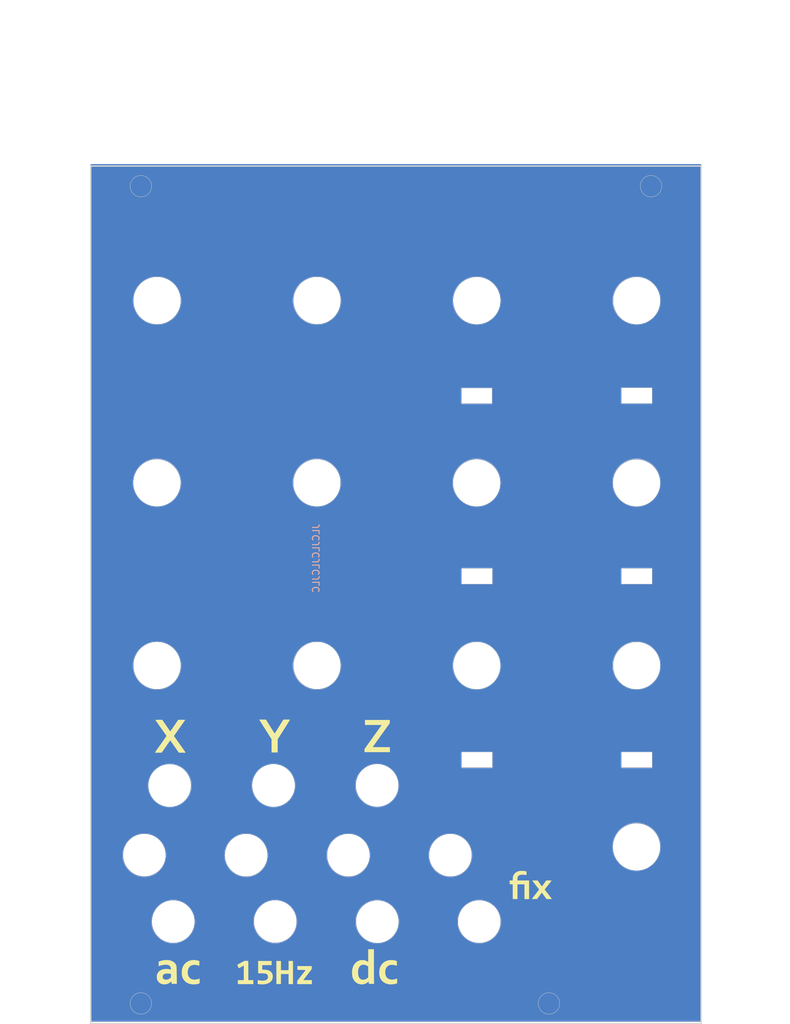
<source format=kicad_pcb>
(kicad_pcb (version 20211014) (generator pcbnew)
  (layers (0 "F.Cu" signal) (31 "B.Cu" signal) (34 "B.Paste" user) (35 "F.Paste" user) (36 "B.SilkS" user "B.Silkscreen") (37 "F.SilkS" user "F.Silkscreen") (38 "B.Mask" user) (39 "F.Mask" user) (44 "Edge.Cuts" user))
  (net 0 "")
  (footprint "__mysynthparts:ad633mult-panel" (layer "F.Cu") (at 121.085 119.19)
    (fp_text reference "Ref**" hide)
    (fp_text value "Val**" hide)
    (fp_poly (pts (xy -10.276265 -58.184932) (xy -10.173362 -57.895693) (xy -10.074424 -57.617416) (xy -9.980378 -57.352723) (xy -9.892156 -57.104238) (xy -9.810685 -56.874586) (xy -9.736896 -56.666391) (xy -9.671718 -56.482276) (xy -9.616081 -56.324866) (xy -9.570913 -56.196784) (xy -9.537145 -56.100655) (xy -9.515706 -56.039101) (xy -9.507525 -56.014748) (xy -9.507503 -56.014656) (xy -9.511076 -56.005486) (xy -9.529589 -55.998551) (xy -9.567467 -55.993651) (xy -9.629133 -55.990586) (xy -9.719012 -55.989157) (xy -9.841528 -55.989162) (xy -10.001104 -55.990402) (xy -10.035801 -55.990758) (xy -10.571013 -55.996417) (xy -10.597583 -56.0705) (xy -10.612126 -56.113325) (xy -10.636974 -56.188955) (xy -10.66968 -56.28983) (xy -10.707791 -56.408387) (xy -10.748859 -56.537067) (xy -10.753619 -56.552042) (xy -10.883085 -56.9595) (xy -12.397974 -56.9595) (xy -12.479854 -56.700208) (xy -12.520306 -56.573311) (xy -12.565334 -56.433973) (xy -12.608686 -56.301454) (xy -12.636158 -56.218667) (xy -12.710584 -55.996417) (xy -13.23718 -55.990749) (xy -13.763776 -55.985082) (xy -13.750922 -56.043666) (xy -13.742033 -56.071205) (xy -13.719569 -56.135819) (xy -13.684497 -56.234824) (xy -13.637787 -56.36554) (xy -13.580406 -56.525283) (xy -13.513323 -56.711371) (xy -13.437506 -56.921122) (xy -13.353923 -57.151854) (xy -13.263542 -57.400884) (xy -13.167332 -57.665531) (xy -13.146953 -57.7215) (xy -12.186388 -57.7215) (xy -11.648018 -57.7215) (xy -11.483209 -57.721664) (xy -11.356044 -57.722377) (xy -11.261836 -57.723969) (xy -11.195895 -57.726768) (xy -11.153533 -57.731106) (xy -11.130062 -57.737313) (xy -11.120793 -57.745717) (xy -11.121038 -57.756649) (xy -11.12161 -57.758542) (xy -11.221414 -58.068611) (xy -11.310816 -58.348482) (xy -11.389414 -58.596845) (xy -11.456802 -58.812392) (xy -11.512578 -58.993814) (xy -11.556336 -59.139802) (xy -11.587673 -59.249046) (xy -11.606184 -59.320238) (xy -11.610929 -59.343876) (xy -11.624283 -59.417291) (xy -11.638517 -59.466891) (xy -11.651183 -59.487906) (xy -11.65983 -59.475569) (xy -11.66219 -59.44366) (xy -11.66423 -59.414296) (xy -11.670539 -59.375513) (xy -11.682151 -59.323784) (xy -11.7001 -59.255585) (xy -11.725419 -59.16739) (xy -11.759144 -59.055674) (xy -11.802307 -58.916912) (xy -11.855943 -58.747578) (xy -11.921087 -58.544148) (xy -11.976409 -58.372375) (xy -12.186388 -57.7215) (xy -13.146953 -57.7215) (xy -13.066261 -57.943111) (xy -12.969547 -58.208333) (xy -12.201026 -60.314417) (xy -11.619569 -60.320034) (xy -11.038112 -60.325652) (xy -10.276265 -58.184932)) (layer "F.Cu") (width 0.01) (fill solid))
    (fp_poly (pts (xy 9.955841 -59.142649) (xy 10.14523 -59.089093) (xy 10.31264 -59.001659) (xy 10.455296 -58.881841) (xy 10.570422 -58.731134) (xy 10.581938 -58.711599) (xy 10.639228 -58.611614) (xy 10.743572 -58.742152) (xy 10.891951 -58.89612) (xy 11.062522 -59.014293) (xy 11.255762 -59.096906) (xy 11.472148 -59.144194) (xy 11.578166 -59.154068) (xy 11.80517 -59.151702) (xy 12.005513 -59.116536) (xy 12.17981 -59.048149) (xy 12.328674 -58.946119) (xy 12.452719 -58.810024) (xy 12.552556 -58.639442) (xy 12.6288 -58.433951) (xy 12.629772 -58.430583) (xy 12.637841 -58.398658) (xy 12.644721 -58.361006) (xy 12.650535 -58.313994) (xy 12.655407 -58.253986) (xy 12.659463 -58.17735) (xy 12.662825 -58.08045) (xy 12.665619 -57.959654) (xy 12.667969 -57.811326) (xy 12.669998 -57.631834) (xy 12.671831 -57.417542) (xy 12.673592 -57.164817) (xy 12.673722 -57.144708) (xy 12.681151 -55.985833) (xy 11.726333 -55.985833) (xy 11.725914 -56.890708) (xy 11.725398 -57.14487) (xy 11.723926 -57.360572) (xy 11.721224 -57.541685) (xy 11.717023 -57.692077) (xy 11.711049 -57.815617) (xy 11.703031 -57.916175) (xy 11.692699 -57.997619) (xy 11.679779 -58.063819) (xy 11.664001 -58.118643) (xy 11.645093 -58.16596) (xy 11.634911 -58.186973) (xy 11.561118 -58.287641) (xy 11.460517 -58.362426) (xy 11.342338 -58.407653) (xy 11.215813 -58.419652) (xy 11.102196 -58.398926) (xy 10.991161 -58.34109) (xy 10.892315 -58.248261) (xy 10.810804 -58.127193) (xy 10.751779 -57.984636) (xy 10.734132 -57.91625) (xy 10.727326 -57.860625) (xy 10.721627 -57.76376) (xy 10.71706 -57.626734) (xy 10.713649 -57.450627) (xy 10.711421 -57.236518) (xy 10.7104 -56.985485) (xy 10.710333 -56.894561) (xy 10.710333 -55.985039) (xy 10.228791 -55.990728) (xy 9.74725 -55.996417) (xy 9.736666 -57.033583) (xy 9.734225 -57.269737) (xy 9.732006 -57.467389) (xy 9.729808 -57.630371) (xy 9.727428 -57.762512) (xy 9.724665 -57.867644) (xy 9.721318 -57.949597) (xy 9.717185 -58.0122) (xy 9.712064 -58.059285) (xy 9.705754 -58.094681) (xy 9.698053 -58.122219) (xy 9.68876 -58.14573) (xy 9.677673 -58.169043) (xy 9.676809 -58.170798) (xy 9.601075 -58.285202) (xy 9.504867 -58.364095) (xy 9.423801 -58.397902) (xy 9.27749 -58.41889) (xy 9.140854 -58.40003) (xy 9.017845 -58.343417) (xy 8.912419 -58.251147) (xy 8.828528 -58.125318) (xy 8.802975 -58.068778) (xy 8.791231 -58.038833) (xy 8.78145 -58.010003) (xy 8.773423 -57.978229) (xy 8.766941 -57.939456) (xy 8.761794 -57.889627) (xy 8.757775 -57.824684) (xy 8.754674 -57.740571) (xy 8.752282 -57.63323) (xy 8.75039 -57.498605) (xy 8.74879 -57.332638) (xy 8.747273 -57.131273) (xy 8.746132 -56.964792) (xy 8.739507 -55.985833) (xy 7.789333 -55.985833) (xy 7.789333 -59.097333) (xy 8.741833 -59.097333) (xy 8.741833 -58.604149) (xy 8.801639 -58.686708) (xy 8.938713 -58.840945) (xy 9.104464 -58.96891) (xy 9.291869 -59.067081) (xy 9.493906 -59.131938) (xy 9.703551 -59.159959) (xy 9.74725 -59.160833) (xy 9.955841 -59.142649)) (layer "F.Cu") (width 0.01) (fill solid))
    (fp_poly (pts (xy 43.666833 -29.061833) (xy 43.331694 -29.061833) (xy 43.216629 -29.062682) (xy 43.116787 -29.065026) (xy 43.039695 -29.068562) (xy 42.992879 -29.072983) (xy 42.982444 -29.075945) (xy 42.977705 -29.100858) (xy 42.973644 -29.160706) (xy 42.97055 -29.248088) (xy 42.968715 -29.355608) (xy 42.968333 -29.435778) (xy 42.968333 -29.7815) (xy 43.666833 -29.7815) (xy 43.666833 -29.061833)) (layer "F.Cu") (width 0.01) (fill solid))
    (fp_poly (pts (xy 3.951166 -60.374835) (xy 4.037607 -60.371093) (xy 4.107084 -60.364347) (xy 4.168053 -60.353901) (xy 4.228965 -60.33906) (xy 4.264394 -60.329094) (xy 4.490244 -60.247505) (xy 4.680803 -60.143481) (xy 4.837082 -60.016363) (xy 4.946734 -59.885338) (xy 5.02198 -59.765071) (xy 5.071746 -59.653037) (xy 5.101481 -59.533039) (xy 5.116631 -59.388877) (xy 5.117239 -59.378315) (xy 5.113094 -59.148921) (xy 5.073998 -58.943347) (xy 5.00002 -58.761703) (xy 4.891228 -58.604099) (xy 4.747692 -58.470647) (xy 4.569479 -58.361458) (xy 4.456829 -58.311833) (xy 4.390581 -58.283469) (xy 4.348029 -58.260131) (xy 4.336332 -58.245932) (xy 4.339166 -58.244261) (xy 4.375597 -58.233651) (xy 4.437863 -58.21561) (xy 4.497916 -58.198252) (xy 4.696143 -58.120914) (xy 4.871151 -58.011536) (xy 5.018882 -57.873469) (xy 5.135281 -57.710066) (xy 5.170033 -57.642921) (xy 5.203402 -57.566114) (xy 5.22467 -57.49819) (xy 5.237191 -57.423614) (xy 5.244319 -57.326854) (xy 5.245888 -57.291642) (xy 5.245023 -57.103278) (xy 5.223921 -56.939255) (xy 5.179936 -56.785406) (xy 5.128837 -56.665022) (xy 5.029899 -56.503393) (xy 4.895827 -56.353606) (xy 4.733313 -56.220997) (xy 4.549054 -56.110901) (xy 4.349745 -56.028655) (xy 4.318 -56.018763) (xy 4.149429 -55.978948) (xy 3.951969 -55.949449) (xy 3.737975 -55.931051) (xy 3.519804 -55.924541) (xy 3.309813 -55.930705) (xy 3.158244 -55.944998) (xy 3.027576 -55.967024) (xy 2.885681 -55.999225) (xy 2.748464 -56.037438) (xy 2.63183 -56.077507) (xy 2.598208 -56.091467) (xy 2.497666 -56.135981) (xy 2.497666 -56.984824) (xy 2.566458 -56.938761) (xy 2.670941 -56.877673) (xy 2.799316 -56.815618) (xy 2.934034 -56.760275) (xy 3.057546 -56.719324) (xy 3.08358 -56.712488) (xy 3.200149 -56.691642) (xy 3.33828 -56.678974) (xy 3.4854 -56.67451) (xy 3.628933 -56.678273) (xy 3.756306 -56.690289) (xy 3.854942 -56.710582) (xy 3.856218 -56.710974) (xy 4.005686 -56.775634) (xy 4.122454 -56.866141) (xy 4.205232 -56.980808) (xy 4.25273 -57.117948) (xy 4.264454 -57.244685) (xy 4.249362 -57.389271) (xy 4.203852 -57.507778) (xy 4.125553 -57.605836) (xy 4.104435 -57.624599) (xy 4.016037 -57.689136) (xy 3.917538 -57.740062) (xy 3.802681 -57.779012) (xy 3.665206 -57.807625) (xy 3.498856 -57.827535) (xy 3.297373 -57.840379) (xy 3.275541 -57.841317) (xy 2.942166 -57.855132) (xy 2.942166 -58.589333) (xy 3.233208 -58.589701) (xy 3.448123 -58.595984) (xy 3.62648 -58.615184) (xy 3.772461 -58.648711) (xy 3.890247 -58.697978) (xy 3.984022 -58.764398) (xy 4.057967 -58.849382) (xy 4.073745 -58.873533) (xy 4.107617 -58.933534) (xy 4.126872 -58.986991) (xy 4.135454 -59.050275) (xy 4.137305 -59.137556) (xy 4.13423 -59.232739) (xy 4.123053 -59.302306) (xy 4.100382 -59.362716) (xy 4.084667 -59.392848) (xy 4.00667 -59.495905) (xy 3.901418 -59.571414) (xy 3.767074 -59.620088) (xy 3.6018 -59.642636) (xy 3.440374 -59.642049) (xy 3.210998 -59.611048) (xy 2.989257 -59.544675) (xy 2.786794 -59.446484) (xy 2.77355 -59.438452) (xy 2.716018 -59.406334) (xy 2.673572 -59.388699) (xy 2.658479 -59.388076) (xy 2.654413 -59.412337) (xy 2.65089 -59.471929) (xy 2.648136 -59.55985) (xy 2.646377 -59.669099) (xy 2.645833 -59.779359) (xy 2.645833 -60.157996) (xy 2.767541 -60.21208) (xy 2.844616 -60.242476) (xy 2.945274 -60.276926) (xy 3.051949 -60.309545) (xy 3.090333 -60.320216) (xy 3.166554 -60.339673) (xy 3.235025 -60.353919) (xy 3.304822 -60.363795) (xy 3.38502 -60.370141) (xy 3.484695 -60.373797) (xy 3.612922 -60.375605) (xy 3.693583 -60.376092) (xy 3.83931 -60.376269) (xy 3.951166 -60.374835)) (layer "F.Cu") (width 0.01) (fill solid))
    (fp_poly (pts (xy 25.142887 -59.151288) (xy 25.363276 -59.111107) (xy 25.562428 -59.034925) (xy 25.738973 -58.923781) (xy 25.89154 -58.778714) (xy 26.018759 -58.600763) (xy 26.11926 -58.390966) (xy 26.184001 -58.18292) (xy 26.212069 -58.033453) (xy 26.231531 -57.857454) (xy 26.241664 -57.669983) (xy 26.241742 -57.4861) (xy 26.231043 -57.320866) (xy 26.227048 -57.287583) (xy 26.174516 -57.023788) (xy 26.09041 -56.77848) (xy 25.976918 -56.556387) (xy 25.836228 -56.362235) (xy 25.761521 -56.282167) (xy 25.585264 -56.137264) (xy 25.388197 -56.028673) (xy 25.172915 -55.957431) (xy 24.942013 -55.924576) (xy 24.861311 -55.922333) (xy 24.642539 -55.939823) (xy 24.446924 -55.992512) (xy 24.273619 -56.080727) (xy 24.121777 -56.204798) (xy 24.115098 -56.211575) (xy 24.003 -56.326393) (xy 24.003 -54.588833) (xy 23.029333 -54.588833) (xy 23.029333 -57.516233) (xy 23.984815 -57.516233) (xy 23.987168 -57.43156) (xy 23.996326 -57.27648) (xy 24.012137 -57.154645) (xy 24.037239 -57.057159) (xy 24.074268 -56.975125) (xy 24.125862 -56.899647) (xy 24.155179 -56.864715) (xy 24.2737 -56.757774) (xy 24.405682 -56.690965) (xy 24.551147 -56.664281) (xy 24.710116 -56.677717) (xy 24.783586 -56.696111) (xy 24.914985 -56.756573) (xy 25.026827 -56.852609) (xy 25.117728 -56.981559) (xy 25.186308 -57.140763) (xy 25.231182 -57.327562) (xy 25.250968 -57.539296) (xy 25.251833 -57.596844) (xy 25.240708 -57.811609) (xy 25.206842 -57.991609) (xy 25.1495 -58.138247) (xy 25.067944 -58.252922) (xy 24.96144 -58.337037) (xy 24.83493 -58.390368) (xy 24.671389 -58.417563) (xy 24.513892 -58.404867) (xy 24.367763 -58.354579) (xy 24.238324 -58.268996) (xy 24.130897 -58.150417) (xy 24.079048 -58.064046) (xy 24.033783 -57.954975) (xy 24.003769 -57.832684) (xy 23.987836 -57.689121) (xy 23.984815 -57.516233) (xy 23.029333 -57.516233) (xy 23.029333 -59.098128) (xy 23.510875 -59.092439) (xy 23.992416 -59.08675) (xy 23.998448 -58.869809) (xy 24.00448 -58.652867) (xy 24.131647 -58.78881) (xy 24.283922 -58.931409) (xy 24.441234 -59.035736) (xy 24.611882 -59.105726) (xy 24.804163 -59.145314) (xy 24.90263 -59.15443) (xy 25.142887 -59.151288)) (layer "F.Cu") (width 0.01) (fill solid))
    (fp_poly (pts (xy 20.066 -59.097333) (xy 20.7645 -59.097333) (xy 20.7645 -58.377667) (xy 20.062175 -58.377667) (xy 20.076583 -56.948917) (xy 20.1295 -56.855542) (xy 20.198389 -56.759196) (xy 20.278253 -56.699398) (xy 20.376972 -56.670475) (xy 20.388564 -56.669019) (xy 20.477852 -56.670937) (xy 20.58794 -56.691166) (xy 20.703162 -56.726513) (xy 20.738041 -56.740277) (xy 20.748096 -56.73531) (xy 20.755418 -56.707723) (xy 20.76035 -56.652986) (xy 20.763237 -56.566567) (xy 20.764423 -56.443937) (xy 20.7645 -56.392062) (xy 20.7645 -56.032763) (xy 20.681049 -55.999373) (xy 20.564689 -55.965026) (xy 20.419291 -55.940636) (xy 20.257113 -55.926835) (xy 20.090413 -55.924257) (xy 19.931446 -55.933534) (xy 19.799061 -55.953838) (xy 19.710999 -55.977571) (xy 19.623904 -56.008266) (xy 19.579097 -56.028202) (xy 19.470586 -56.098528) (xy 19.365517 -56.192711) (xy 19.277293 -56.297425) (xy 19.230098 -56.37515) (xy 19.202272 -56.435525) (xy 19.179235 -56.495579) (xy 19.160544 -56.559926) (xy 19.145751 -56.633179) (xy 19.134411 -56.719953) (xy 19.126079 -56.824862) (xy 19.12031 -56.952519) (xy 19.116656 -57.107538) (xy 19.114674 -57.294535) (xy 19.113916 -57.518121) (xy 19.113867 -57.578625) (xy 19.1135 -58.377667) (xy 18.604476 -58.377667) (xy 18.610279 -58.732208) (xy 18.616083 -59.08675) (xy 18.864791 -59.092714) (xy 19.1135 -59.098677) (xy 19.1135 -59.751868) (xy 19.192875 -59.773478) (xy 19.237999 -59.786067) (xy 19.315884 -59.808115) (xy 19.41861 -59.837369) (xy 19.538256 -59.871571) (xy 19.666902 -59.908467) (xy 19.669125 -59.909105) (xy 20.066 -60.023123) (xy 20.066 -59.097333)) (layer "F.Cu") (width 0.01) (fill solid))
    (fp_poly (pts (xy 0.332386 -60.385373) (xy 0.42263 -60.38068) (xy 0.506312 -60.370759) (xy 0.595319 -60.354892) (xy 0.621565 -60.349545) (xy 0.848519 -60.287452) (xy 1.043643 -60.201165) (xy 1.211212 -60.0886) (xy 1.278836 -60.028748) (xy 1.413372 -59.875591) (xy 1.508315 -59.710753) (xy 1.565545 -59.529788) (xy 1.586941 -59.328249) (xy 1.587187 -59.299261) (xy 1.568417 -59.078189) (xy 1.513774 -58.878713) (xy 1.424298 -58.702325) (xy 1.301028 -58.550513) (xy 1.145005 -58.424767) (xy 0.957269 -58.326577) (xy 0.890059 -58.301007) (xy 0.826947 -58.276346) (xy 0.788508 -58.256039) (xy 0.782171 -58.244105) (xy 0.783738 -58.243481) (xy 0.819202 -58.233676) (xy 0.882029 -58.217136) (xy 0.957531 -58.19772) (xy 1.145506 -58.129544) (xy 1.314622 -58.027794) (xy 1.46001 -57.897217) (xy 1.5768 -57.742562) (xy 1.660126 -57.568577) (xy 1.684536 -57.488681) (xy 1.707004 -57.347995) (xy 1.711347 -57.18633) (xy 1.698365 -57.020577) (xy 1.668859 -56.867626) (xy 1.652581 -56.813734) (xy 1.56231 -56.613822) (xy 1.437002 -56.436114) (xy 1.278568 -56.282148) (xy 1.088918 -56.153465) (xy 0.869964 -56.051605) (xy 0.623616 -55.978107) (xy 0.612618 -55.975646) (xy 0.507576 -55.958523) (xy 0.371462 -55.945228) (xy 0.215391 -55.936017) (xy 0.050472 -55.931145) (xy -0.112181 -55.930868) (xy -0.261457 -55.93544) (xy -0.386244 -55.945117) (xy -0.433917 -55.951607) (xy -0.677203 -56.002753) (xy -0.89025 -56.070614) (xy -0.940751 -56.091167) (xy -1.037167 -56.132496) (xy -1.037167 -56.983549) (xy -0.978959 -56.942456) (xy -0.87381 -56.878606) (xy -0.74355 -56.814964) (xy -0.604771 -56.758997) (xy -0.489872 -56.722322) (xy -0.371917 -56.698191) (xy -0.233952 -56.682278) (xy -0.087258 -56.674698) (xy 0.056885 -56.675567) (xy 0.187196 -56.685001) (xy 0.292393 -56.703114) (xy 0.328083 -56.71396) (xy 0.479713 -56.787651) (xy 0.595753 -56.883469) (xy 0.675673 -57.00072) (xy 0.718939 -57.138708) (xy 0.727128 -57.234943) (xy 0.712334 -57.379161) (xy 0.664585 -57.503189) (xy 0.583073 -57.607463) (xy 0.466992 -57.69242) (xy 0.315534 -57.758496) (xy 0.127892 -57.806127) (xy -0.096741 -57.83575) (xy -0.359174 -57.847801) (xy -0.407459 -57.848133) (xy -0.613834 -57.8485) (xy -0.613834 -58.584532) (xy -0.248709 -58.594138) (xy -0.09529 -58.599378) (xy 0.022648 -58.606424) (xy 0.111944 -58.61596) (xy 0.179434 -58.628665) (xy 0.220494 -58.640912) (xy 0.36352 -58.706922) (xy 0.473563 -58.789979) (xy 0.524714 -58.850876) (xy 0.570892 -58.951696) (xy 0.593794 -59.074041) (xy 0.593488 -59.204119) (xy 0.570041 -59.328138) (xy 0.523521 -59.432307) (xy 0.521861 -59.434843) (xy 0.441321 -59.519742) (xy 0.33039 -59.582985) (xy 0.195048 -59.624572) (xy 0.041278 -59.644507) (xy -0.12494 -59.642791) (xy -0.297624 -59.619426) (xy -0.470792 -59.574415) (xy -0.638464 -59.507759) (xy -0.771706 -59.434395) (xy -0.82737 -59.400144) (xy -0.867077 -59.377667) (xy -0.879152 -59.3725) (xy -0.882254 -59.39257) (xy -0.884954 -59.448394) (xy -0.887089 -59.533394) (xy -0.888492 -59.64099) (xy -0.889 -59.764605) (xy -0.889 -60.157996) (xy -0.767292 -60.21208) (xy -0.576523 -60.28396) (xy -0.370897 -60.335268) (xy -0.141911 -60.367701) (xy 0.084666 -60.381941) (xy 0.223694 -60.385554) (xy 0.332386 -60.385373)) (layer "F.Cu") (width 0.01) (fill solid))
    (fp_poly (pts (xy 22.246166 -55.985833) (xy 21.769252 -55.985833) (xy 21.605364 -55.98642) (xy 21.479829 -55.988325) (xy 21.388683 -55.991763) (xy 21.327959 -55.996949) (xy 21.293693 -56.004099) (xy 21.282234 -56.012292) (xy 21.280649 -56.037325) (xy 21.27929 -56.101274) (xy 21.278166 -56.200721) (xy 21.277288 -56.332249) (xy 21.276667 -56.49244) (xy 21.276312 -56.677877) (xy 21.276233 -56.885143) (xy 21.276441 -57.11082) (xy 21.276946 -57.351491) (xy 21.277607 -57.56275) (xy 21.283083 -59.08675) (xy 21.764625 -59.092439) (xy 22.246166 -59.098128) (xy 22.246166 -55.985833)) (layer "F.Cu") (width 0.01) (fill solid))
    (fp_poly (pts (xy 30.953996 32.456858) (xy 30.918492 32.499373) (xy 30.862516 32.561084) (xy 30.790845 32.636668) (xy 30.741435 32.687335) (xy 30.341984 33.112292) (xy 29.942497 33.575734) (xy 29.545962 34.073922) (xy 29.155371 34.603114) (xy 28.814222 35.098554) (xy 28.491311 35.597199) (xy 28.179602 36.108016) (xy 27.877205 36.634734) (xy 27.582226 37.181082) (xy 27.292774 37.750789) (xy 27.006955 38.347583) (xy 26.722877 38.975195) (xy 26.438648 39.637351) (xy 26.152375 40.337783) (xy 26.141578 40.364833) (xy 26.073004 40.537284) (xy 26.007371 40.703488) (xy 25.943598 40.86638) (xy 25.880604 41.028893) (xy 25.817308 41.193962) (xy 25.752629 41.364522) (xy 25.685486 41.543506) (xy 25.614796 41.733849) (xy 25.539481 41.938485) (xy 25.458457 42.160349) (xy 25.370643 42.402375) (xy 25.27496 42.667498) (xy 25.170325 42.958651) (xy 25.055657 43.278768) (xy 24.929875 43.630786) (xy 24.791898 44.017636) (xy 24.681999 44.326116) (xy 24.47845 44.893736) (xy 24.285601 45.423019) (xy 24.102413 45.916299) (xy 23.927849 46.375912) (xy 23.760869 46.804194) (xy 23.600436 47.203479) (xy 23.44551 47.576105) (xy 23.295054 47.924406) (xy 23.148029 48.250717) (xy 23.003396 48.557374) (xy 22.860118 48.846713) (xy 22.717155 49.121069) (xy 22.573469 49.382778) (xy 22.428021 49.634174) (xy 22.279774 49.877594) (xy 22.127689 50.115373) (xy 22.066944 50.207333) (xy 21.892139 50.463127) (xy 21.7229 50.696069) (xy 21.552776 50.913719) (xy 21.375315 51.123638) (xy 21.184068 51.333385) (xy 20.972585 51.55052) (xy 20.734414 51.782603) (xy 20.673399 51.840578) (xy 20.033223 52.426243) (xy 19.394228 52.970459) (xy 18.755281 53.474044) (xy 18.115248 53.937819) (xy 17.472996 54.362605) (xy 16.827394 54.749221) (xy 16.177307 55.098487) (xy 16.16075 55.106867) (xy 15.556034 55.394642) (xy 14.958862 55.643042) (xy 14.369852 55.851919) (xy 13.789623 56.021128) (xy 13.218795 56.150522) (xy 12.657987 56.239954) (xy 12.107818 56.289279) (xy 11.568907 56.298351) (xy 11.197166 56.280555) (xy 10.7004 56.223478) (xy 10.210655 56.128321) (xy 9.734327 55.996554) (xy 9.332776 55.85206) (xy 9.119911 55.763092) (xy 8.938526 55.678324) (xy 8.779048 55.591619) (xy 8.631903 55.49684) (xy 8.487518 55.38785) (xy 8.336322 55.258512) (xy 8.17871 55.112209) (xy 7.859434 54.779734) (xy 7.562585 54.413423) (xy 7.290546 54.016728) (xy 7.045702 53.593102) (xy 6.8474 53.184545) (xy 6.660583 52.718968) (xy 6.509585 52.246507) (xy 6.394762 51.770449) (xy 6.316467 51.294081) (xy 6.275056 50.820688) (xy 6.270882 50.353557) (xy 6.3043 49.895973) (xy 6.375665 49.451223) (xy 6.422678 49.246518) (xy 6.491391 49.016428) (xy 9.336026 49.016428) (xy 9.348797 49.375302) (xy 9.400975 49.731144) (xy 9.49235 50.078361) (xy 9.496462 50.090917) (xy 9.62706 50.421778) (xy 9.792155 50.731823) (xy 9.988844 51.019156) (xy 10.214222 51.281884) (xy 10.465385 51.518111) (xy 10.739428 51.725942) (xy 11.033448 51.903484) (xy 11.34454 52.04884) (xy 11.669799 52.160118) (xy 12.006322 52.235421) (xy 12.351205 52.272856) (xy 12.701542 52.270527) (xy 12.82182 52.260294) (xy 13.189431 52.20117) (xy 13.540619 52.104069) (xy 13.87333 51.970835) (xy 14.18551 51.803309) (xy 14.475106 51.603335) (xy 14.740065 51.372755) (xy 14.978333 51.113413) (xy 15.187858 50.82715) (xy 15.366585 50.515811) (xy 15.512462 50.181237) (xy 15.623435 49.825272) (xy 15.647451 49.724368) (xy 15.669201 49.59452) (xy 15.684854 49.434806) (xy 15.694338 49.256051) (xy 15.697577 49.069078) (xy 15.694498 48.884712) (xy 15.685026 48.713779) (xy 15.669089 48.567101) (xy 15.655872 48.492833) (xy 15.556169 48.124299) (xy 15.422618 47.777632) (xy 15.256338 47.454873) (xy 15.058446 47.158064) (xy 14.830061 46.889245) (xy 14.714954 46.77544) (xy 14.433286 46.539757) (xy 14.133202 46.34069) (xy 13.817754 46.178447) (xy 13.489995 46.053237) (xy 13.152977 45.965267) (xy 12.809752 45.914746) (xy 12.463371 45.901881) (xy 12.116888 45.926881) (xy 11.773354 45.989953) (xy 11.435822 46.091306) (xy 11.107343 46.231148) (xy 10.79097 46.409686) (xy 10.65864 46.498955) (xy 10.551401 46.582155) (xy 10.429647 46.68806) (xy 10.302708 46.807509) (xy 10.179917 46.931346) (xy 10.070605 47.050412) (xy 9.984105 47.155548) (xy 9.9695 47.175293) (xy 9.762334 47.495983) (xy 9.595455 47.82764) (xy 9.469359 48.169221) (xy 9.429546 48.311962) (xy 9.362872 48.660117) (xy 9.336026 49.016428) (xy 6.491391 49.016428) (xy 6.543718 48.841212) (xy 6.69523 48.464252) (xy 6.878816 48.113026) (xy 7.096073 47.784919) (xy 7.348603 47.47732) (xy 7.638006 47.187615) (xy 7.737299 47.09944) (xy 7.894557 46.966588) (xy 8.050515 46.841481) (xy 8.208496 46.722217) (xy 8.371827 46.606891) (xy 8.543832 46.4936) (xy 8.727837 46.38044) (xy 8.927167 46.265508) (xy 9.145147 46.1469) (xy 9.385101 46.022712) (xy 9.650356 45.891041) (xy 9.944236 45.749983) (xy 10.270067 45.597634) (xy 10.631173 45.432091) (xy 10.720916 45.391338) (xy 11.080181 45.227124) (xy 11.42288 45.067846) (xy 11.745475 44.915218) (xy 12.044431 44.770955) (xy 12.31621 44.63677) (xy 12.557274 44.514378) (xy 12.764088 44.405493) (xy 12.837583 44.36547) (xy 13.449216 44.011426) (xy 14.034266 43.638246) (xy 14.589207 43.248435) (xy 15.110515 42.844494) (xy 15.594662 42.428926) (xy 15.695083 42.33689) (xy 15.80527 42.237115) (xy 15.932261 42.125952) (xy 16.060202 42.017088) (xy 16.171333 41.925738) (xy 16.244859 41.866812) (xy 16.345856 41.785905) (xy 16.468739 41.687488) (xy 16.607927 41.576032) (xy 16.757837 41.456007) (xy 16.912886 41.331883) (xy 17.057273 41.21631) (xy 17.253194 41.059104) (xy 17.442841 40.906056) (xy 17.628819 40.754964) (xy 17.813733 40.603626) (xy 18.000191 40.449839) (xy 18.190797 40.291402) (xy 18.388158 40.126113) (xy 18.594878 39.95177) (xy 18.813566 39.76617) (xy 19.046825 39.567112) (xy 19.297262 39.352394) (xy 19.567482 39.119814) (xy 19.860092 38.867169) (xy 20.177698 38.592258) (xy 20.522905 38.292878) (xy 20.743333 38.101483) (xy 21.162594 37.739501) (xy 21.554928 37.405499) (xy 21.92315 37.097331) (xy 22.270077 36.812852) (xy 22.598521 36.549915) (xy 22.9113 36.306375) (xy 23.211227 36.080086) (xy 23.501118 35.868903) (xy 23.783789 35.67068) (xy 24.062053 35.483271) (xy 24.338727 35.30453) (xy 24.616625 35.132313) (xy 24.722666 35.068413) (xy 25.329765 34.721192) (xy 25.976382 34.381878) (xy 26.660263 34.051508) (xy 27.379154 33.731116) (xy 28.130802 33.421738) (xy 28.912952 33.124407) (xy 29.11475 33.051449) (xy 29.252133 33.002801) (xy 29.406783 32.948931) (xy 29.574177 32.891336) (xy 29.74979 32.831515) (xy 29.929099 32.770966) (xy 30.107581 32.711188) (xy 30.280713 32.653678) (xy 30.443971 32.599935) (xy 30.592833 32.551457) (xy 30.722774 32.509742) (xy 30.829271 32.476289) (xy 30.907802 32.452595) (xy 30.953842 32.440159) (xy 30.964255 32.438866) (xy 30.953996 32.456858)) (layer "F.Cu") (width 0.01) (fill solid))
    (fp_poly (pts (xy 31.219944 -59.097136) (xy 31.3367 -59.096282) (xy 31.421078 -59.094376) (xy 31.478056 -59.091024) (xy 31.512609 -59.085831) (xy 31.529716 -59.078402) (xy 31.534354 -59.068343) (xy 31.533062 -59.060292) (xy 31.51858 -59.015595) (xy 31.490161 -58.935097) (xy 31.449205 -58.822455) (xy 31.397108 -58.681327) (xy 31.335269 -58.51537) (xy 31.265086 -58.328242) (xy 31.187956 -58.1236) (xy 31.105278 -57.905102) (xy 31.018449 -57.676405) (xy 30.928867 -57.441166) (xy 30.837931 -57.203044) (xy 30.747038 -56.965695) (xy 30.657585 -56.732778) (xy 30.570972 -56.507948) (xy 30.488596 -56.294865) (xy 30.411854 -56.097185) (xy 30.342145 -55.918566) (xy 30.280866 -55.762666) (xy 30.229416 -55.633141) (xy 30.189193 -55.53365) (xy 30.161594 -55.467849) (xy 30.151686 -55.446083) (xy 30.015514 -55.202818) (xy 29.865622 -54.999283) (xy 29.700727 -54.834743) (xy 29.519544 -54.708461) (xy 29.320789 -54.619702) (xy 29.103178 -54.567731) (xy 28.865426 -54.551811) (xy 28.620998 -54.569246) (xy 28.536448 -54.582567) (xy 28.457512 -54.598877) (xy 28.414623 -54.610537) (xy 28.342166 -54.63445) (xy 28.342166 -55.013808) (xy 28.343143 -55.135239) (xy 28.345855 -55.240569) (xy 28.349977 -55.323106) (xy 28.355182 -55.376157) (xy 28.360642 -55.393167) (xy 28.389413 -55.385194) (xy 28.441956 -55.364899) (xy 28.475088 -55.350715) (xy 28.622752 -55.305574) (xy 28.779535 -55.292821) (xy 28.92943 -55.313636) (xy 28.939651 -55.316497) (xy 29.037744 -55.358047) (xy 29.124061 -55.424543) (xy 29.202555 -55.520582) (xy 29.277181 -55.650767) (xy 29.333449 -55.774676) (xy 29.36977 -55.867017) (xy 29.397503 -55.948599) (xy 29.413551 -56.009551) (xy 29.415809 -56.037258) (xy 29.406476 -56.063495) (xy 29.382373 -56.125783) (xy 29.344759 -56.22099) (xy 29.294892 -56.345988) (xy 29.234033 -56.497645) (xy 29.163441 -56.67283) (xy 29.084374 -56.868413) (xy 28.998092 -57.081264) (xy 28.905855 -57.308252) (xy 28.808922 -57.546247) (xy 28.800234 -57.56755) (xy 28.703228 -57.805685) (xy 28.611019 -58.032588) (xy 28.524839 -58.245189) (xy 28.445924 -58.440418) (xy 28.375507 -58.615206) (xy 28.314823 -58.766484) (xy 28.265105 -58.891181) (xy 28.227587 -58.986228) (xy 28.203503 -59.048554) (xy 28.194087 -59.075091) (xy 28.194 -59.075675) (xy 28.215012 -59.083266) (xy 28.277488 -59.08926) (xy 28.380588 -59.093625) (xy 28.523471 -59.096326) (xy 28.705296 -59.097328) (xy 28.72174 -59.097333) (xy 28.88539 -59.09713) (xy 29.011652 -59.096293) (xy 29.10547 -59.094483) (xy 29.17179 -59.091359) (xy 29.215554 -59.086582) (xy 29.241708 -59.079812) (xy 29.255196 -59.070709) (xy 29.260577 -59.060292) (xy 29.268862 -59.033086) (xy 29.288288 -58.969536) (xy 29.317588 -58.873772) (xy 29.355499 -58.749925) (xy 29.400756 -58.602125) (xy 29.452095 -58.434504) (xy 29.508249 -58.251192) (xy 29.56688 -58.059834) (xy 29.62702 -57.862496) (xy 29.683682 -57.674524) (xy 29.735556 -57.500404) (xy 29.781336 -57.34462) (xy 29.819713 -57.211656) (xy 29.849379 -57.105998) (xy 29.869026 -57.032129) (xy 29.877151 -56.995949) (xy 29.888971 -56.935133) (xy 29.901947 -56.894325) (xy 29.907737 -56.885888) (xy 29.920309 -56.899166) (xy 29.936636 -56.943455) (xy 29.948859 -56.990699) (xy 29.960736 -57.036113) (xy 29.983684 -57.116831) (xy 30.01618 -57.22774) (xy 30.056697 -57.36373) (xy 30.10371 -57.519687) (xy 30.155694 -57.690501) (xy 30.211122 -57.871059) (xy 30.224995 -57.91601) (xy 30.28239 -58.101845) (xy 30.338074 -58.282264) (xy 30.390299 -58.451589) (xy 30.437313 -58.604141) (xy 30.477368 -58.734241) (xy 30.508712 -58.836211) (xy 30.529597 -58.904373) (xy 30.531962 -58.912125) (xy 30.588395 -59.097333) (xy 31.065832 -59.097333) (xy 31.219944 -59.097136)) (layer "F.Cu") (width 0.01) (fill solid))
    (fp_poly (pts (xy 27.813 -55.985833) (xy 27.340277 -55.985833) (xy 27.202892 -55.986439) (xy 27.079942 -55.988137) (xy 26.977665 -55.990744) (xy 26.902297 -55.994082) (xy 26.860075 -55.997968) (xy 26.853444 -55.999945) (xy 26.85154 -56.022587) (xy 26.849713 -56.084805) (xy 26.847977 -56.18384) (xy 26.846351 -56.316935) (xy 26.844852 -56.481331) (xy 26.843497 -56.67427) (xy 26.842302 -56.892994) (xy 26.841284 -57.134746) (xy 26.840462 -57.396768) (xy 26.839851 -57.676301) (xy 26.839469 -57.970587) (xy 26.839333 -58.276869) (xy 26.839333 -60.557833) (xy 27.813 -60.557833) (xy 27.813 -55.985833)) (layer "F.Cu") (width 0.01) (fill solid))
    (fp_poly (pts (xy 36.152737 -51.789542) (xy 36.153336 -51.616717) (xy 36.154978 -51.436409) (xy 36.157492 -51.259584) (xy 36.160705 -51.097211) (xy 36.164446 -50.960258) (xy 36.166634 -50.900542) (xy 36.180461 -50.567167) (xy 36.344237 -50.567167) (xy 36.651444 -50.553915) (xy 36.985393 -50.515101) (xy 37.340201 -50.452135) (xy 37.709983 -50.366427) (xy 38.088854 -50.259387) (xy 38.47093 -50.132427) (xy 38.850327 -49.986956) (xy 38.964633 -49.939109) (xy 39.389693 -49.740863) (xy 39.782937 -49.522203) (xy 40.145252 -49.281822) (xy 40.477528 -49.018413) (xy 40.780654 -48.730668) (xy 41.055518 -48.41728) (xy 41.303008 -48.076942) (xy 41.524015 -47.708346) (xy 41.719426 -47.310184) (xy 41.89013 -46.88115) (xy 42.037017 -46.419935) (xy 42.160974 -45.925233) (xy 42.262892 -45.395736) (xy 42.322043 -45.000333) (xy 42.358421 -44.689851) (xy 42.389647 -44.345957) (xy 42.415315 -43.977304) (xy 42.435022 -43.592548) (xy 42.448364 -43.200343) (xy 42.454936 -42.809342) (xy 42.454334 -42.4282) (xy 42.451082 -42.238083) (xy 42.446956 -42.057677) (xy 42.442113 -41.84593) (xy 42.436803 -41.613827) (xy 42.431278 -41.372348) (xy 42.425789 -41.132477) (xy 42.420587 -40.905196) (xy 42.41815 -40.79875) (xy 42.41149 -40.54065) (xy 42.403784 -40.318158) (xy 42.394341 -40.124554) (xy 42.38247 -39.953114) (xy 42.36748 -39.797115) (xy 42.34868 -39.649836) (xy 42.325379 -39.504553) (xy 42.296885 -39.354543) (xy 42.262509 -39.193086) (xy 42.245186 -39.116) (xy 42.208763 -38.960221) (xy 42.171367 -38.810033) (xy 42.131568 -38.661039) (xy 42.087934 -38.508839) (xy 42.039033 -38.349033) (xy 41.983434 -38.177224) (xy 41.919707 -37.989011) (xy 41.846419 -37.779996) (xy 41.762139 -37.54578) (xy 41.665437 -37.281964) (xy 41.55488 -36.984148) (xy 41.528853 -36.914425) (xy 41.384437 -36.523549) (xy 41.256304 -36.167114) (xy 41.143211 -35.841026) (xy 41.043917 -35.541189) (xy 40.957178 -35.26351) (xy 40.881752 -35.003895) (xy 40.816397 -34.758249) (xy 40.759869 -34.522478) (xy 40.710926 -34.292487) (xy 40.674541 -34.0995) (xy 40.58808 -33.49301) (xy 40.543767 -32.882702) (xy 40.541598 -32.268679) (xy 40.58157 -31.651043) (xy 40.66368 -31.0299) (xy 40.787925 -30.405351) (xy 40.796916 -30.36694) (xy 40.818923 -30.278718) (xy 40.84387 -30.189895) (xy 40.873672 -30.095167) (xy 40.910242 -29.989228) (xy 40.955493 -29.866776) (xy 41.01134 -29.722505) (xy 41.079697 -29.551112) (xy 41.162478 -29.347292) (xy 41.18246 -29.298442) (xy 41.49725 -28.529633) (xy 41.638939 -28.480693) (xy 41.834399 -28.394217) (xy 42.000891 -28.278983) (xy 42.140205 -28.133114) (xy 42.254128 -27.954731) (xy 42.344447 -27.741957) (xy 42.345557 -27.738714) (xy 42.385522 -27.581942) (xy 42.409475 -27.400983) (xy 42.417717 -27.206958) (xy 42.41055 -27.010992) (xy 42.388274 -26.824208) (xy 42.35119 -26.65773) (xy 42.31344 -26.551976) (xy 42.294073 -26.504731) (xy 42.286905 -26.467832) (xy 42.292801 -26.426879) (xy 42.312622 -26.367475) (xy 42.326752 -26.329726) (xy 42.357977 -26.244093) (xy 42.400207 -26.124062) (xy 42.451474 -25.975533) (xy 42.509811 -25.804406) (xy 42.573252 -25.616578) (xy 42.639827 -25.41795) (xy 42.707571 -25.21442) (xy 42.774515 -25.011889) (xy 42.838693 -24.816255) (xy 42.898136 -24.633417) (xy 42.950878 -24.469275) (xy 42.994952 -24.329727) (xy 43.010771 -24.278677) (xy 43.262941 -23.422877) (xy 43.484623 -22.592528) (xy 43.675981 -21.783879) (xy 43.837176 -20.993182) (xy 43.968373 -20.216685) (xy 44.069734 -19.450641) (xy 44.141422 -18.6913) (xy 44.183602 -17.934911) (xy 44.196435 -17.177726) (xy 44.180085 -16.415995) (xy 44.134715 -15.645969) (xy 44.060488 -14.863897) (xy 43.957567 -14.066031) (xy 43.826115 -13.248621) (xy 43.666297 -12.407917) (xy 43.550872 -11.863503) (xy 43.459048 -11.458134) (xy 43.35513 -11.020675) (xy 43.241202 -10.558925) (xy 43.119344 -10.080684) (xy 42.991638 -9.593752) (xy 42.860168 -9.105927) (xy 42.727015 -8.62501) (xy 42.594262 -8.158799) (xy 42.46399 -7.715094) (xy 42.338281 -7.301695) (xy 42.302189 -7.186083) (xy 42.125514 -6.59495) (xy 41.967046 -6.005156) (xy 41.827685 -5.421396) (xy 41.70833 -4.848363) (xy 41.609882 -4.290752) (xy 41.533238 -3.753256) (xy 41.4793 -3.240568) (xy 41.448967 -2.757383) (xy 41.447904 -2.729077) (xy 41.440503 -2.086279) (xy 41.465865 -1.46525) (xy 41.524499 -0.860336) (xy 41.616918 -0.265885) (xy 41.71194 0.1905) (xy 41.755326 0.373046) (xy 41.800845 0.553557) (xy 41.849759 0.736015) (xy 41.903331 0.9244) (xy 41.962823 1.122696) (xy 42.029498 1.334884) (xy 42.104616 1.564945) (xy 42.189441 1.816862) (xy 42.285236 2.094616) (xy 42.393261 2.402189) (xy 42.51478 2.743564) (xy 42.570812 2.899833) (xy 42.675244 3.19097) (xy 42.766693 3.446951) (xy 42.846723 3.672373) (xy 42.9169 3.871835) (xy 42.978787 4.049934) (xy 43.03395 4.21127) (xy 43.083954 4.360441) (xy 43.130363 4.502044) (xy 43.174742 4.640677) (xy 43.218657 4.78094) (xy 43.263671 4.927431) (xy 43.287524 5.005917) (xy 43.512165 5.800505) (xy 43.703456 6.593191) (xy 43.862228 7.389376) (xy 43.989311 8.194464) (xy 44.085537 9.013855) (xy 44.151736 9.852953) (xy 44.18874 10.71716) (xy 44.192648 10.89025) (xy 44.199703 11.482588) (xy 44.197538 12.069616) (xy 44.185894 12.660502) (xy 44.164515 13.26441) (xy 44.133144 13.890506) (xy 44.091523 14.547956) (xy 44.089027 14.583833) (xy 44.018927 15.4836) (xy 43.936058 16.360639) (xy 43.840708 17.213586) (xy 43.733166 18.041077) (xy 43.613722 18.841748) (xy 43.482663 19.614233) (xy 43.340278 20.35717) (xy 43.186857 21.069193) (xy 43.022688 21.748938) (xy 42.848059 22.395042) (xy 42.66326 23.006139) (xy 42.468579 23.580866) (xy 42.264305 24.117858) (xy 42.050726 24.615751) (xy 41.898007 24.935939) (xy 41.812054 25.10469) (xy 41.727808 25.261856) (xy 41.640392 25.415638) (xy 41.544931 25.574237) (xy 41.436549 25.745855) (xy 41.31037 25.938694) (xy 41.232025 26.056167) (xy 40.870541 26.579452) (xy 40.514375 27.062261) (xy 40.161969 27.505886) (xy 39.811765 27.911622) (xy 39.462205 28.280763) (xy 39.111733 28.614602) (xy 38.75879 28.914434) (xy 38.401818 29.181552) (xy 38.03926 29.417251) (xy 37.669558 29.622824) (xy 37.291155 29.799566) (xy 36.902492 29.948771) (xy 36.502012 30.071732) (xy 36.351117 30.110691) (xy 36.115651 30.168515) (xy 36.126283 31.155049) (xy 36.128545 31.355118) (xy 36.130859 31.541844) (xy 36.133159 31.711042) (xy 36.135378 31.858526) (xy 36.137451 31.980113) (xy 36.139311 32.071617) (xy 36.140891 32.128854) (xy 36.142047 32.147659) (xy 36.163506 32.146452) (xy 36.221126 32.139846) (xy 36.309184 32.128592) (xy 36.421956 32.113436) (xy 36.553719 32.095128) (xy 36.663215 32.079539) (xy 37.293856 31.995487) (xy 37.956563 31.91979) (xy 38.641719 31.853407) (xy 39.339708 31.797299) (xy 39.793333 31.766941) (xy 39.929128 31.760221) (xy 40.098977 31.754465) (xy 40.297381 31.749674) (xy 40.518844 31.745846) (xy 40.757866 31.742984) (xy 41.008951 31.741086) (xy 41.2666 31.740154) (xy 41.525316 31.740188) (xy 41.779601 31.741189) (xy 42.023958 31.743156) (xy 42.252888 31.74609) (xy 42.460894 31.749992) (xy 42.642478 31.754861) (xy 42.792142 31.760699) (xy 42.89425 31.766724) (xy 43.391804 31.809126) (xy 43.853088 31.85931) (xy 44.277204 31.917122) (xy 44.663257 31.982408) (xy 45.010351 32.055015) (xy 45.31759 32.134789) (xy 45.584077 32.221575) (xy 45.619458 32.234799) (xy 45.677666 32.256952) (xy 45.677666 64.008) (xy -45.313883 64.008) (xy -45.325731 63.812208) (xy -45.329088 63.740585) (xy -45.332777 63.633956) (xy -45.33661 63.499644) (xy -45.340396 63.344973) (xy -45.343946 63.177268) (xy -45.347071 63.003852) (xy -45.347767 62.96025) (xy -45.34922 62.871658) (xy -45.351441 62.743219) (xy -45.354384 62.577408) (xy -45.358004 62.376703) (xy -45.362253 62.143581) (xy -45.367087 61.880519) (xy -45.372458 61.589995) (xy -45.37832 61.274485) (xy -45.384629 60.936467) (xy -45.391336 60.578418) (xy -45.398397 60.202815) (xy -45.405764 59.812135) (xy -45.413393 59.408855) (xy -45.421236 58.995452) (xy -45.429248 58.574405) (xy -45.437047 58.165783) (xy -45.516139 54.027482) (xy -45.217212 53.579892) (xy -44.83545 53.022955) (xy -44.458235 52.503645) (xy -44.081556 52.018126) (xy -43.701404 51.562566) (xy -43.313767 51.133131) (xy -42.914636 50.725987) (xy -42.5 50.337301) (xy -42.065848 49.963239) (xy -41.608171 49.599968) (xy -41.122957 49.243653) (xy -40.713187 48.963587) (xy -36.374005 48.963587) (xy -36.368591 49.312244) (xy -36.325295 49.655606) (xy -36.245126 49.990854) (xy -36.129089 50.315167) (xy -35.978192 50.625725) (xy -35.793441 50.919709) (xy -35.575843 51.194298) (xy -35.326404 51.446673) (xy -35.046133 51.674013) (xy -34.740079 51.871196) (xy -34.513402 51.984886) (xy -34.258949 52.085475) (xy -33.990365 52.168596) (xy -33.721295 52.229888) (xy -33.528 52.258836) (xy -33.375613 52.269343) (xy -33.197577 52.271146) (xy -33.009554 52.264799) (xy -32.827202 52.250857) (xy -32.666182 52.229874) (xy -32.654627 52.227897) (xy -32.29976 52.144944) (xy -31.960152 52.023906) (xy -31.638522 51.866923) (xy -31.337594 51.676135) (xy -31.06009 51.453679) (xy -30.808731 51.201697) (xy -30.586239 50.922326) (xy -30.395336 50.617707) (xy -30.263382 50.348513) (xy -30.139753 50.010147) (xy -30.055664 49.660151) (xy -30.011369 49.302666) (xy -30.007123 48.941835) (xy -30.043179 48.581798) (xy -30.119792 48.226697) (xy -30.130765 48.187913) (xy -30.249538 47.851317) (xy -30.403105 47.53578) (xy -30.588649 47.242937) (xy -30.803353 46.974421) (xy -31.044398 46.731865) (xy -31.308966 46.516903) (xy -31.594241 46.331167) (xy -31.897403 46.176292) (xy -32.215635 46.05391) (xy -32.54612 45.965656) (xy -32.886039 45.913163) (xy -33.232575 45.898063) (xy -33.58291 45.921991) (xy -33.930071 45.985571) (xy -34.276325 46.090567) (xy -34.605769 46.232638) (xy -34.915606 46.409355) (xy -35.20304 46.618292) (xy -35.465271 46.857023) (xy -35.699504 47.12312) (xy -35.902941 47.414156) (xy -36.072784 47.727705) (xy -36.152894 47.914045) (xy -36.267164 48.261667) (xy -36.340532 48.612454) (xy -36.374005 48.963587) (xy -40.713187 48.963587) (xy -40.606196 48.890462) (xy -40.053879 48.53656) (xy -39.740029 48.344169) (xy -39.579779 48.247769) (xy -39.420417 48.152858) (xy -39.259963 48.058367) (xy -39.096438 47.963228) (xy -38.927863 47.86637) (xy -38.752258 47.766725) (xy -38.567644 47.663223) (xy -38.372041 47.554796) (xy -38.163471 47.440374) (xy -37.939955 47.318888) (xy -37.699512 47.189269) (xy -37.440163 47.050447) (xy -37.15993 46.901354) (xy -36.856833 46.740919) (xy -36.528892 46.568075) (xy -36.174129 46.381751) (xy -35.790563 46.180879) (xy -35.376217 45.96439) (xy -34.929109 45.731213) (xy -34.447262 45.480281) (xy -34.205334 45.354398) (xy -33.925239 45.208642) (xy -33.642154 45.06124) (xy -33.360126 44.914303) (xy -33.083201 44.769944) (xy -32.815426 44.630274) (xy -32.560847 44.497406) (xy -32.32351 44.37345) (xy -32.107462 44.260519) (xy -31.91675 44.160725) (xy -31.755419 44.07618) (xy -31.627516 44.008996) (xy -31.625081 44.007715) (xy -31.46304 43.922745) (xy -31.312342 43.844317) (xy -31.177174 43.774563) (xy -31.061723 43.715619) (xy -30.970176 43.66962) (xy -30.906721 43.6387) (xy -30.875544 43.624993) (xy -30.873411 43.6245) (xy -30.85447 43.641997) (xy -30.816882 43.691524) (xy -30.763485 43.768632) (xy -30.697115 43.868874) (xy -30.620609 43.987801) (xy -30.536802 44.120966) (xy -30.448533 44.26392) (xy -30.358637 44.412216) (xy -30.269951 44.561406) (xy -30.206404 44.670401) (xy -30.155394 44.759903) (xy -30.087383 44.881053) (xy -30.005467 45.028244) (xy -29.912744 45.195866) (xy -29.812311 45.37831) (xy -29.707264 45.569968) (xy -29.6007 45.76523) (xy -29.522738 45.908651) (xy -29.327673 46.266841) (xy -29.149849 46.59035) (xy -28.987371 46.882263) (xy -28.838346 47.14566) (xy -28.700879 47.383624) (xy -28.573075 47.599237) (xy -28.453041 47.795582) (xy -28.338881 47.97574) (xy -28.228702 48.142794) (xy -28.120608 48.299825) (xy -28.012706 48.449917) (xy -27.903101 48.59615) (xy -27.7899 48.741608) (xy -27.753021 48.787975) (xy -27.668302 48.88879) (xy -27.561896 49.007431) (xy -27.44057 49.137048) (xy -27.31109 49.270791) (xy -27.180222 49.401812) (xy -27.05473 49.523259) (xy -26.941382 49.628283) (xy -26.846943 49.710034) (xy -26.824307 49.728215) (xy -26.680585 49.835214) (xy -26.517053 49.947458) (xy -26.346411 50.056827) (xy -26.181361 50.155203) (xy -26.034602 50.234463) (xy -26.025061 50.239226) (xy -25.882984 50.300676) (xy -25.734383 50.345624) (xy -25.571477 50.375313) (xy -25.386485 50.390988) (xy -25.171624 50.393892) (xy -25.071917 50.391644) (xy -24.873171 50.380907) (xy -24.704043 50.360443) (xy -24.552406 50.327559) (xy -24.406135 50.279562) (xy -24.253101 50.213758) (xy -24.23735 50.206282) (xy -24.079703 50.122758) (xy -23.927511 50.024452) (xy -23.778015 49.90843) (xy -23.628457 49.771761) (xy -23.476076 49.61151) (xy -23.318115 49.424746) (xy -23.151815 49.208537) (xy -23.048908 49.064333) (xy -21.11375 49.064333) (xy -21.112178 49.253726) (xy -21.106445 49.411235) (xy -21.095028 49.54723) (xy -21.076404 49.672078) (xy -21.04905 49.796148) (xy -21.011444 49.929807) (xy -20.9656 50.072804) (xy -20.833904 50.404239) (xy -20.667822 50.714648) (xy -20.47024 51.002152) (xy -20.244047 51.264873) (xy -19.992128 51.50093) (xy -19.71737 51.708446) (xy -19.422661 51.885541) (xy -19.110887 52.030337) (xy -18.784935 52.140954) (xy -18.447693 52.215515) (xy -18.102046 52.252139) (xy -17.750882 52.248949) (xy -17.637014 52.239128) (xy -17.271912 52.180124) (xy -16.921206 52.082539) (xy -16.58739 51.948108) (xy -16.272956 51.778567) (xy -15.980401 51.575653) (xy -15.712218 51.3411) (xy -15.470902 51.076645) (xy -15.258946 50.784024) (xy -15.078845 50.464971) (xy -15.074304 50.455714) (xy -14.947414 50.160497) (xy -14.85521 49.862327) (xy -14.795896 49.553061) (xy -14.76767 49.224551) (xy -14.765583 49.106667) (xy -5.87375 49.106667) (xy -5.873173 49.262878) (xy -5.87099 49.385747) (xy -5.866522 49.484256) (xy -5.859091 49.567385) (xy -5.848018 49.644116) (xy -5.832625 49.723429) (xy -5.82428 49.76159) (xy -5.724738 50.119131) (xy -5.591083 50.452339) (xy -5.42194 50.763719) (xy -5.215934 51.055777) (xy -4.971693 51.331016) (xy -4.952757 51.350089) (xy -4.751832 51.538042) (xy -4.5521 51.696486) (xy -4.339876 51.835545) (xy -4.165399 51.932623) (xy -3.83962 52.07915) (xy -3.498456 52.187582) (xy -3.146402 52.257204) (xy -2.78795 52.287295) (xy -2.427596 52.27714) (xy -2.19075 52.248017) (xy -1.836318 52.169943) (xy -1.498433 52.054156) (xy -1.179278 51.902767) (xy -0.881039 51.717886) (xy -0.6059 51.501622) (xy -0.356045 51.256087) (xy -0.133659 50.983391) (xy 0.059073 50.685642) (xy 0.219966 50.364953) (xy 0.346837 50.023432) (xy 0.425837 49.7205) (xy 0.452438 49.554628) (xy 0.469539 49.360648) (xy 0.477017 49.151735) (xy 0.474753 48.941064) (xy 0.462624 48.741807) (xy 0.440508 48.56714) (xy 0.436674 48.54575) (xy 0.349607 48.190342) (xy 0.225672 47.85189) (xy 0.067111 47.532768) (xy -0.123837 47.235356) (xy -0.344933 46.96203) (xy -0.593936 46.715167) (xy -0.868606 46.497144) (xy -1.166705 46.310339) (xy -1.485991 46.157129) (xy -1.824225 46.039891) (xy -1.956984 46.005331) (xy -2.319435 45.940347) (xy -2.680787 45.916595) (xy -3.038174 45.933304) (xy -3.388733 45.989703) (xy -3.729599 46.085019) (xy -4.057908 46.218482) (xy -4.370795 46.389319) (xy -4.665397 46.596759) (xy -4.894604 46.79678) (xy -5.145103 47.061911) (xy -5.35692 47.340694) (xy -5.532577 47.637073) (xy -5.674598 47.954993) (xy -5.724046 48.093553) (xy -5.773071 48.246774) (xy -5.81032 48.380182) (xy -5.83733 48.504184) (xy -5.855641 48.629188) (xy -5.866789 48.765602) (xy -5.872312 48.923832) (xy -5.87375 49.106667) (xy -14.765583 49.106667) (xy -14.764645 49.05375) (xy -14.776581 48.744589) (xy -14.812464 48.461038) (xy -14.874831 48.192183) (xy -14.966221 47.927114) (xy -15.089172 47.654917) (xy -15.090739 47.651784) (xy -15.273414 47.332349) (xy -15.487567 47.039152) (xy -15.730758 46.774245) (xy -16.000552 46.539676) (xy -16.29451 46.337496) (xy -16.610195 46.169754) (xy -16.945171 46.0385) (xy -17.045942 46.007447) (xy -17.347142 45.937127) (xy -17.66308 45.894604) (xy -17.981536 45.88063) (xy -18.29029 45.895959) (xy -18.467917 45.919896) (xy -18.818928 46.000913) (xy -19.15581 46.12019) (xy -19.475726 46.275341) (xy -19.775835 46.463977) (xy -20.053301 46.683711) (xy -20.305285 46.932156) (xy -20.528949 47.206924) (xy -20.721454 47.505628) (xy -20.879962 47.82588) (xy -20.950984 48.008529) (xy -21.006436 48.175428) (xy -21.048327 48.32743) (xy -21.078322 48.475331) (xy -21.098083 48.629923) (xy -21.109274 48.802) (xy -21.113561 49.002354) (xy -21.11375 49.064333) (xy -23.048908 49.064333) (xy -22.974415 48.959948) (xy -22.783157 48.676048) (xy -22.74958 48.624848) (xy -22.554666 48.328125) (xy -22.378842 48.064061) (xy -22.219366 47.829043) (xy -22.073495 47.619462) (xy -21.938485 47.431708) (xy -21.811592 47.262169) (xy -21.690074 47.107237) (xy -21.571186 46.963299) (xy -21.452186 46.826747) (xy -21.33033 46.693969) (xy -21.202875 46.561356) (xy -21.112133 46.469955) (xy -20.719033 46.107701) (xy -20.3 45.778329) (xy -19.854375 45.481411) (xy -19.381497 45.216521) (xy -18.880706 44.983231) (xy -18.70075 44.909769) (xy -18.486792 44.827817) (xy -18.296758 44.760863) (xy -18.116848 44.704705) (xy -17.933256 44.655141) (xy -17.732181 44.607968) (xy -17.653 44.590793) (xy -17.447726 44.547794) (xy -17.274089 44.513742) (xy -17.122582 44.48762) (xy -16.983699 44.468412) (xy -16.847932 44.455103) (xy -16.705774 44.446674) (xy -16.547719 44.44211) (xy -16.36426 44.440395) (xy -16.245417 44.440301) (xy -16.06882 44.440803) (xy -15.927663 44.442153) (xy -15.815059 44.444776) (xy -15.724118 44.449095) (xy -15.647948 44.455532) (xy -15.579662 44.464511) (xy -15.51237 44.476456) (xy -15.451667 44.489071) (xy -15.121069 44.574888) (xy -14.821328 44.683803) (xy -14.545798 44.819275) (xy -14.287833 44.984766) (xy -14.040787 45.183736) (xy -13.941419 45.2755) (xy -13.829115 45.386841) (xy -13.720881 45.50277) (xy -13.612929 45.628133) (xy -13.501474 45.76778) (xy -13.382731 45.92656) (xy -13.252913 46.109321) (xy -13.108235 46.320911) (xy -13.007608 46.471417) (xy -12.829687 46.736993) (xy -12.670184 46.969414) (xy -12.52618 47.172084) (xy -12.394753 47.34841) (xy -12.272984 47.501798) (xy -12.157954 47.635654) (xy -12.046741 47.753384) (xy -11.936426 47.858393) (xy -11.824088 47.954089) (xy -11.706809 48.043876) (xy -11.58875 48.126404) (xy -11.379612 48.250611) (xy -11.151462 48.356772) (xy -10.913306 48.442191) (xy -10.674148 48.50417) (xy -10.442991 48.540011) (xy -10.228839 48.547017) (xy -10.19175 48.544934) (xy -9.846009 48.50182) (xy -9.507546 48.422106) (xy -9.174003 48.304776) (xy -8.843022 48.148816) (xy -8.512243 47.953209) (xy -8.17931 47.716942) (xy -8.071221 47.632012) (xy -7.974565 47.552898) (xy -7.874085 47.467622) (xy -7.766498 47.373146) (xy -7.648523 47.266433) (xy -7.516877 47.144443) (xy -7.368278 47.004139) (xy -7.199443 46.842483) (xy -7.00709 46.656436) (xy -6.812988 46.467422) (xy -6.598844 46.259476) (xy -6.409675 46.07835) (xy -6.241219 45.920245) (xy -6.089216 45.781364) (xy -5.949402 45.657911) (xy -5.817516 45.54609) (xy -5.689297 45.442101) (xy -5.560483 45.34215) (xy -5.49275 45.291182) (xy -5.106268 45.026234) (xy -4.713472 44.80303) (xy -4.313723 44.621365) (xy -3.906381 44.481031) (xy -3.490805 44.381821) (xy -3.066355 44.323529) (xy -2.632391 44.305948) (xy -2.455334 44.310296) (xy -1.916026 44.348817) (xy -1.405962 44.417196) (xy -0.924031 44.515781) (xy -0.469122 44.644922) (xy -0.040124 44.804969) (xy 0.364073 44.99627) (xy 0.744581 45.219176) (xy 1.002241 45.397757) (xy 1.124749 45.495465) (xy 1.264991 45.618806) (xy 1.41497 45.759797) (xy 1.56669 45.910453) (xy 1.712155 46.06279) (xy 1.843369 46.208826) (xy 1.952335 46.340575) (xy 1.971569 46.365583) (xy 2.196074 46.682299) (xy 2.407705 47.023122) (xy 2.60743 47.390336) (xy 2.796217 47.786227) (xy 2.975034 48.21308) (xy 3.144848 48.673181) (xy 3.306629 49.168815) (xy 3.461342 49.702266) (xy 3.58513 50.175583) (xy 3.613506 50.291689) (xy 3.648907 50.440629) (xy 3.689362 50.613872) (xy 3.7329 50.802887) (xy 3.777548 50.999143) (xy 3.821335 51.194107) (xy 3.841934 51.286833) (xy 3.990116 51.937633) (xy 4.138088 52.548832) (xy 4.286725 53.123149) (xy 4.436899 53.663303) (xy 4.589485 54.172011) (xy 4.745354 54.651993) (xy 4.905381 55.105968) (xy 5.070438 55.536653) (xy 5.241399 55.946768) (xy 5.419136 56.339031) (xy 5.553294 56.61493) (xy 5.665082 56.834774) (xy 5.767005 57.026891) (xy 5.86558 57.202586) (xy 5.967328 57.373167) (xy 6.078766 57.54994) (xy 6.191288 57.7215) (xy 6.486426 58.13626) (xy 6.793136 58.510335) (xy 7.111483 58.843783) (xy 7.441536 59.13666) (xy 7.783361 59.389022) (xy 8.137026 59.600925) (xy 8.502597 59.772425) (xy 8.736534 59.858915) (xy 9.121912 59.966118) (xy 9.513772 60.033029) (xy 9.9133 60.059643) (xy 10.321687 60.045956) (xy 10.740118 59.991961) (xy 11.169782 59.897655) (xy 11.347676 59.847868) (xy 12.229021 59.577469) (xy 13.086928 59.296536) (xy 13.919367 59.005908) (xy 14.724308 58.706422) (xy 15.499723 58.398918) (xy 16.243579 58.084233) (xy 16.953849 57.763205) (xy 17.628502 57.436675) (xy 18.265508 57.105479) (xy 18.862838 56.770456) (xy 19.01381 56.681387) (xy 19.650012 56.284709) (xy 20.247113 55.876465) (xy 20.807233 55.45473) (xy 21.332493 55.017577) (xy 21.825012 54.563084) (xy 22.286911 54.089325) (xy 22.720309 53.594374) (xy 23.127327 53.076308) (xy 23.393453 52.705) (xy 23.536463 52.490933) (xy 23.690771 52.247467) (xy 23.853106 51.980576) (xy 24.020199 51.696232) (xy 24.188781 51.400406) (xy 24.355583 51.099072) (xy 24.517335 50.798202) (xy 24.670768 50.503769) (xy 24.812612 50.221745) (xy 24.939599 49.958102) (xy 25.048458 49.718812) (xy 25.117935 49.554752) (xy 25.239648 49.250904) (xy 25.357212 48.948293) (xy 25.471503 48.644067) (xy 25.583401 48.335378) (xy 25.693781 48.019376) (xy 25.803522 47.69321) (xy 25.9135 47.354031) (xy 26.024593 46.998988) (xy 26.137678 46.625232) (xy 26.253633 46.229913) (xy 26.373335 45.810181) (xy 26.497661 45.363186) (xy 26.627489 44.886078) (xy 26.763696 44.376007) (xy 26.90716 43.830124) (xy 27.051104 43.27525) (xy 27.16913 42.819105) (xy 27.278091 42.40095) (xy 27.378874 42.017626) (xy 27.472367 41.665976) (xy 27.559456 41.342842) (xy 27.641029 41.045066) (xy 27.717972 40.769491) (xy 27.791172 40.512958) (xy 27.861517 40.27231) (xy 27.929892 40.04439) (xy 27.997186 39.826038) (xy 28.064286 39.614099) (xy 28.132077 39.405413) (xy 28.171826 39.285333) (xy 28.402553 38.62591) (xy 28.642262 38.006675) (xy 28.679435 37.920234) (xy 32.476911 37.920234) (xy 32.494037 38.291854) (xy 32.551901 38.665622) (xy 32.556207 38.685779) (xy 32.65624 39.051825) (xy 32.792322 39.399358) (xy 32.961968 39.726572) (xy 33.162695 40.031665) (xy 33.39202 40.312833) (xy 33.64746 40.568272) (xy 33.926531 40.796177) (xy 34.226751 40.994746) (xy 34.545636 41.162174) (xy 34.880703 41.296658) (xy 35.229469 41.396394) (xy 35.58945 41.459577) (xy 35.958164 41.484405) (xy 36.333127 41.469073) (xy 36.381042 41.464163) (xy 36.769057 41.401272) (xy 37.140377 41.299495) (xy 37.494552 41.159039) (xy 37.831132 40.980109) (xy 38.149666 40.762912) (xy 38.432584 40.523711) (xy 38.697003 40.250083) (xy 38.92506 39.958164) (xy 39.117163 39.65064) (xy 39.273719 39.3302) (xy 39.395135 38.999534) (xy 39.481818 38.661328) (xy 39.534177 38.318271) (xy 39.552617 37.973052) (xy 39.537546 37.628358) (xy 39.489372 37.286878) (xy 39.408501 36.9513) (xy 39.29534 36.624313) (xy 39.150298 36.308605) (xy 38.973781 36.006863) (xy 38.766197 35.721777) (xy 38.527952 35.456034) (xy 38.259453 35.212322) (xy 37.961109 34.993331) (xy 37.633327 34.801748) (xy 37.56025 34.764985) (xy 37.216008 34.619732) (xy 36.857093 34.512442) (xy 36.488097 34.44342) (xy 36.113613 34.412968) (xy 35.738231 34.421391) (xy 35.366545 34.468992) (xy 35.003146 34.556076) (xy 34.899526 34.588907) (xy 34.545531 34.728914) (xy 34.214161 34.902737) (xy 33.906926 35.107736) (xy 33.625335 35.341272) (xy 33.370897 35.600707) (xy 33.145121 35.883401) (xy 32.949518 36.186715) (xy 32.785596 36.508012) (xy 32.654865 36.84465) (xy 32.558834 37.193993) (xy 32.499013 37.5534) (xy 32.476911 37.920234) (xy 28.679435 37.920234) (xy 28.891866 37.426256) (xy 29.15228 36.883283) (xy 29.424416 36.376386) (xy 29.709188 35.904195) (xy 30.007511 35.465338) (xy 30.320298 35.058446) (xy 30.648463 34.682149) (xy 30.992919 34.335075) (xy 31.354581 34.015855) (xy 31.734362 33.723118) (xy 32.004 33.538111) (xy 32.376331 33.309186) (xy 32.760377 33.10261) (xy 33.160046 32.917007) (xy 33.579248 32.750996) (xy 34.021893 32.6032) (xy 34.49189 32.47224) (xy 34.993148 32.356737) (xy 35.529577 32.255313) (xy 35.739916 32.220736) (xy 35.84575 32.203996) (xy 35.837679 31.220289) (xy 35.835931 31.020504) (xy 35.834091 30.834062) (xy 35.832214 30.665153) (xy 35.830357 30.517972) (xy 35.828577 30.396708) (xy 35.82693 30.305556) (xy 35.825472 30.248707) (xy 35.824351 30.230311) (xy 35.802613 30.230727) (xy 35.748517 30.236987) (xy 35.671451 30.247915) (xy 35.620755 30.255798) (xy 35.406433 30.286721) (xy 35.150916 30.317496) (xy 34.855341 30.348009) (xy 34.520846 30.37815) (xy 34.148569 30.407805) (xy 33.887833 30.4267) (xy 33.477205 30.455888) (xy 33.105215 30.483382) (xy 32.768217 30.509512) (xy 32.462566 30.534612) (xy 32.184614 30.559011) (xy 31.930716 30.583041) (xy 31.697225 30.607034) (xy 31.480495 30.63132) (xy 31.27688 30.656232) (xy 31.093833 30.680562) (xy 30.849964 30.715646) (xy 30.599306 30.75426) (xy 30.351468 30.794782) (xy 30.116056 30.835594) (xy 29.902676 30.875072) (xy 29.720936 30.911597) (xy 29.707139 30.914538) (xy 29.135465 31.052246) (xy 28.557005 31.221989) (xy 27.970709 31.42431) (xy 27.375526 31.659753) (xy 26.770407 31.928864) (xy 26.154302 32.232186) (xy 25.52616 32.570264) (xy 24.884932 32.943642) (xy 24.229567 33.352865) (xy 23.559016 33.798476) (xy 22.872228 34.281021) (xy 22.168153 34.801043) (xy 22.077063 34.870087) (xy 21.795316 35.085853) (xy 21.508837 35.308534) (xy 21.214931 35.540337) (xy 20.910906 35.783466) (xy 20.594068 36.040128) (xy 20.261723 36.312528) (xy 19.911178 36.602872) (xy 19.539738 36.913366) (xy 19.144711 37.246214) (xy 18.723403 37.603624) (xy 18.3515 37.920787) (xy 18.02792 38.1973) (xy 17.734462 38.448013) (xy 17.469091 38.674659) (xy 17.229769 38.878967) (xy 17.014461 39.06267) (xy 16.821131 39.227499) (xy 16.647742 39.375185) (xy 16.492258 39.50746) (xy 16.352644 39.626055) (xy 16.226862 39.732701) (xy 16.112877 39.82913) (xy 16.008653 39.917073) (xy 15.912153 39.998261) (xy 15.821341 40.074427) (xy 15.734182 40.147301) (xy 15.673916 40.197561) (xy 15.138095 40.640219) (xy 14.628495 41.053348) (xy 14.142794 41.438684) (xy 13.67867 41.797961) (xy 13.233801 42.132915) (xy 12.805865 42.44528) (xy 12.392539 42.736791) (xy 11.991501 43.009183) (xy 11.60043 43.26419) (xy 11.39825 43.391741) (xy 11.271763 43.471801) (xy 11.136269 43.559566) (xy 11.004849 43.646438) (xy 10.890585 43.72382) (xy 10.847916 43.753488) (xy 10.436119 44.024373) (xy 10.009672 44.26897) (xy 9.574947 44.484246) (xy 9.138318 44.667166) (xy 8.706158 44.814697) (xy 8.493627 44.874273) (xy 8.037417 44.973842) (xy 7.590402 45.034042) (xy 7.15374 45.054967) (xy 6.728594 45.036713) (xy 6.316121 44.979375) (xy 5.917481 44.883048) (xy 5.533835 44.747827) (xy 5.228166 44.606402) (xy 4.902748 44.418762) (xy 4.600985 44.203089) (xy 4.320901 43.957277) (xy 4.060522 43.679219) (xy 3.817871 43.366808) (xy 3.590974 43.017937) (xy 3.38046 42.635623) (xy 3.149602 42.148357) (xy 2.958217 41.670468) (xy 2.805427 41.198534) (xy 2.690352 40.729132) (xy 2.612115 40.258839) (xy 2.569837 39.784234) (xy 2.561166 39.444083) (xy 2.572035 39.16218) (xy 5.038093 39.16218) (xy 5.03969 39.351493) (xy 5.049338 39.522363) (xy 5.059569 39.613417) (xy 5.130884 39.968598) (xy 5.240511 40.309144) (xy 5.386207 40.632493) (xy 5.565734 40.936084) (xy 5.77685 41.217356) (xy 6.017314 41.473747) (xy 6.284888 41.702697) (xy 6.57733 41.901643) (xy 6.892399 42.068025) (xy 7.227856 42.199281) (xy 7.355416 42.238071) (xy 7.510891 42.279305) (xy 7.649434 42.309486) (xy 7.782472 42.329909) (xy 7.921431 42.341872) (xy 8.077739 42.34667) (xy 8.26282 42.3456) (xy 8.297333 42.344941) (xy 8.452355 42.34083) (xy 8.57537 42.33498) (xy 8.6767 42.32637) (xy 8.766665 42.313976) (xy 8.855586 42.296775) (xy 8.911166 42.284093) (xy 9.266894 42.180844) (xy 9.596173 42.045653) (xy 9.902442 41.876559) (xy 10.189137 41.671601) (xy 10.459698 41.42882) (xy 10.521853 41.365499) (xy 10.758885 41.088104) (xy 10.962187 40.786457) (xy 11.129936 40.464113) (xy 11.260313 40.124629) (xy 11.351494 39.771562) (xy 11.359462 39.729833) (xy 11.379005 39.587145) (xy 11.391659 39.417097) (xy 11.397422 39.231869) (xy 11.396297 39.043642) (xy 11.388283 38.864593) (xy 11.373381 38.706904) (xy 11.359411 38.618583) (xy 11.272505 38.26302) (xy 11.155391 37.934101) (xy 11.005859 37.626717) (xy 10.821701 37.335761) (xy 10.779371 37.277546) (xy 10.543073 36.994487) (xy 10.279248 36.743062) (xy 9.989764 36.524442) (xy 9.67649 36.339799) (xy 9.341297 36.190304) (xy 8.986053 36.077131) (xy 8.793982 36.033015) (xy 8.647311 36.011491) (xy 8.471204 35.998148) (xy 8.27774 35.992875) (xy 8.078995 35.995558) (xy 7.887047 36.006086) (xy 7.713973 36.024347) (xy 7.598833 36.044102) (xy 7.241507 36.140838) (xy 6.90318 36.273332) (xy 6.585984 36.439401) (xy 6.29205 36.636864) (xy 6.023509 36.863537) (xy 5.782492 37.117236) (xy 5.57113 37.39578) (xy 5.391555 37.696986) (xy 5.245896 38.01867) (xy 5.136286 38.358649) (xy 5.078845 38.625337) (xy 5.057947 38.784926) (xy 5.044271 38.968599) (xy 5.038093 39.16218) (xy 2.572035 39.16218) (xy 2.580184 38.95084) (xy 2.636892 38.471226) (xy 2.730776 38.007085) (xy 2.861317 37.560258) (xy 3.028001 37.13259) (xy 3.230309 36.725921) (xy 3.403413 36.438417) (xy 3.520706 36.265338) (xy 3.637056 36.110349) (xy 3.757984 35.968135) (xy 3.889012 35.833383) (xy 4.03566 35.700781) (xy 4.203451 35.565016) (xy 4.397906 35.420774) (xy 4.624545 35.262743) (xy 4.626709 35.261268) (xy 4.831323 35.122938) (xy 5.009162 35.005523) (xy 5.167524 34.904817) (xy 5.313705 34.816609) (xy 5.455001 34.736691) (xy 5.59871 34.660854) (xy 5.752128 34.58489) (xy 5.922552 34.50459) (xy 6.001312 34.468395) (xy 6.110552 34.418772) (xy 6.212995 34.373121) (xy 6.31142 34.330596) (xy 6.408607 34.290351) (xy 6.507336 34.251537) (xy 6.610389 34.213309) (xy 6.720543 34.17482) (xy 6.84058 34.135222) (xy 6.973279 34.09367) (xy 7.12142 34.049315) (xy 7.287784 34.001313) (xy 7.47515 33.948814) (xy 7.686299 33.890974) (xy 7.92401 33.826944) (xy 8.191063 33.755879) (xy 8.490238 33.676931) (xy 8.824315 33.589254) (xy 9.196075 33.492) (xy 9.271 33.472422) (xy 9.763531 33.343445) (xy 10.218206 33.223758) (xy 10.638262 33.112481) (xy 11.026936 33.008736) (xy 11.387466 32.911642) (xy 11.723089 32.82032) (xy 12.037042 32.73389) (xy 12.332562 32.651472) (xy 12.612888 32.572188) (xy 12.881255 32.495157) (xy 13.073425 32.439271) (xy 14.044057 32.148459) (xy 14.973477 31.855674) (xy 15.862781 31.560449) (xy 16.713063 31.26232) (xy 17.525418 30.960822) (xy 18.300941 30.655491) (xy 19.040727 30.345861) (xy 19.74587 30.031469) (xy 20.417467 29.711849) (xy 21.05661 29.386536) (xy 21.664396 29.055065) (xy 22.241919 28.716973) (xy 22.790275 28.371793) (xy 23.029333 28.212998) (xy 23.590681 27.816305) (xy 24.110323 27.41285) (xy 24.588366 27.002504) (xy 25.024915 26.585136) (xy 25.420075 26.160615) (xy 25.773951 25.728813) (xy 26.08665 25.289599) (xy 26.358277 24.842842) (xy 26.588937 24.388413) (xy 26.778735 23.926181) (xy 26.828191 23.770167) (xy 33.760833 23.770167) (xy 33.760833 26.0985) (xy 38.354 26.0985) (xy 38.354 23.770167) (xy 33.760833 23.770167) (xy 26.828191 23.770167) (xy 26.927778 23.456016) (xy 26.948225 23.378583) (xy 26.974056 23.275816) (xy 26.99264 23.192783) (xy 27.005124 23.118752) (xy 27.012655 23.042992) (xy 27.016377 22.954769) (xy 27.017436 22.843351) (xy 27.017149 22.733) (xy 27.013684 22.549356) (xy 27.003812 22.389166) (xy 26.985542 22.241015) (xy 26.956882 22.093491) (xy 26.915844 21.93518) (xy 26.860434 21.754668) (xy 26.830821 21.664768) (xy 26.795012 21.560639) (xy 26.75708 21.457011) (xy 26.715242 21.349946) (xy 26.667713 21.235507) (xy 26.61271 21.109759) (xy 26.548448 20.968765) (xy 26.473144 20.808588) (xy 26.385015 20.625293) (xy 26.282276 20.414942) (xy 26.163144 20.1736) (xy 26.071083 19.988215) (xy 25.871304 19.581171) (xy 25.692974 19.205364) (xy 25.534611 18.856449) (xy 25.394731 18.530077) (xy 25.271854 18.221904) (xy 25.164494 17.927581) (xy 25.071171 17.642763) (xy 24.990402 17.363103) (xy 24.920703 17.084254) (xy 24.860592 16.80187) (xy 24.808586 16.511604) (xy 24.763203 16.209109) (xy 24.751061 16.118417) (xy 24.737006 15.979801) (xy 24.725864 15.806708) (xy 24.717636 15.606894) (xy 24.712323 15.388115) (xy 24.709925 15.158127) (xy 24.710444 14.924686) (xy 24.71388 14.695548) (xy 24.720235 14.478469) (xy 24.729509 14.281205) (xy 24.741703 14.111512) (xy 24.750806 14.022917) (xy 24.852323 13.337357) (xy 24.994189 12.644523) (xy 25.176544 11.943952) (xy 25.399532 11.23518) (xy 25.566185 10.78188) (xy 32.503805 10.78188) (xy 32.513401 11.144277) (xy 32.559817 11.50211) (xy 32.642164 11.85257) (xy 32.759555 12.192848) (xy 32.911102 12.520136) (xy 33.095916 12.831627) (xy 33.31311 13.124511) (xy 33.561796 13.39598) (xy 33.841086 13.643225) (xy 34.150092 13.863439) (xy 34.311166 13.960106) (xy 34.637436 14.121412) (xy 34.982903 14.248645) (xy 35.34123 14.340504) (xy 35.706084 14.39569) (xy 36.07113 14.4129) (xy 36.416392 14.392428) (xy 36.801093 14.327587) (xy 37.171682 14.223613) (xy 37.525782 14.081971) (xy 37.861019 13.904124) (xy 38.175016 13.691534) (xy 38.465398 13.445666) (xy 38.729791 13.167982) (xy 38.965817 12.859946) (xy 39.009132 12.79525) (xy 39.192187 12.478333) (xy 39.34144 12.141078) (xy 39.455471 11.789096) (xy 39.53286 11.427998) (xy 39.572185 11.063397) (xy 39.572025 10.700904) (xy 39.564728 10.600723) (xy 39.521085 10.260673) (xy 39.451508 9.944922) (xy 39.352746 9.642027) (xy 39.22155 9.340545) (xy 39.187382 9.272037) (xy 39.02852 8.988774) (xy 38.853862 8.734741) (xy 38.654315 8.497369) (xy 38.543854 8.38249) (xy 38.251621 8.118727) (xy 37.940752 7.892968) (xy 37.610963 7.70507) (xy 37.261973 7.554887) (xy 36.893495 7.442276) (xy 36.563418 7.37578) (xy 36.396269 7.357045) (xy 36.201675 7.347421) (xy 35.992263 7.346586) (xy 35.780661 7.354214) (xy 35.579494 7.369984) (xy 35.40139 7.39357) (xy 35.328467 7.40743) (xy 34.95891 7.505187) (xy 34.614646 7.635162) (xy 34.291914 7.799409) (xy 33.98695 7.999984) (xy 33.695995 8.238942) (xy 33.547601 8.380435) (xy 33.341217 8.599769) (xy 33.167176 8.814533) (xy 33.01813 9.034883) (xy 32.886733 9.270974) (xy 32.85137 9.342813) (xy 32.70481 9.695385) (xy 32.598621 10.054625) (xy 32.531915 10.417727) (xy 32.503805 10.78188) (xy 25.566185 10.78188) (xy 25.663294 10.517744) (xy 25.967973 9.791181) (xy 26.203427 9.281583) (xy 26.259837 9.165059) (xy 26.318554 9.04634) (xy 26.381339 8.922142) (xy 26.449947 8.789182) (xy 26.526138 8.644177) (xy 26.61167 8.483843) (xy 26.7083 8.304896) (xy 26.817786 8.104052) (xy 26.941887 7.878029) (xy 27.082361 7.623543) (xy 27.240965 7.337309) (xy 27.336697 7.164917) (xy 27.503109 6.865103) (xy 27.650643 6.598509) (xy 27.781244 6.361494) (xy 27.896857 6.15042) (xy 27.999428 5.961647) (xy 28.0909 5.791537) (xy 28.17322 5.63645) (xy 28.248333 5.492747) (xy 28.318183 5.356789) (xy 28.384716 5.224936) (xy 28.449876 5.093551) (xy 28.514393 4.961496) (xy 28.795201 4.358178) (xy 29.042274 3.773164) (xy 29.257102 3.201274) (xy 29.441173 2.637329) (xy 29.595977 2.076149) (xy 29.723 1.512554) (xy 29.823733 0.941366) (xy 29.899664 0.357403) (xy 29.93115 0.03175) (xy 29.939944 -0.102456) (xy 29.946746 -0.270544) (xy 29.951553 -0.464112) (xy 29.95436 -0.674756) (xy 29.955164 -0.894072) (xy 29.953959 -1.113657) (xy 29.950742 -1.325107) (xy 29.945509 -1.520019) (xy 29.938255 -1.689989) (xy 29.932051 -1.788583) (xy 29.864331 -2.481773) (xy 29.763729 -3.183294) (xy 29.677638 -3.640667) (xy 33.760833 -3.640667) (xy 33.760833 -1.312333) (xy 38.354 -1.312333) (xy 38.354 -3.640667) (xy 33.760833 -3.640667) (xy 29.677638 -3.640667) (xy 29.629774 -3.894947) (xy 29.461995 -4.618535) (xy 29.259921 -5.355858) (xy 29.023081 -6.10872) (xy 28.751002 -6.87892) (xy 28.443214 -7.668263) (xy 28.309719 -7.990417) (xy 28.240038 -8.154648) (xy 28.169796 -8.317547) (xy 28.096677 -8.484242) (xy 28.018367 -8.659858) (xy 27.932552 -8.84952) (xy 27.836916 -9.058355) (xy 27.729146 -9.291488) (xy 27.606927 -9.554046) (xy 27.511657 -9.757833) (xy 27.220736 -10.405283) (xy 26.964068 -11.032337) (xy 26.740696 -11.642099) (xy 26.549661 -12.237674) (xy 26.390006 -12.822168) (xy 26.260772 -13.398684) (xy 26.161002 -13.970327) (xy 26.120491 -14.266333) (xy 26.063676 -14.855847) (xy 26.040065 -15.445034) (xy 26.049957 -16.037843) (xy 26.087674 -16.556099) (xy 32.493136 -16.556099) (xy 32.493353 -16.37446) (xy 32.499316 -16.187062) (xy 32.510625 -16.00528) (xy 32.526883 -15.840489) (xy 32.547694 -15.704066) (xy 32.552619 -15.680024) (xy 32.655136 -15.303381) (xy 32.793936 -14.946316) (xy 32.966915 -14.610716) (xy 33.171974 -14.298469) (xy 33.40701 -14.011463) (xy 33.669923 -13.751586) (xy 33.95861 -13.520726) (xy 34.27097 -13.320771) (xy 34.604903 -13.153608) (xy 34.958306 -13.021125) (xy 35.329078 -12.925211) (xy 35.678882 -12.871398) (xy 35.845966 -12.856969) (xy 35.997124 -12.851916) (xy 36.151304 -12.856203) (xy 36.327451 -12.869796) (xy 36.331463 -12.870175) (xy 36.712191 -12.926443) (xy 37.076492 -13.020078) (xy 37.422683 -13.148812) (xy 37.749083 -13.310378) (xy 38.054008 -13.502511) (xy 38.335777 -13.722942) (xy 38.592708 -13.969404) (xy 38.823117 -14.239632) (xy 39.025323 -14.531357) (xy 39.197643 -14.842314) (xy 39.338395 -15.170234) (xy 39.445896 -15.512851) (xy 39.518465 -15.867899) (xy 39.554419 -16.233109) (xy 39.552075 -16.606216) (xy 39.509752 -16.984952) (xy 39.484962 -17.119503) (xy 39.415633 -17.388547) (xy 39.316797 -17.668789) (xy 39.193964 -17.947637) (xy 39.052642 -18.2125) (xy 38.909068 -18.435773) (xy 38.806868 -18.568475) (xy 38.680916 -18.714269) (xy 38.540648 -18.863497) (xy 38.395497 -19.006501) (xy 38.2549 -19.133621) (xy 38.12829 -19.235201) (xy 38.127827 -19.235541) (xy 37.809064 -19.443757) (xy 37.466738 -19.618696) (xy 37.105923 -19.758257) (xy 36.731691 -19.860342) (xy 36.523083 -19.89958) (xy 36.38196 -19.915285) (xy 36.211446 -19.923791) (xy 36.023826 -19.925323) (xy 35.831385 -19.920105) (xy 35.646409 -19.908362) (xy 35.481184 -19.890317) (xy 35.411376 -19.879283) (xy 35.037915 -19.791492) (xy 34.68127 -19.666343) (xy 34.343583 -19.506067) (xy 34.026995 -19.312897) (xy 33.733647 -19.089064) (xy 33.465681 -18.836801) (xy 33.225236 -18.558339) (xy 33.014456 -18.25591) (xy 32.83548 -17.931747) (xy 32.690451 -17.58808) (xy 32.581509 -17.227142) (xy 32.511522 -16.856597) (xy 32.499059 -16.720603) (xy 32.493136 -16.556099) (xy 26.087674 -16.556099) (xy 26.093651 -16.638222) (xy 26.171446 -17.250121) (xy 26.283639 -17.877489) (xy 26.430531 -18.524275) (xy 26.447668 -18.59225) (xy 26.493302 -18.769138) (xy 26.538985 -18.940555) (xy 26.585852 -19.110006) (xy 26.635041 -19.280997) (xy 26.687688 -19.457032) (xy 26.744932 -19.641617) (xy 26.807908 -19.838258) (xy 26.877754 -20.05046) (xy 26.955607 -20.281727) (xy 27.042604 -20.535566) (xy 27.139881 -20.815481) (xy 27.248577 -21.124978) (xy 27.369827 -21.467563) (xy 27.488698 -21.801667) (xy 27.638046 -22.221775) (xy 27.773466 -22.605189) (xy 27.895956 -22.95483) (xy 28.006516 -23.273616) (xy 28.106144 -23.564469) (xy 28.195841 -23.830309) (xy 28.276604 -24.074055) (xy 28.349433 -24.298628) (xy 28.415327 -24.506948) (xy 28.426468 -24.54275) (xy 28.664509 -25.341556) (xy 28.875212 -26.118027) (xy 29.060279 -26.880631) (xy 29.221413 -27.637836) (xy 29.360317 -28.398109) (xy 29.478692 -29.169917) (xy 29.578241 -29.961728) (xy 29.643704 -30.596417) (xy 29.644651 -30.607) (xy 33.760833 -30.607) (xy 33.760833 -28.278667) (xy 38.354 -28.278667) (xy 38.354 -30.607) (xy 33.760833 -30.607) (xy 29.644651 -30.607) (xy 29.654747 -30.719705) (xy 29.664135 -30.835475) (xy 29.671141 -30.933884) (xy 29.675037 -31.005084) (xy 29.675593 -31.027919) (xy 29.675666 -31.120754) (xy 29.580547 -31.107717) (xy 29.455163 -31.073591) (xy 29.323365 -31.007886) (xy 29.197352 -30.917049) (xy 29.164855 -30.888073) (xy 29.061833 -30.791707) (xy 29.061833 -28.977167) (xy 28.405666 -28.977167) (xy 28.405666 -31.623) (xy 28.952636 -31.623) (xy 28.964177 -31.564792) (xy 28.975255 -31.504219) (xy 28.987301 -31.431936) (xy 28.988874 -31.421917) (xy 29.001731 -31.345296) (xy 29.015585 -31.305229) (xy 29.037884 -31.299857) (xy 29.076077 -31.327319) (xy 29.136813 -31.384981) (xy 29.235165 -31.466115) (xy 29.352778 -31.541581) (xy 29.47574 -31.603805) (xy 29.590139 -31.645212) (xy 29.631801 -31.654491) (xy 29.712427 -31.668113) (xy 29.725404 -31.809598) (xy 29.731533 -31.900093) (xy 29.737014 -32.027507) (xy 29.741815 -32.186431) (xy 29.745904 -32.371456) (xy 29.749247 -32.577172) (xy 29.751814 -32.79817) (xy 29.75357 -33.029042) (xy 29.754485 -33.264376) (xy 29.754525 -33.498765) (xy 29.753659 -33.726798) (xy 29.751853 -33.943066) (xy 29.749076 -34.142161) (xy 29.745295 -34.318672) (xy 29.741198 -34.44875) (xy 29.715598 -35.021755) (xy 29.682383 -35.596243) (xy 29.64206 -36.167228) (xy 29.595136 -36.729726) (xy 29.542119 -37.27875) (xy 29.483516 -37.809315) (xy 29.419834 -38.316437) (xy 29.351581 -38.79513) (xy 29.279264 -39.240409) (xy 29.221496 -39.555474) (xy 29.095462 -40.284533) (xy 29.003055 -40.996575) (xy 28.944197 -41.690692) (xy 28.91881 -42.365974) (xy 28.926818 -43.021513) (xy 28.964913 -43.606788) (xy 32.520099 -43.606788) (xy 32.523204 -43.410195) (xy 32.53282 -43.22512) (xy 32.549022 -43.062245) (xy 32.562067 -42.978917) (xy 32.6487 -42.622641) (xy 32.772883 -42.274259) (xy 32.931648 -41.939033) (xy 33.122031 -41.622221) (xy 33.341063 -41.329082) (xy 33.585779 -41.064878) (xy 33.701713 -40.958376) (xy 34.005104 -40.720952) (xy 34.329128 -40.518694) (xy 34.670469 -40.352661) (xy 35.025806 -40.223909) (xy 35.391821 -40.133497) (xy 35.765197 -40.082481) (xy 36.142615 -40.071921) (xy 36.423375 -40.090862) (xy 36.800507 -40.152605) (xy 37.163913 -40.253092) (xy 37.511217 -40.390281) (xy 37.84004 -40.562131) (xy 38.148005 -40.766603) (xy 38.432735 -41.001655) (xy 38.691852 -41.265247) (xy 38.922979 -41.555337) (xy 39.123738 -41.869886) (xy 39.291752 -42.206851) (xy 39.424643 -42.564193) (xy 39.464446 -42.701206) (xy 39.525544 -42.983507) (xy 39.563904 -43.284701) (xy 39.57912 -43.592695) (xy 39.570784 -43.895397) (xy 39.53849 -44.180715) (xy 39.517939 -44.29125) (xy 39.416976 -44.672388) (xy 39.279617 -45.033697) (xy 39.107692 -45.373309) (xy 38.903033 -45.689357) (xy 38.66747 -45.979974) (xy 38.402835 -46.243291) (xy 38.110958 -46.477442) (xy 37.793671 -46.680558) (xy 37.452804 -46.850771) (xy 37.090188 -46.986215) (xy 36.79825 -47.065421) (xy 36.69586 -47.087521) (xy 36.602911 -47.103866) (xy 36.508674 -47.115563) (xy 36.402423 -47.123718) (xy 36.27343 -47.129437) (xy 36.142083 -47.133112) (xy 35.987799 -47.136007) (xy 35.864737 -47.136063) (xy 35.76184 -47.132676) (xy 35.668057 -47.125241) (xy 35.572332 -47.113154) (xy 35.465149 -47.09607) (xy 35.087243 -47.011293) (xy 34.727003 -46.889087) (xy 34.386363 -46.731326) (xy 34.06726 -46.539882) (xy 33.771628 -46.31663) (xy 33.501403 -46.063441) (xy 33.258519 -45.78219) (xy 33.044912 -45.474749) (xy 32.862516 -45.142992) (xy 32.713267 -44.788793) (xy 32.599099 -44.414023) (xy 32.5713 -44.294729) (xy 32.549107 -44.158871) (xy 32.533126 -43.991807) (xy 32.523432 -43.804219) (xy 32.520099 -43.606788) (xy 28.964913 -43.606788) (xy 28.968143 -43.6564) (xy 29.042706 -44.269727) (xy 29.150431 -44.860585) (xy 29.29124 -45.428064) (xy 29.465055 -45.971257) (xy 29.6718 -46.489255) (xy 29.844212 -46.852417) (xy 30.109299 -47.328359) (xy 30.404943 -47.775201) (xy 30.730398 -48.192283) (xy 31.084916 -48.578945) (xy 31.467752 -48.934526) (xy 31.878157 -49.258366) (xy 32.315386 -49.549805) (xy 32.778691 -49.808183) (xy 33.267326 -50.032838) (xy 33.577202 -50.152924) (xy 33.845009 -50.241904) (xy 34.133369 -50.323637) (xy 34.433413 -50.396405) (xy 34.736267 -50.458488) (xy 35.033061 -50.508166) (xy 35.314924 -50.543721) (xy 35.572982 -50.563432) (xy 35.713458 -50.56694) (xy 35.8775 -50.567167) (xy 35.8775 -52.345167) (xy 36.152666 -52.345167) (xy 36.152737 -51.789542)) (layer "F.Cu") (width 0.01) (fill solid))
    (fp_poly (pts (xy -19.706167 6.855065) (xy -25.036023 14.298083) (xy -22.328762 14.303455) (xy -19.6215 14.308827) (xy -19.6215 15.853833) (xy -27.4955 15.853833) (xy -27.4955 14.846019) (xy -24.827882 11.121884) (xy -22.160263 7.39775) (xy -24.764382 7.392375) (xy -27.3685 7.387) (xy -27.3685 5.842) (xy -19.706167 5.842) (xy -19.706167 6.855065)) (layer "F.Cu") (width 0.01) (fill solid))
    (fp_poly (pts (xy -10.448275 -54.295948) (xy -9.853736 -54.228769) (xy -9.275526 -54.125927) (xy -8.715318 -53.98746) (xy -8.174787 -53.813406) (xy -7.655604 -53.603801) (xy -7.648795 -53.600749) (xy -7.177371 -53.366322) (xy -6.730012 -53.097457) (xy -6.307983 -52.795386) (xy -5.912551 -52.461344) (xy -5.544983 -52.096563) (xy -5.206545 -51.702275) (xy -4.898503 -51.279714) (xy -4.622125 -50.830113) (xy -4.434436 -50.471917) (xy -4.193356 -49.930596) (xy -3.98917 -49.371623) (xy -3.821393 -48.79338) (xy -3.689539 -48.194247) (xy -3.615502 -47.741417) (xy -3.601991 -47.640878) (xy -3.591261 -47.547962) (xy -3.583002 -47.455876) (xy -3.576907 -47.357829) (xy -3.572669 -47.247027) (xy -3.569978 -47.116679) (xy -3.568528 -46.959993) (xy -3.56801 -46.770175) (xy -3.567992 -46.693667) (xy -3.56838 -46.487718) (xy -3.569659 -46.31709) (xy -3.572138 -46.174774) (xy -3.576129 -46.053761) (xy -3.581943 -45.947044) (xy -3.589889 -45.847613) (xy -3.60028 -45.748459) (xy -3.613426 -45.642575) (xy -3.615208 -45.629046) (xy -3.698972 -45.096772) (xy -3.809663 -44.565901) (xy -3.948667 -44.031833) (xy -4.117366 -43.48997) (xy -4.317146 -42.935712) (xy -4.54939 -42.36446) (xy -4.701891 -42.018275) (xy -4.794402 -41.818854) (xy -4.90606 -41.58686) (xy -5.034791 -41.326349) (xy -5.17852 -41.041378) (xy -5.335172 -40.736003) (xy -5.502671 -40.41428) (xy -5.678944 -40.080266) (xy -5.861915 -39.738017) (xy -5.980686 -39.518167) (xy -6.165676 -39.176324) (xy -6.331479 -38.868048) (xy -6.479731 -38.590046) (xy -6.612072 -38.339027) (xy -6.730139 -38.111702) (xy -6.83557 -37.904779) (xy -6.930003 -37.714966) (xy -7.015075 -37.538974) (xy -7.092425 -37.37351) (xy -7.163691 -37.215286) (xy -7.23051 -37.061008) (xy -7.294521 -36.907387) (xy -7.355465 -36.755917) (xy -7.505841 -36.346615) (xy -7.626584 -35.953444) (xy -7.717307 -35.5785) (xy -7.777627 -35.22388) (xy -7.807158 -34.891679) (xy -7.805513 -34.583993) (xy -7.788159 -34.402657) (xy -7.736624 -34.126768) (xy -7.653429 -33.82953) (xy -7.538199 -33.50998) (xy -7.390559 -33.167155) (xy -7.210137 -32.800093) (xy -7.047265 -32.497876) (xy -7.000259 -32.415173) (xy -6.934343 -32.301474) (xy -6.852584 -32.161963) (xy -6.758051 -32.001823) (xy -6.653812 -31.826238) (xy -6.542937 -31.640392) (xy -6.428492 -31.449469) (xy -6.323631 -31.275352) (xy -6.126776 -30.948502) (xy -5.950271 -30.653662) (xy -5.791958 -30.386988) (xy -5.649681 -30.144633) (xy -5.521283 -29.922754) (xy -5.404607 -29.717505) (xy -5.297496 -29.525041) (xy -5.197793 -29.341518) (xy -5.103341 -29.16309) (xy -5.011984 -28.985913) (xy -4.921565 -28.806142) (xy -4.829926 -28.619931) (xy -4.803254 -28.565083) (xy -4.471705 -27.838972) (xy -4.182187 -27.113466) (xy -3.93445 -26.387046) (xy -3.728247 -25.658191) (xy -3.563327 -24.92538) (xy -3.439443 -24.187091) (xy -3.356344 -23.441806) (xy -3.313783 -22.688002) (xy -3.311509 -21.924159) (xy -3.349275 -21.148757) (xy -3.42683 -20.360274) (xy -3.441216 -20.245917) (xy -3.464725 -20.101752) (xy -3.502376 -19.924218) (xy -3.554322 -19.712831) (xy -3.620714 -19.467106) (xy -3.701705 -19.186559) (xy -3.797448 -18.870708) (xy -3.908095 -18.519067) (xy -4.033798 -18.131153) (xy -4.17471 -17.706482) (xy -4.330984 -17.244569) (xy -4.502771 -16.744932) (xy -4.690223 -16.207085) (xy -4.893495 -15.630545) (xy -4.904381 -15.599833) (xy -5.042338 -15.210384) (xy -5.166965 -14.857691) (xy -5.279294 -14.538688) (xy -5.380354 -14.250309) (xy -5.471178 -13.989488) (xy -5.552795 -13.753158) (xy -5.626236 -13.538252) (xy -5.692532 -13.341704) (xy -5.752714 -13.160448) (xy -5.807812 -12.991417) (xy -5.858857 -12.831545) (xy -5.90688 -12.677765) (xy -5.952911 -12.52701) (xy -5.997982 -12.376214) (xy -6.043122 -12.222312) (xy -6.064991 -12.146871) (xy -6.224388 -11.564925) (xy -6.357324 -11.012924) (xy -6.464112 -10.488024) (xy -6.545067 -9.98738) (xy -6.600505 -9.508148) (xy -6.63074 -9.047485) (xy -6.636086 -8.602546) (xy -6.616859 -8.170487) (xy -6.573374 -7.748463) (xy -6.561344 -7.661915) (xy -6.505507 -7.349794) (xy -6.432524 -7.072522) (xy -6.339955 -6.825251) (xy -6.225359 -6.603136) (xy -6.086298 -6.401327) (xy -5.920329 -6.214977) (xy -5.758473 -6.066957) (xy -5.671737 -5.995624) (xy -5.586144 -5.92918) (xy -5.497371 -5.865014) (xy -5.401093 -5.800518) (xy -5.292987 -5.733082) (xy -5.168727 -5.660097) (xy -5.023991 -5.578952) (xy -4.854453 -5.487038) (xy -4.65579 -5.381747) (xy -4.423677 -5.260467) (xy -4.412207 -5.254504) (xy -4.102012 -5.090776) (xy -3.826256 -4.939508) (xy -3.580059 -4.797461) (xy -3.358544 -4.6614) (xy -3.156833 -4.528085) (xy -2.970048 -4.394281) (xy -2.793312 -4.256748) (xy -2.621746 -4.112251) (xy -2.450473 -3.957551) (xy -2.431842 -3.940147) (xy -2.110914 -3.611695) (xy -1.809245 -3.245951) (xy -1.5271 -2.843454) (xy -1.264746 -2.404748) (xy -1.022449 -1.930372) (xy -0.800476 -1.420868) (xy -0.599092 -0.876778) (xy -0.418565 -0.298643) (xy -0.25916 0.312996) (xy -0.191193 0.613833) (xy -0.130367 0.909445) (xy -0.079787 1.186633) (xy -0.038694 1.453303) (xy -0.006327 1.717361) (xy 0.018072 1.986713) (xy 0.035261 2.269265) (xy 0.046 2.572922) (xy 0.051047 2.90559) (xy 0.051632 3.14325) (xy 0.04053 3.754945) (xy 0.008697 4.359477) (xy -0.044698 4.963027) (xy -0.120483 5.571775) (xy -0.219488 6.191901) (xy -0.342542 6.829584) (xy -0.490474 7.491005) (xy -0.581801 7.863417) (xy -0.802586 8.681929) (xy -1.048951 9.487183) (xy -1.323039 10.284881) (xy -1.626994 11.080724) (xy -1.962957 11.880414) (xy -2.333073 12.689655) (xy -2.606367 13.250333) (xy -3.071687 14.145367) (xy -3.56583 15.024839) (xy -4.085429 15.883286) (xy -4.627117 16.715241) (xy -5.187528 17.515241) (xy -5.461847 17.885833) (xy -5.710207 18.227914) (xy -5.944157 18.576959) (xy -6.165119 18.936177) (xy -6.374521 19.308777) (xy -6.573786 19.697967) (xy -6.76434 20.106955) (xy -6.947608 20.538951) (xy -7.125015 20.997163) (xy -7.297985 21.484799) (xy -7.467945 22.005068) (xy -7.636319 22.561178) (xy -7.804532 23.156338) (xy -7.807427 23.166917) (xy -7.839197 23.28433) (xy -7.879745 23.436207) (xy -7.927353 23.615997) (xy -7.9803 23.817154) (xy -8.036866 24.033127) (xy -8.095332 24.25737) (xy -8.153978 24.483334) (xy -8.202138 24.66975) (xy -8.296581 25.035057) (xy -8.382144 25.363568) (xy -8.459996 25.659611) (xy -8.531306 25.927514) (xy -8.597245 26.171603) (xy -8.658981 26.396207) (xy -8.717685 26.605653) (xy -8.774527 26.804267) (xy -8.830675 26.996379) (xy -8.834306 27.008667) (xy -9.060923 27.739095) (xy -9.297845 28.430958) (xy -9.546478 29.087081) (xy -9.808229 29.710287) (xy -10.084503 30.303398) (xy -10.376708 30.869237) (xy -10.686249 31.41063) (xy -11.014533 31.930397) (xy -11.362967 32.431364) (xy -11.732956 32.916352) (xy -11.847882 33.058564) (xy -11.935335 33.164694) (xy -12.017709 33.26288) (xy -12.098657 33.357062) (xy -12.181834 33.451182) (xy -12.270895 33.549179) (xy -12.369495 33.654994) (xy -12.481288 33.772568) (xy -12.60993 33.905842) (xy -12.759074 34.058755) (xy -12.932375 34.235249) (xy -13.048877 34.3535) (xy -13.537923 34.854073) (xy -13.996426 35.333222) (xy -14.427776 35.794832) (xy -14.835367 36.242787) (xy -15.222588 36.680974) (xy -15.592832 37.113276) (xy -15.94949 37.543579) (xy -16.295954 37.975767) (xy -16.635614 38.413725) (xy -16.901667 38.76675) (xy -17.346876 39.378697) (xy -17.758558 39.974113) (xy -18.139676 40.557928) (xy -18.493195 41.135073) (xy -18.822077 41.710477) (xy -19.129285 42.289071) (xy -19.417783 42.875786) (xy -19.573187 43.21175) (xy -19.692191 43.460306) (xy -19.810812 43.676025) (xy -19.93521 43.867893) (xy -20.071545 44.044899) (xy -20.225976 44.216029) (xy -20.337434 44.326889) (xy -20.61749 44.566505) (xy -20.92956 44.778521) (xy -21.273521 44.962893) (xy -21.649247 45.119573) (xy -22.056615 45.248516) (xy -22.4955 45.349675) (xy -22.965776 45.423006) (xy -23.420917 45.465514) (xy -23.635838 45.477676) (xy -23.819594 45.483111) (xy -23.982841 45.481684) (xy -24.136231 45.473257) (xy -24.290418 45.457693) (xy -24.3205 45.453941) (xy -24.806949 45.372638) (xy -25.272375 45.25644) (xy -25.715641 45.10612) (xy -26.135608 44.922449) (xy -26.53114 44.706199) (xy -26.901098 44.458141) (xy -27.244345 44.179049) (xy -27.559742 43.869692) (xy -27.846153 43.530844) (xy -28.102439 43.163276) (xy -28.327462 42.76776) (xy -28.351957 42.719168) (xy -28.530051 42.321804) (xy -28.673135 41.914637) (xy -28.782086 41.493695) (xy -28.857781 41.055008) (xy -28.901097 40.594604) (xy -28.913121 40.179023) (xy -28.909014 39.90961) (xy -28.896257 39.659702) (xy -28.875368 39.434192) (xy -28.846868 39.237974) (xy -28.817495 39.104249) (xy -25.473251 39.104249) (xy -25.472143 39.292838) (xy -25.464146 39.474478) (xy -25.449258 39.636991) (xy -25.435296 39.729833) (xy -25.397549 39.898305) (xy -25.344457 40.085066) (xy -25.28113 40.274718) (xy -25.21268 40.451865) (xy -25.14956 40.590588) (xy -24.985767 40.874181) (xy -24.786383 41.148145) (xy -24.558091 41.405095) (xy -24.307575 41.637641) (xy -24.041518 41.838397) (xy -23.990339 41.871967) (xy -23.778235 41.992734) (xy -23.538751 42.10327) (xy -23.286621 42.197657) (xy -23.03658 42.269973) (xy -22.952721 42.288883) (xy -22.850366 42.309917) (xy -22.76864 42.325493) (xy -22.698312 42.336309) (xy -22.630146 42.343065) (xy -22.554911 42.346459) (xy -22.463373 42.347191) (xy -22.346298 42.34596) (xy -22.225 42.34398) (xy -22.056063 42.339747) (xy -21.920018 42.332886) (xy -21.807461 42.322595) (xy -21.708991 42.30807) (xy -21.638804 42.293933) (xy -21.371579 42.224193) (xy -21.12451 42.13699) (xy -20.902084 42.037558) (xy -20.580403 41.857608) (xy -20.285816 41.645838) (xy -20.019754 41.404096) (xy -19.783648 41.134229) (xy -19.578931 40.838085) (xy -19.407034 40.517512) (xy -19.269387 40.174359) (xy -19.167423 39.810473) (xy -19.16363 39.793333) (xy -19.145497 39.679672) (xy -19.132388 39.534204) (xy -19.124301 39.367157) (xy -19.121238 39.18876) (xy -19.123198 39.009239) (xy -19.130181 38.838823) (xy -19.142188 38.687739) (xy -19.159217 38.566216) (xy -19.16363 38.5445) (xy -19.262739 38.184536) (xy -19.399627 37.840817) (xy -19.442951 37.75075) (xy -19.623513 37.435204) (xy -19.836682 37.14522) (xy -20.079996 36.882652) (xy -20.350992 36.649351) (xy -20.647208 36.447169) (xy -20.96618 36.277959) (xy -21.305447 36.143572) (xy -21.662545 36.045862) (xy -21.727584 36.032496) (xy -21.8597 36.01349) (xy -22.021407 36.000789) (xy -22.200933 35.994385) (xy -22.386507 35.994271) (xy -22.56636 36.000441) (xy -22.728719 36.012887) (xy -22.861815 36.031603) (xy -22.869816 36.033164) (xy -23.234942 36.126684) (xy -23.579419 36.256313) (xy -23.901481 36.420271) (xy -24.199363 36.616779) (xy -24.471299 36.844058) (xy -24.715522 37.100328) (xy -24.930268 37.38381) (xy -25.113771 37.692724) (xy -25.264265 38.025292) (xy -25.379985 38.379733) (xy -25.435245 38.618583) (xy -25.454801 38.754942) (xy -25.46747 38.92089) (xy -25.473251 39.104249) (xy -28.817495 39.104249) (xy -28.811276 39.07594) (xy -28.788024 39.000779) (xy -28.596431 38.506143) (xy -28.38394 38.04373) (xy -28.151496 37.615366) (xy -27.90004 37.222873) (xy -27.787403 37.067048) (xy -27.68803 36.942517) (xy -27.565807 36.801805) (xy -27.429364 36.653887) (xy -27.287333 36.507742) (xy -27.148344 36.372344) (xy -27.021027 36.256672) (xy -26.95575 36.202013) (xy -26.578473 35.925175) (xy -26.179886 35.684042) (xy -25.75658 35.476561) (xy -25.738667 35.468751) (xy -25.558329 35.392632) (xy -25.398148 35.330604) (xy -25.248163 35.279949) (xy -25.098413 35.237947) (xy -24.938936 35.201881) (xy -24.759772 35.169031) (xy -24.55096 35.136679) (xy -24.489834 35.127907) (xy -24.211104 35.089036) (xy -23.962208 35.055991) (xy -23.736381 35.028333) (xy -23.526859 35.005621) (xy -23.326877 34.987413) (xy -23.12967 34.97327) (xy -22.928474 34.96275) (xy -22.716526 34.955412) (xy -22.48706 34.950817) (xy -22.233311 34.948522) (xy -21.948517 34.948088) (xy -21.738167 34.948615) (xy -21.465949 34.94931) (xy -21.229696 34.949075) (xy -21.023044 34.947615) (xy -20.839631 34.944637) (xy -20.673093 34.939848) (xy -20.517066 34.932954) (xy -20.365187 34.923661) (xy -20.211093 34.911677) (xy -20.048421 34.896706) (xy -19.870806 34.878457) (xy -19.671886 34.856634) (xy -19.6215 34.850972) (xy -19.074768 34.776408) (xy -18.560803 34.679143) (xy -18.075864 34.557906) (xy -17.616212 34.41143) (xy -17.178107 34.238446) (xy -16.757808 34.037685) (xy -16.351577 33.807878) (xy -16.129 33.666133) (xy -15.711958 33.366008) (xy -15.319283 33.034235) (xy -14.95034 32.670016) (xy -14.604495 32.272552) (xy -14.281114 31.841042) (xy -13.979562 31.374687) (xy -13.699204 30.872688) (xy -13.439408 30.334245) (xy -13.382099 30.204249) (xy -13.212903 29.784579) (xy -13.053075 29.329933) (xy -12.904201 28.846946) (xy -12.767864 28.342256) (xy -12.645649 27.822496) (xy -12.539141 27.294303) (xy -12.449924 26.764313) (xy -12.379583 26.23916) (xy -12.338559 25.833917) (xy -12.329769 25.700807) (xy -12.323045 25.53582) (xy -12.318387 25.347726) (xy -12.315799 25.145296) (xy -12.315282 24.9373) (xy -12.316837 24.73251) (xy -12.320468 24.539696) (xy -12.326175 24.367629) (xy -12.333961 24.22508) (xy -12.338195 24.172333) (xy -12.400758 23.632164) (xy -12.487956 23.118053) (xy -12.602232 22.620008) (xy -12.746028 22.128038) (xy -12.921786 21.632151) (xy -13.018583 21.388917) (xy -13.155394 21.078475) (xy -13.317527 20.748164) (xy -13.499592 20.40725) (xy -13.696201 20.065002) (xy -13.901964 19.730687) (xy -14.111492 19.413571) (xy -14.319396 19.122923) (xy -14.391038 19.028833) (xy -14.508884 18.879426) (xy -14.627315 18.735012) (xy -14.749496 18.59233) (xy -14.87859 18.448118) (xy -15.01776 18.299115) (xy -15.170171 18.142059) (xy -15.338985 17.973688) (xy -15.527368 17.790742) (xy -15.738482 17.589958) (xy -15.975491 17.368076) (xy -16.234834 17.12803) (xy -16.564686 16.822341) (xy -16.864268 16.540947) (xy -17.136044 16.281302) (xy -17.382482 16.040861) (xy -17.606047 15.817076) (xy -17.809203 15.607403) (xy -17.994418 15.409295) (xy -18.164157 15.220205) (xy -18.320886 15.037589) (xy -18.467069 14.858899) (xy -18.605174 14.681591) (xy -18.608963 14.676603) (xy -18.957576 14.187973) (xy -19.268075 13.689753) (xy -19.542883 13.177097) (xy -19.784422 12.645159) (xy -19.995116 12.089094) (xy -20.153555 11.587667) (xy -20.245076 11.27125) (xy -20.244428 10.82675) (xy -20.242167 10.757839) (xy -15.230862 10.757839) (xy -15.230268 10.960187) (xy -15.222742 11.157796) (xy -15.208378 11.339494) (xy -15.187269 11.494108) (xy -15.179149 11.535833) (xy -15.076339 11.921718) (xy -14.93747 12.286519) (xy -14.763683 12.628751) (xy -14.55612 12.946926) (xy -14.31592 13.239557) (xy -14.044224 13.50516) (xy -13.742173 13.742246) (xy -13.410907 13.949331) (xy -13.270356 14.023491) (xy -12.987493 14.148051) (xy -12.681147 14.251964) (xy -12.36701 14.330628) (xy -12.060774 14.37944) (xy -12.054417 14.380125) (xy -11.946087 14.386761) (xy -11.8073 14.388009) (xy -11.64951 14.384439) (xy -11.484173 14.376615) (xy -11.322744 14.365106) (xy -11.176677 14.350479) (xy -11.057429 14.333301) (xy -11.039062 14.329857) (xy -10.666134 14.235581) (xy -10.309832 14.103851) (xy -9.972529 13.936776) (xy -9.656594 13.736467) (xy -9.3644 13.505034) (xy -9.098319 13.244585) (xy -8.86072 12.95723) (xy -8.653976 12.645081) (xy -8.480459 12.310245) (xy -8.342539 11.954833) (xy -8.331745 11.921248) (xy -8.282276 11.756908) (xy -8.244681 11.61072) (xy -8.217456 11.472001) (xy -8.199094 11.330068) (xy -8.18809 11.174238) (xy -8.182941 10.993828) (xy -8.18202 10.8585) (xy -8.182393 10.698534) (xy -8.184285 10.572154) (xy -8.188317 10.470619) (xy -8.195113 10.385191) (xy -8.205295 10.30713) (xy -8.219486 10.227698) (xy -8.23093 10.172249) (xy -8.333848 9.786886) (xy -8.472641 9.422803) (xy -8.645694 9.081619) (xy -8.851392 8.764954) (xy -9.08812 8.474427) (xy -9.354262 8.211657) (xy -9.648204 7.978263) (xy -9.968331 7.775865) (xy -10.313026 7.606081) (xy -10.680675 7.47053) (xy -11.013772 7.382617) (xy -11.09182 7.366698) (xy -11.165494 7.35477) (xy -11.242917 7.346281) (xy -11.332211 7.340681) (xy -11.441499 7.337418) (xy -11.578903 7.33594) (xy -11.705167 7.335671) (xy -11.907114 7.337353) (xy -12.076829 7.343357) (xy -12.224315 7.355118) (xy -12.359575 7.374069) (xy -12.492612 7.401646) (xy -12.633429 7.439284) (xy -12.792029 7.488416) (xy -12.809313 7.494037) (xy -13.160418 7.630437) (xy -13.492119 7.802956) (xy -13.802175 8.009019) (xy -14.088348 8.246048) (xy -14.348398 8.511466) (xy -14.580088 8.802697) (xy -14.781177 9.117163) (xy -14.949427 9.452288) (xy -15.082599 9.805495) (xy -15.178454 10.174208) (xy -15.190106 10.234083) (xy -15.210875 10.383615) (xy -15.224429 10.561924) (xy -15.230862 10.757839) (xy -20.242167 10.757839) (xy -20.227099 10.298806) (xy -20.175917 9.78654) (xy -20.089734 9.28519) (xy -19.967402 8.789996) (xy -19.807774 8.296197) (xy -19.609702 7.799031) (xy -19.41235 7.374473) (xy -19.324629 7.199803) (xy -19.236819 7.031466) (xy -19.146774 6.866141) (xy -19.052349 6.700508) (xy -18.951401 6.531246) (xy -18.841784 6.355035) (xy -18.721353 6.168553) (xy -18.587965 5.96848) (xy -18.439474 5.751497) (xy -18.273736 5.514281) (xy -18.088606 5.253514) (xy -17.88194 4.965873) (xy -17.651592 4.648039) (xy -17.65017 4.646083) (xy -17.443058 4.359783) (xy -17.259733 4.10292) (xy -17.097757 3.871697) (xy -16.954693 3.66232) (xy -16.8281 3.470995) (xy -16.715542 3.293925) (xy -16.614579 3.127317) (xy -16.522773 2.967376) (xy -16.437685 2.810306) (xy -16.356877 2.652312) (xy -16.317361 2.571874) (xy -16.212112 2.347934) (xy -16.126224 2.148258) (xy -16.055558 1.961897) (xy -15.995978 1.777899) (xy -15.943349 1.585315) (xy -15.940703 1.574774) (xy -15.897622 1.39369) (xy -15.866178 1.236924) (xy -15.844741 1.090898) (xy -15.831681 0.942036) (xy -15.825371 0.776763) (xy -15.824113 0.60325) (xy -15.8255 0.447462) (xy -15.829451 0.32343) (xy -15.8368 0.22061) (xy -15.848379 0.12846) (xy -15.865022 0.036437) (xy -15.871282 0.006562) (xy -15.975582 -0.383049) (xy -16.120391 -0.767991) (xy -16.212143 -0.967546) (xy -16.286169 -1.115764) (xy -16.361357 -1.25877) (xy -16.43984 -1.399614) (xy -16.523751 -1.541349) (xy -16.615221 -1.687028) (xy -16.716383 -1.839702) (xy -16.82937 -2.002424) (xy -16.956313 -2.178246) (xy -17.099346 -2.37022) (xy -17.260601 -2.581399) (xy -17.442209 -2.814835) (xy -17.646304 -3.073581) (xy -17.875018 -3.360687) (xy -17.946099 -3.449495) (xy -18.233912 -3.811007) (xy -18.495379 -4.144434) (xy -18.732679 -4.452971) (xy -18.947992 -4.739813) (xy -19.143499 -5.008154) (xy -19.321378 -5.261188) (xy -19.48381 -5.50211) (xy -19.632974 -5.734114) (xy -19.771052 -5.960394) (xy -19.900221 -6.184145) (xy -20.022664 -6.408562) (xy -20.140558 -6.636838) (xy -20.192664 -6.741583) (xy -20.414046 -7.217867) (xy -20.602157 -7.681587) (xy -20.759867 -8.142222) (xy -20.890047 -8.609253) (xy -20.995568 -9.09216) (xy -21.079299 -9.600423) (xy -21.096322 -9.726083) (xy -21.111546 -9.876134) (xy -21.123323 -10.060846) (xy -21.131691 -10.27269) (xy -21.136685 -10.504137) (xy -21.138342 -10.747659) (xy -21.136698 -10.995726) (xy -21.131789 -11.240811) (xy -21.123652 -11.475384) (xy -21.112323 -11.691916) (xy -21.097839 -11.882879) (xy -21.085349 -12.00135) (xy -21.012678 -12.52084) (xy -20.925128 -13.007462) (xy -20.820745 -13.46866) (xy -20.697577 -13.911877) (xy -20.553669 -14.344559) (xy -20.387067 -14.774149) (xy -20.310379 -14.95425) (xy -20.221943 -15.14922) (xy -20.11703 -15.366479) (xy -19.994472 -15.608247) (xy -19.853103 -15.876744) (xy -19.691758 -16.17419) (xy -19.558168 -16.41475) (xy -15.248492 -16.41475) (xy -15.24641 -16.212772) (xy -15.239057 -16.041688) (xy -15.224772 -15.890213) (xy -15.201896 -15.747064) (xy -15.168768 -15.600954) (xy -15.123729 -15.440599) (xy -15.088501 -15.327215) (xy -14.958904 -14.98842) (xy -14.79105 -14.660778) (xy -14.588529 -14.349039) (xy -14.35493 -14.057954) (xy -14.093843 -13.792274) (xy -13.808858 -13.556748) (xy -13.68425 -13.468867) (xy -13.37102 -13.283071) (xy -13.036362 -13.130161) (xy -12.686018 -13.011584) (xy -12.325735 -12.928784) (xy -11.961254 -12.883207) (xy -11.598322 -12.876299) (xy -11.387667 -12.890902) (xy -11.007152 -12.950502) (xy -10.637728 -13.04853) (xy -10.283438 -13.183417) (xy -9.948324 -13.353593) (xy -9.636429 -13.557488) (xy -9.599084 -13.585413) (xy -9.301257 -13.837429) (xy -9.035763 -14.116454) (xy -8.803338 -14.421322) (xy -8.604719 -14.750865) (xy -8.440645 -15.103918) (xy -8.311852 -15.479313) (xy -8.250994 -15.718482) (xy -8.235177 -15.794634) (xy -8.223309 -15.867005) (xy -8.214838 -15.943627) (xy -8.209215 -16.032532) (xy -8.205887 -16.141752) (xy -8.204303 -16.279319) (xy -8.203929 -16.404167) (xy -8.204264 -16.567239) (xy -8.205965 -16.69619) (xy -8.209595 -16.799228) (xy -8.215713 -16.884557) (xy -8.22488 -16.960383) (xy -8.237655 -17.034912) (xy -8.251617 -17.102667) (xy -8.355345 -17.487826) (xy -8.495125 -17.853042) (xy -8.670035 -18.196341) (xy -8.879154 -18.515751) (xy -8.962639 -18.624518) (xy -9.020981 -18.692733) (xy -9.100551 -18.779288) (xy -9.191507 -18.873773) (xy -9.284007 -18.965773) (xy -9.297297 -18.97861) (xy -9.583403 -19.225557) (xy -9.888611 -19.436386) (xy -10.20995 -19.611103) (xy -10.544448 -19.749711) (xy -10.889135 -19.852218) (xy -11.24104 -19.918626) (xy -11.59719 -19.948943) (xy -11.954615 -19.943172) (xy -12.310343 -19.901319) (xy -12.661403 -19.823389) (xy -13.004824 -19.709387) (xy -13.337635 -19.559318) (xy -13.656864 -19.373187) (xy -13.95954 -19.151) (xy -14.163928 -18.97025) (xy -14.429011 -18.689347) (xy -14.658537 -18.386246) (xy -14.852922 -18.060187) (xy -15.012583 -17.710414) (xy -15.137936 -17.336166) (xy -15.20077 -17.0815) (xy -15.21762 -16.997385) (xy -15.230061 -16.918585) (xy -15.238727 -16.83624) (xy -15.244252 -16.741489) (xy -15.24727 -16.62547) (xy -15.248416 -16.479323) (xy -15.248492 -16.41475) (xy -19.558168 -16.41475) (xy -19.509269 -16.502804) (xy -19.331751 -16.816917) (xy -19.230068 -16.995958) (xy -19.129116 -17.174395) (xy -19.032121 -17.346473) (xy -18.942312 -17.50644) (xy -18.862916 -17.648544) (xy -18.797161 -17.76703) (xy -18.748276 -17.856147) (xy -18.737944 -17.87525) (xy -18.442453 -18.446834) (xy -18.170596 -19.020894) (xy -17.920938 -19.601796) (xy -17.692043 -20.193904) (xy -17.482475 -20.801587) (xy -17.290799 -21.429209) (xy -17.115579 -22.081136) (xy -16.955379 -22.761736) (xy -16.808762 -23.475373) (xy -16.700854 -24.06969) (xy -16.607573 -24.696871) (xy -16.542368 -25.326142) (xy -16.505322 -25.95193) (xy -16.496517 -26.568666) (xy -16.516033 -27.170778) (xy -16.563952 -27.752696) (xy -16.638852 -28.299833) (xy -16.735042 -28.772433) (xy -16.86322 -29.230514) (xy -17.021762 -29.670284) (xy -17.209049 -30.087946) (xy -17.423457 -30.479708) (xy -17.663365 -30.841773) (xy -17.802835 -31.023466) (xy -17.931008 -31.172302) (xy -18.083321 -31.333598) (xy -18.248645 -31.496399) (xy -18.415853 -31.649747) (xy -18.573818 -31.782686) (xy -18.574269 -31.783045) (xy -18.676214 -31.862381) (xy -18.781436 -31.941196) (xy -18.884282 -32.015593) (xy -18.979101 -32.081674) (xy -19.060242 -32.135545) (xy -19.122053 -32.173307) (xy -19.158883 -32.191065) (xy -19.166211 -32.191179) (xy -19.16111 -32.169919) (xy -19.14272 -32.112322) (xy -19.112242 -32.021825) (xy -19.07088 -31.901866) (xy -19.019836 -31.755883) (xy -18.960314 -31.587314) (xy -18.893515 -31.399596) (xy -18.820643 -31.196168) (xy -18.7429 -30.980468) (xy -18.735258 -30.959336) (xy -18.657173 -30.74275) (xy -18.58391 -30.538186) (xy -18.516666 -30.34907) (xy -18.456635 -30.178829) (xy -18.405012 -30.03089) (xy -18.362992 -29.908678) (xy -18.331771 -29.815622) (xy -18.312543 -29.755148) (xy -18.306504 -29.730682) (xy -18.306667 -29.730351) (xy -18.329155 -29.726409) (xy -18.390522 -29.717296) (xy -18.487689 -29.703435) (xy -18.617574 -29.68525) (xy -18.777096 -29.663164) (xy -18.963172 -29.637602) (xy -19.172723 -29.608986) (xy -19.402666 -29.577741) (xy -19.64992 -29.544291) (xy -19.911404 -29.509059) (xy -20.09775 -29.484034) (xy -20.367262 -29.447766) (xy -20.62468 -29.412888) (xy -20.866919 -29.379831) (xy -21.090896 -29.349026) (xy -21.293526 -29.320907) (xy -21.471727 -29.295904) (xy -21.622414 -29.274449) (xy -21.742504 -29.256975) (xy -21.828913 -29.243913) (xy -21.878556 -29.235695) (xy -21.889754 -29.233082) (xy -21.877886 -29.216023) (xy -21.839241 -29.170401) (xy -21.775962 -29.09857) (xy -21.69019 -29.002885) (xy -21.584069 -28.8857) (xy -21.459739 -28.749367) (xy -21.319344 -28.596242) (xy -21.165026 -28.428678) (xy -20.998927 -28.249029) (xy -20.823188 -28.059649) (xy -20.761116 -27.992917) (xy -20.577955 -27.796076) (xy -20.400143 -27.604887) (xy -20.230236 -27.422104) (xy -20.070793 -27.250483) (xy -19.92437 -27.092779) (xy -19.793524 -26.951747) (xy -19.680812 -26.830142) (xy -19.588791 -26.73072) (xy -19.520018 -26.656236) (xy -19.477051 -26.609444) (xy -19.471966 -26.603858) (xy -19.32546 -26.442466) (xy -20.534009 -25.612279) (xy -20.736171 -25.473824) (xy -20.92822 -25.343104) (xy -21.107307 -25.222008) (xy -21.270582 -25.112422) (xy -21.415198 -25.016236) (xy -21.538305 -24.935336) (xy -21.637054 -24.871611) (xy -21.708598 -24.826949) (xy -21.750087 -24.803237) (xy -21.759645 -24.800004) (xy -21.77201 -24.820895) (xy -21.80298 -24.876379) (xy -21.851095 -24.963772) (xy -21.914897 -25.080389) (xy -21.992926 -25.223547) (xy -22.083723 -25.390562) (xy -22.185829 -25.57875) (xy -22.297784 -25.785427) (xy -22.41813 -26.007908) (xy -22.545407 -26.243511) (xy -22.670775 -26.475863) (xy -23.564818 -28.13381) (xy -23.601175 -28.073947) (xy -23.616548 -28.046517) (xy -23.650404 -27.98463) (xy -23.701206 -27.89113) (xy -23.767421 -27.768861) (xy -23.847513 -27.620667) (xy -23.939946 -27.449393) (xy -24.043185 -27.257883) (xy -24.155695 -27.048981) (xy -24.275941 -26.825532) (xy -24.402387 -26.590379) (xy -24.490407 -26.426583) (xy -24.619775 -26.186004) (xy -24.743757 -25.955865) (xy -24.860849 -25.738937) (xy -24.969542 -25.537992) (xy -25.068331 -25.355802) (xy -25.155708 -25.195137) (xy -25.230169 -25.05877) (xy -25.290205 -24.949472) (xy -25.33431 -24.870014) (xy -25.360979 -24.823169) (xy -25.368452 -24.811279) (xy -25.379444 -24.809671) (xy -25.402958 -24.817859) (xy -25.441186 -24.837257) (xy -25.496322 -24.869281) (xy -25.570557 -24.915347) (xy -25.666085 -24.976867) (xy -25.785098 -25.055259) (xy -25.929789 -25.151936) (xy -26.10235 -25.268314) (xy -26.304975 -25.405808) (xy -26.539857 -25.565832) (xy -26.576853 -25.591079) (xy -26.777739 -25.728305) (xy -26.96871 -25.858979) (xy -27.146829 -25.981073) (xy -27.309153 -26.092565) (xy -27.452745 -26.191426) (xy -27.574664 -26.275633) (xy -27.671971 -26.34316) (xy -27.741725 -26.391981) (xy -27.780988 -26.420071) (xy -27.78843 -26.425861) (xy -27.789294 -26.435083) (xy -27.78022 -26.453729) (xy -27.759642 -26.483547) (xy -27.725994 -26.526285) (xy -27.677712 -26.583689) (xy -27.613228 -26.657508) (xy -27.530977 -26.749488) (xy -27.429395 -26.861377) (xy -27.306914 -26.994923) (xy -27.161969 -27.151873) (xy -26.992996 -27.333974) (xy -26.798426 -27.542975) (xy -26.576697 -27.780621) (xy -26.52449 -27.83652) (xy -26.334165 -28.040598) (xy -26.152621 -28.235888) (xy -25.981878 -28.420181) (xy -25.823958 -28.591265) (xy -25.680881 -28.74693) (xy -25.55467 -28.884965) (xy -25.447346 -29.00316) (xy -25.360929 -29.099304) (xy -25.297441 -29.171187) (xy -25.258904 -29.216599) (xy -25.247311 -29.233307) (xy -25.269462 -29.237604) (xy -25.329831 -29.246995) (xy -25.424676 -29.260968) (xy -25.550252 -29.279014) (xy -25.702819 -29.300621) (xy -25.878631 -29.325279) (xy -26.073948 -29.352478) (xy -26.285026 -29.381706) (xy -26.508122 -29.412454) (xy -26.739494 -29.444211) (xy -26.975398 -29.476466) (xy -27.212092 -29.508709) (xy -27.445833 -29.540429) (xy -27.672877 -29.571115) (xy -27.889484 -29.600257) (xy -28.091909 -29.627345) (xy -28.276409 -29.651868) (xy -28.439242 -29.673314) (xy -28.576666 -29.691175) (xy -28.684936 -29.704939) (xy -28.760311 -29.714095) (xy -28.799048 -29.718133) (xy -28.802542 -29.718283) (xy -28.827081 -29.734578) (xy -28.829022 -29.744458) (xy -28.822208 -29.767934) (xy -28.802703 -29.827262) (xy -28.771928 -29.918383) (xy -28.731302 -30.037237) (xy -28.682247 -30.179764) (xy -28.626182 -30.341903) (xy -28.564527 -30.519595) (xy -28.498703 -30.708779) (xy -28.430128 -30.905397) (xy -28.391528 -31.015829) (xy -22.568677 -31.015829) (xy -22.565899 -31.013215) (xy -22.556884 -31.01389) (xy -22.539193 -31.018858) (xy -22.510384 -31.029122) (xy -22.468016 -31.045686) (xy -22.409648 -31.069554) (xy -22.332839 -31.10173) (xy -22.235148 -31.143219) (xy -22.114134 -31.195023) (xy -21.967356 -31.258147) (xy -21.792372 -31.333595) (xy -21.586743 -31.42237) (xy -21.348027 -31.525477) (xy -21.073783 -31.643919) (xy -20.960335 -31.692904) (xy -20.680779 -31.813627) (xy -20.437649 -31.918744) (xy -20.228499 -32.009408) (xy -20.050879 -32.08677) (xy -19.902341 -32.151981) (xy -19.780436 -32.206194) (xy -19.682716 -32.25056) (xy -19.606733 -32.28623) (xy -19.550039 -32.314356) (xy -19.510184 -32.336091) (xy -19.484721 -32.352585) (xy -19.471201 -32.364991) (xy -19.467175 -32.37446) (xy -19.470196 -32.382144) (xy -19.477815 -32.389194) (xy -19.478668 -32.389857) (xy -19.518205 -32.414661) (xy -19.591383 -32.454899) (xy -19.693423 -32.508223) (xy -19.819549 -32.572285) (xy -19.964984 -32.644735) (xy -20.12495 -32.723226) (xy -20.294671 -32.805409) (xy -20.469369 -32.888936) (xy -20.644267 -32.971458) (xy -20.814589 -33.050627) (xy -20.933834 -33.105202) (xy -21.09651 -33.1799) (xy -21.269001 -33.260516) (xy -21.440644 -33.34197) (xy -21.600775 -33.419181) (xy -21.738732 -33.487067) (xy -21.801137 -33.518509) (xy -21.911969 -33.573865) (xy -22.009739 -33.620526) (xy -22.088321 -33.655745) (xy -22.141591 -33.676777) (xy -22.163379 -33.68093) (xy -22.16832 -33.658479) (xy -22.178773 -33.598482) (xy -22.194081 -33.505273) (xy -22.213588 -33.38319) (xy -22.236638 -33.236567) (xy -22.262575 -33.069739) (xy -22.290743 -32.887043) (xy -22.320486 -32.692814) (xy -22.351147 -32.491387) (xy -22.382072 -32.287098) (xy -22.412603 -32.084283) (xy -22.442084 -31.887276) (xy -22.469861 -31.700413) (xy -22.495275 -31.52803) (xy -22.517673 -31.374463) (xy -22.536397 -31.244046) (xy -22.550791 -31.141116) (xy -22.5602 -31.070008) (xy -22.563967 -31.035057) (xy -22.564008 -31.033361) (xy -22.565291 -31.026905) (xy -22.567661 -31.020727) (xy -22.568677 -31.015829) (xy -28.391528 -31.015829) (xy -28.360223 -31.105388) (xy -28.290409 -31.304691) (xy -28.222105 -31.499248) (xy -28.156732 -31.684997) (xy -28.095708 -31.85788) (xy -28.040455 -32.013835) (xy -27.992393 -32.148804) (xy -27.952941 -32.258726) (xy -27.923519 -32.339541) (xy -27.905548 -32.387189) (xy -27.900834 -32.398202) (xy -27.878669 -32.394613) (xy -27.818188 -32.373951) (xy -27.719748 -32.336365) (xy -27.583706 -32.282) (xy -27.41042 -32.211003) (xy -27.200246 -32.123522) (xy -26.953542 -32.019703) (xy -26.670664 -31.899694) (xy -26.351971 -31.76364) (xy -26.220374 -31.707258) (xy -25.923195 -31.57993) (xy -25.662591 -31.468542) (xy -25.436306 -31.372183) (xy -25.24208 -31.28994) (xy -25.077656 -31.2209) (xy -24.940775 -31.164151) (xy -24.82918 -31.11878) (xy -24.740612 -31.083875) (xy -24.672814 -31.058523) (xy -24.623528 -31.041811) (xy -24.590494 -31.032827) (xy -24.571457 -31.030658) (xy -24.564156 -31.034392) (xy -24.564129 -31.03789) (xy -24.568697 -31.064869) (xy -24.578901 -31.129777) (xy -24.594192 -31.228957) (xy -24.614022 -31.358755) (xy -24.637844 -31.515514) (xy -24.665111 -31.695578) (xy -24.695273 -31.895291) (xy -24.727784 -32.110998) (xy -24.762096 -32.339042) (xy -24.79766 -32.575767) (xy -24.833929 -32.817518) (xy -24.870356 -33.060639) (xy -24.906391 -33.301474) (xy -24.941488 -33.536366) (xy -24.975099 -33.761661) (xy -25.006675 -33.973702) (xy -25.035669 -34.168832) (xy -25.061534 -34.343398) (xy -25.083721 -34.493741) (xy -25.101682 -34.616207) (xy -25.114871 -34.707139) (xy -25.122738 -34.762882) (xy -25.124834 -34.779785) (xy -25.104404 -34.783706) (xy -25.046061 -34.787337) (xy -24.954225 -34.790586) (xy -24.833316 -34.793361) (xy -24.687753 -34.795568) (xy -24.521956 -34.797116) (xy -24.340346 -34.797912) (xy -24.254736 -34.798) (xy -24.032159 -34.798247) (xy -23.848777 -34.799053) (xy -23.701453 -34.800515) (xy -23.587053 -34.802728) (xy -23.50244 -34.805789) (xy -23.444479 -34.809796) (xy -23.410033 -34.814844) (xy -23.395966 -34.821031) (xy -23.395543 -34.824458) (xy -23.407934 -34.853657) (xy -23.433264 -34.912757) (xy -23.467683 -34.992798) (xy -23.502318 -35.073167) (xy -23.64112 -35.441241) (xy -23.754539 -35.842818) (xy -23.842576 -36.277525) (xy -23.905231 -36.744985) (xy -23.942504 -37.244824) (xy -23.954396 -37.776667) (xy -23.940909 -38.340139) (xy -23.902041 -38.934863) (xy -23.837794 -39.560467) (xy -23.748168 -40.216573) (xy -23.633164 -40.902808) (xy -23.493283 -41.616407) (xy -23.384124 -42.13773) (xy -23.473494 -42.269333) (xy -23.518037 -42.329785) (xy -23.554922 -42.370489) (xy -23.577344 -42.38415) (xy -23.579481 -42.38301) (xy -23.595141 -42.361571) (xy -23.631455 -42.309537) (xy -23.685355 -42.231373) (xy -23.753774 -42.131548) (xy -23.833646 -42.014529) (xy -23.921903 -41.884783) (xy -23.955072 -41.835917) (xy -24.032558 -41.721774) (xy -24.105854 -41.614011) (xy -24.177066 -41.509585) (xy -24.248301 -41.405451) (xy -24.321666 -41.298565) (xy -24.399268 -41.185885) (xy -24.483214 -41.064365) (xy -24.575611 -40.930962) (xy -24.678566 -40.782632) (xy -24.794186 -40.616332) (xy -24.924577 -40.429016) (xy -25.071846 -40.217642) (xy -25.238102 -39.979166) (xy -25.42545 -39.710543) (xy -25.527 -39.564967) (xy -26.19375 -38.609204) (xy -27.236209 -38.608602) (xy -27.441778 -38.608714) (xy -27.633902 -38.609264) (xy -27.808543 -38.61021) (xy -27.961663 -38.611508) (xy -28.089223 -38.613116) (xy -28.187186 -38.61499) (xy -28.251513 -38.617086) (xy -28.278168 -38.619363) (xy -28.278667 -38.619727) (xy -28.266583 -38.638003) (xy -28.231237 -38.688796) (xy -28.173995 -38.770189) (xy -28.096219 -38.880266) (xy -27.999273 -39.017108) (xy -27.884519 -39.178799) (xy -27.753322 -39.36342) (xy -27.607043 -39.569055) (xy -27.447048 -39.793786) (xy -27.274699 -40.035695) (xy -27.091359 -40.292866) (xy -26.898392 -40.563381) (xy -26.697161 -40.845322) (xy -26.489029 -41.136772) (xy -26.478896 -41.150958) (xy -26.270386 -41.442918) (xy -26.068655 -41.725519) (xy -25.87507 -41.996839) (xy -25.691 -42.254954) (xy -25.51781 -42.497943) (xy -25.356871 -42.723883) (xy -25.209549 -42.930852) (xy -25.077213 -43.116926) (xy -24.961229 -43.280185) (xy -24.862967 -43.418704) (xy -24.783794 -43.530562) (xy -24.725078 -43.613837) (xy -24.716136 -43.626628) (xy -15.238966 -43.626628) (xy -15.219173 -43.258291) (xy -15.159775 -42.893615) (xy -15.062055 -42.536312) (xy -14.927291 -42.19009) (xy -14.756766 -41.858661) (xy -14.55176 -41.545734) (xy -14.313553 -41.25502) (xy -14.24783 -41.185072) (xy -13.958661 -40.914567) (xy -13.650312 -40.681799) (xy -13.322826 -40.48679) (xy -12.976246 -40.329562) (xy -12.610613 -40.210138) (xy -12.225972 -40.128538) (xy -12.170834 -40.120167) (xy -12.042129 -40.107277) (xy -11.883784 -40.100219) (xy -11.708055 -40.098759) (xy -11.527198 -40.102661) (xy -11.353471 -40.111689) (xy -11.199128 -40.125608) (xy -11.093634 -40.140869) (xy -10.717592 -40.230264) (xy -10.359442 -40.356177) (xy -10.021162 -40.516416) (xy -9.704729 -40.708792) (xy -9.412122 -40.931115) (xy -9.145318 -41.181195) (xy -8.906295 -41.456841) (xy -8.69703 -41.755864) (xy -8.519503 -42.076073) (xy -8.37569 -42.415279) (xy -8.267569 -42.771292) (xy -8.197118 -43.141921) (xy -8.173479 -43.374339) (xy -8.166995 -43.766095) (xy -8.201482 -44.149237) (xy -8.276392 -44.521954) (xy -8.391175 -44.882433) (xy -8.545281 -45.22886) (xy -8.738163 -45.559422) (xy -8.906826 -45.794416) (xy -9.161543 -46.087279) (xy -9.443496 -46.348159) (xy -9.75107 -46.576052) (xy -10.082652 -46.769954) (xy -10.436624 -46.928863) (xy -10.811374 -47.051774) (xy -11.006667 -47.099554) (xy -11.08619 -47.115884) (xy -11.159878 -47.128117) (xy -11.235921 -47.136816) (xy -11.322512 -47.142543) (xy -11.427842 -47.145861) (xy -11.560102 -47.147333) (xy -11.705167 -47.147549) (xy -11.869434 -47.146877) (xy -11.999507 -47.14484) (xy -12.103515 -47.140883) (xy -12.18959 -47.134451) (xy -12.265863 -47.124989) (xy -12.340464 -47.11194) (xy -12.396185 -47.100344) (xy -12.77928 -46.99633) (xy -13.14206 -46.856169) (xy -13.482759 -46.681242) (xy -13.799611 -46.472934) (xy -14.09085 -46.232627) (xy -14.354709 -45.961706) (xy -14.589422 -45.661554) (xy -14.793223 -45.333554) (xy -14.888411 -45.148247) (xy -15.008935 -44.871764) (xy -15.100635 -44.601988) (xy -15.167768 -44.324011) (xy -15.214593 -44.022925) (xy -15.217874 -43.994917) (xy -15.238966 -43.626628) (xy -24.716136 -43.626628) (xy -24.688186 -43.666605) (xy -24.674486 -43.686944) (xy -24.674437 -43.687065) (xy -24.685896 -43.705987) (xy -24.720474 -43.757471) (xy -24.776796 -43.839554) (xy -24.853484 -43.950272) (xy -24.949162 -44.087663) (xy -25.062452 -44.249763) (xy -25.191978 -44.434608) (xy -25.336363 -44.640237) (xy -25.494229 -44.864684) (xy -25.664201 -45.105987) (xy -25.8449 -45.362184) (xy -26.034951 -45.631309) (xy -26.232976 -45.911401) (xy -26.394532 -46.139678) (xy -26.598063 -46.427219) (xy -26.794866 -46.705413) (xy -26.983552 -46.97229) (xy -27.162732 -47.22588) (xy -27.331018 -47.464212) (xy -27.487022 -47.685316) (xy -27.629355 -47.887222) (xy -27.75663 -48.06796) (xy -27.867457 -48.22556) (xy -27.960449 -48.358052) (xy -28.034218 -48.463465) (xy -28.087374 -48.53983) (xy -28.118529 -48.585175) (xy -28.126671 -48.59776) (xy -28.11052 -48.603399) (xy -28.057459 -48.608176) (xy -27.966651 -48.612109) (xy -27.837259 -48.615215) (xy -27.668443 -48.617513) (xy -27.459368 -48.619019) (xy -27.209196 -48.619751) (xy -27.077826 -48.619833) (xy -26.021623 -48.619833) (xy -25.833951 -48.349958) (xy -25.524222 -47.90422) (xy -25.237537 -47.490939) (xy -24.974096 -47.110404) (xy -24.734098 -46.762903) (xy -24.517744 -46.448727) (xy -24.325232 -46.168164) (xy -24.156761 -45.921503) (xy -24.012531 -45.709035) (xy -23.987037 -45.671299) (xy -23.890447 -45.529088) (xy -23.800944 -45.399001) (xy -23.721336 -45.28499) (xy -23.654429 -45.191006) (xy -23.603031 -45.120998) (xy -23.56995 -45.078918) (xy -23.558351 -45.068049) (xy -23.542766 -45.086591) (xy -23.506742 -45.136112) (xy -23.45325 -45.21232) (xy -23.385261 -45.310924) (xy -23.305745 -45.427631) (xy -23.217674 -45.558149) (xy -23.173028 -45.62475) (xy -23.09295 -45.743814) (xy -22.992203 -45.89256) (xy -22.874267 -46.065901) (xy -22.742624 -46.258753) (xy -22.600754 -46.466027) (xy -22.452138 -46.682637) (xy -22.300257 -46.903497) (xy -22.148593 -47.123521) (xy -22.021468 -47.3075) (xy -21.860433 -47.540518) (xy -21.721387 -47.74241) (xy -21.602038 -47.916731) (xy -21.500098 -48.067036) (xy -21.413276 -48.196879) (xy -21.339282 -48.309814) (xy -21.275826 -48.409396) (xy -21.220618 -48.49918) (xy -21.171368 -48.58272) (xy -21.125786 -48.66357) (xy -21.081582 -48.745284) (xy -21.036466 -48.831418) (xy -21.023567 -48.856408) (xy -20.931607 -49.030592) (xy -20.8262 -49.222828) (xy -20.712 -49.425175) (xy -20.593658 -49.62969) (xy -20.475826 -49.828432) (xy -20.363159 -50.013459) (xy -20.260307 -50.176829) (xy -20.171923 -50.3106) (xy -20.170165 -50.313167) (xy -19.926372 -50.640376) (xy -19.64462 -50.967554) (xy -19.329099 -51.29072) (xy -18.983998 -51.605898) (xy -18.613509 -51.909109) (xy -18.221821 -52.196374) (xy -18.0975 -52.281064) (xy -17.655529 -52.559528) (xy -17.180252 -52.826828) (xy -16.680076 -53.07903) (xy -16.163407 -53.312201) (xy -15.638652 -53.522409) (xy -15.114216 -53.705722) (xy -14.926752 -53.764483) (xy -14.264748 -53.947997) (xy -13.607364 -54.095585) (xy -12.956271 -54.207284) (xy -12.313142 -54.283133) (xy -11.679652 -54.323168) (xy -11.057472 -54.327427) (xy -10.448275 -54.295948)) (layer "F.Cu") (width 0.01) (fill solid))
    (fp_poly (pts (xy -7.995709 -60.319116) (xy -7.760054 -60.31624) (xy -7.543372 -60.312568) (xy -7.349436 -60.308215) (xy -7.182016 -60.303294) (xy -7.044882 -60.297919) (xy -6.941807 -60.292204) (xy -6.87656 -60.286263) (xy -6.868584 -60.285091) (xy -6.554264 -60.218575) (xy -6.273647 -60.126897) (xy -6.02582 -60.009265) (xy -5.809867 -59.864882) (xy -5.624875 -59.692955) (xy -5.469929 -59.492688) (xy -5.344114 -59.263288) (xy -5.246516 -59.003959) (xy -5.201795 -58.836579) (xy -5.185109 -58.757623) (xy -5.172951 -58.680284) (xy -5.164642 -58.595546) (xy -5.159502 -58.494393) (xy -5.156851 -58.367808) (xy -5.15604 -58.2295) (xy -5.156322 -58.079422) (xy -5.158248 -57.962722) (xy -5.162536 -57.870456) (xy -5.169904 -57.793678) (xy -5.18107 -57.723443) (xy -5.196751 -57.650807) (xy -5.205295 -57.615667) (xy -5.297774 -57.324419) (xy -5.423599 -57.057467) (xy -5.581171 -56.816583) (xy -5.768892 -56.60354) (xy -5.985162 -56.420108) (xy -6.228384 -56.26806) (xy -6.496959 -56.149167) (xy -6.542638 -56.133184) (xy -6.630823 -56.104308) (xy -6.713029 -56.08) (xy -6.793971 -56.059812) (xy -6.878364 -56.043297) (xy -6.970921 -56.030006) (xy -7.076357 -56.019491) (xy -7.199387 -56.011303) (xy -7.344725 -56.004996) (xy -7.517087 -56.000121) (xy -7.721185 -55.99623) (xy -7.961735 -55.992875) (xy -8.027459 -55.992076) (xy -8.974667 -55.980778) (xy -8.974667 -56.7835) (xy -8.001 -56.7835) (xy -7.635875 -56.796814) (xy -7.455364 -56.805569) (xy -7.309862 -56.817724) (xy -7.192126 -56.834041) (xy -7.105131 -56.852602) (xy -6.944674 -56.903289) (xy -6.806347 -56.970318) (xy -6.675587 -57.061841) (xy -6.577506 -57.147896) (xy -6.436009 -57.309568) (xy -6.324907 -57.498678) (xy -6.245261 -57.712138) (xy -6.198131 -57.946864) (xy -6.18458 -58.199769) (xy -6.187419 -58.282417) (xy -6.21383 -58.519453) (xy -6.26658 -58.726641) (xy -6.347517 -58.908663) (xy -6.458494 -59.070204) (xy -6.529672 -59.148662) (xy -6.644256 -59.252264) (xy -6.765482 -59.335483) (xy -6.899362 -59.400325) (xy -7.051908 -59.448797) (xy -7.229133 -59.482906) (xy -7.437048 -59.504658) (xy -7.625292 -59.514369) (xy -8.001 -59.527218) (xy -8.001 -56.7835) (xy -8.974667 -56.7835) (xy -8.974667 -60.328914) (xy -7.995709 -60.319116)) (layer "F.Cu") (width 0.01) (fill solid))
    (fp_poly (pts (xy 18.0975 -55.985833) (xy 17.145 -55.985833) (xy 17.145 -60.557833) (xy 18.0975 -60.557833) (xy 18.0975 -55.985833)) (layer "F.Cu") (width 0.01) (fill solid))
    (fp_poly (pts (xy 21.912175 -60.538142) (xy 22.044942 -60.494987) (xy 22.157855 -60.423065) (xy 22.245248 -60.325034) (xy 22.301455 -60.203555) (xy 22.301688 -60.202753) (xy 22.324543 -60.058209) (xy 22.309075 -59.924454) (xy 22.258782 -59.805695) (xy 22.177161 -59.706138) (xy 22.067707 -59.62999) (xy 21.933919 -59.581458) (xy 21.779291 -59.564749) (xy 21.771437 -59.564819) (xy 21.69241 -59.568463) (xy 21.623269 -59.575956) (xy 21.589862 -59.582777) (xy 21.452835 -59.64397) (xy 21.344939 -59.733299) (xy 21.269216 -59.846803) (xy 21.228704 -59.980522) (xy 21.222532 -60.061389) (xy 21.241068 -60.201803) (xy 21.296071 -60.322108) (xy 21.385569 -60.419929) (xy 21.50759 -60.492894) (xy 21.60974 -60.527512) (xy 21.765219 -60.54987) (xy 21.912175 -60.538142)) (layer "F.Cu") (width 0.01) (fill solid))
    (fp_poly (pts (xy -22.521334 -3.640667) (xy -18.563167 -3.640667) (xy -18.563167 -1.545167) (xy -22.521334 -1.545167) (xy -22.521334 2.413) (xy -24.595667 2.413) (xy -24.595667 -1.545167) (xy -28.575 -1.545167) (xy -28.575 -3.640667) (xy -24.595667 -3.640667) (xy -24.595667 -7.62) (xy -22.521334 -7.62) (xy -22.521334 -3.640667)) (layer "F.Cu") (width 0.01) (fill solid))
    (fp_poly (pts (xy 14.329833 -58.145875) (xy 14.330083 -57.90032) (xy 14.33102 -57.693098) (xy 14.33292 -57.520212) (xy 14.336062 -57.377664) (xy 14.340723 -57.261456) (xy 14.34718 -57.167591) (xy 14.355712 -57.09207) (xy 14.366596 -57.030896) (xy 14.380109 -56.980071) (xy 14.396529 -56.935597) (xy 14.416134 -56.893477) (xy 14.416912 -56.891935) (xy 14.488177 -56.794867) (xy 14.585644 -56.723896) (xy 14.701403 -56.680052) (xy 14.827545 -56.664361) (xy 14.956161 -56.677851) (xy 15.07934 -56.72155) (xy 15.184373 -56.792204) (xy 15.247884 -56.8588) (xy 15.305394 -56.93663) (xy 15.327424 -56.974944) (xy 15.339009 -56.998851) (xy 15.348697 -57.022422) (xy 15.356701 -57.049559) (xy 15.363237 -57.084166) (xy 15.368517 -57.130144) (xy 15.372757 -57.191395) (xy 15.376171 -57.271822) (xy 15.378973 -57.375327) (xy 15.381377 -57.505813) (xy 15.383597 -57.667181) (xy 15.385848 -57.863335) (xy 15.388166 -58.081333) (xy 15.39875 -59.08675) (xy 16.35125 -59.08675) (xy 16.35125 -55.996417) (xy 15.39875 -55.996417) (xy 15.388166 -56.225422) (xy 15.377583 -56.454428) (xy 15.340872 -56.392051) (xy 15.293797 -56.329826) (xy 15.221823 -56.254886) (xy 15.135929 -56.17698) (xy 15.047096 -56.105861) (xy 14.966305 -56.051278) (xy 14.942207 -56.038011) (xy 14.757521 -55.966993) (xy 14.554735 -55.929507) (xy 14.342528 -55.926297) (xy 14.129579 -55.958108) (xy 14.099066 -55.965695) (xy 13.918148 -56.031615) (xy 13.763702 -56.128397) (xy 13.634384 -56.25746) (xy 13.52885 -56.420225) (xy 13.445755 -56.618108) (xy 13.428175 -56.67375) (xy 13.419821 -56.705161) (xy 13.412713 -56.741242) (xy 13.406721 -56.785669) (xy 13.401714 -56.842118) (xy 13.397561 -56.914263) (xy 13.394133 -57.005781) (xy 13.391298 -57.120347) (xy 13.388925 -57.261635) (xy 13.386884 -57.433322) (xy 13.385044 -57.639083) (xy 13.383275 -57.882593) (xy 13.382833 -57.949042) (xy 13.375303 -59.097333) (xy 14.329833 -59.097333) (xy 14.329833 -58.145875)) (layer "F.Cu") (width 0.01) (fill solid))
    (fp_poly (pts (xy 26.013833 -30.777375) (xy 26.014435 -30.548678) (xy 26.016194 -30.345312) (xy 26.019036 -30.170362) (xy 26.022886 -30.02691) (xy 26.027672 -29.918039) (xy 26.03332 -29.846833) (xy 26.036524 -29.825947) (xy 26.083997 -29.691452) (xy 26.161739 -29.586131) (xy 26.26844 -29.510964) (xy 26.402791 -29.466934) (xy 26.532416 -29.454752) (xy 26.691379 -29.468187) (xy 26.822985 -29.512335) (xy 26.9301 -29.588267) (xy 26.952995 -29.611905) (xy 26.982418 -29.645475) (xy 27.006915 -29.677965) (xy 27.026977 -29.713475) (xy 27.043095 -29.756102) (xy 27.055759 -29.809946) (xy 27.065461 -29.879105) (xy 27.07269 -29.967678) (xy 27.077938 -30.079762) (xy 27.081696 -30.219457) (xy 27.084454 -30.390861) (xy 27.086703 -30.598073) (xy 27.087995 -30.739292) (xy 27.095865 -31.623) (xy 27.7495 -31.623) (xy 27.749132 -30.739292) (xy 27.74868 -30.501983) (xy 27.747465 -30.303245) (xy 27.745376 -30.139321) (xy 27.742304 -30.006453) (xy 27.738136 -29.900884) (xy 27.732764 -29.818858) (xy 27.726076 -29.756616) (xy 27.719014 -29.715226) (xy 27.65759 -29.519691) (xy 27.562087 -29.348704) (xy 27.433782 -29.203534) (xy 27.273956 -29.085452) (xy 27.083888 -28.995726) (xy 26.953717 -28.95548) (xy 26.805651 -28.92865) (xy 26.633819 -28.915124) (xy 26.453938 -28.914883) (xy 26.281728 -28.927907) (xy 26.132906 -28.954176) (xy 26.123701 -28.956529) (xy 25.919659 -29.028983) (xy 25.744989 -29.131275) (xy 25.600685 -29.262441) (xy 25.48774 -29.421518) (xy 25.407147 -29.607541) (xy 25.38924 -29.669175) (xy 25.38126 -29.707043) (xy 25.374678 -29.756329) (xy 25.369376 -29.820986) (xy 25.365231 -29.904968) (xy 25.362125 -30.012227) (xy 25.359936 -30.146718) (xy 25.358545 -30.312394) (xy 25.357831 -30.513208) (xy 25.357666 -30.706697) (xy 25.357666 -31.623) (xy 26.013833 -31.623) (xy 26.013833 -30.777375)) (layer "F.Cu") (width 0.01) (fill solid))
    (fp_poly (pts (xy -2.52834 -60.383259) (xy -2.34848 -60.372394) (xy -2.18284 -60.352007) (xy -2.041301 -60.322355) (xy -1.956766 -60.294133) (xy -1.883834 -60.26366) (xy -1.883834 -59.870997) (xy -1.884785 -59.747335) (xy -1.88743 -59.639659) (xy -1.891458 -59.554548) (xy -1.896557 -59.49858) (xy -1.902415 -59.478334) (xy -1.902443 -59.478333) (xy -1.930321 -59.486576) (xy -1.983808 -59.507973) (xy -2.03837 -59.532044) (xy -2.244117 -59.603462) (xy -2.470917 -59.639542) (xy -2.670252 -59.642395) (xy -2.774264 -59.635929) (xy -2.852138 -59.625108) (xy -2.920063 -59.606149) (xy -2.99423 -59.575271) (xy -3.030085 -59.558344) (xy -3.196936 -59.462092) (xy -3.333257 -59.346129) (xy -3.444805 -59.204091) (xy -3.537331 -59.029611) (xy -3.562484 -58.969375) (xy -3.608592 -58.840941) (xy -3.64079 -58.718345) (xy -3.66352 -58.582671) (xy -3.673465 -58.496883) (xy -3.688466 -58.351517) (xy -3.599446 -58.448092) (xy -3.456862 -58.577051) (xy -3.296172 -58.672334) (xy -3.113079 -58.735795) (xy -2.903288 -58.76929) (xy -2.846917 -58.77316) (xy -2.614201 -58.766709) (xy -2.40017 -58.722767) (xy -2.206578 -58.64264) (xy -2.035177 -58.527636) (xy -1.887722 -58.379063) (xy -1.765967 -58.19823) (xy -1.671664 -57.986442) (xy -1.635441 -57.869667) (xy -1.618242 -57.790625) (xy -1.60701 -57.698537) (xy -1.600977 -57.58392) (xy -1.599374 -57.437294) (xy -1.59941 -57.425167) (xy -1.600694 -57.297678) (xy -1.604316 -57.201738) (xy -1.611546 -57.126577) (xy -1.623653 -57.061425) (xy -1.641906 -56.99551) (xy -1.65471 -56.955973) (xy -1.754198 -56.718458) (xy -1.884288 -56.508458) (xy -2.04347 -56.327749) (xy -2.230237 -56.17811) (xy -2.393875 -56.084213) (xy -2.632259 -55.991003) (xy -2.882702 -55.936836) (xy -3.139279 -55.922433) (xy -3.396065 -55.948514) (xy -3.439584 -55.957083) (xy -3.664878 -56.025131) (xy -3.868788 -56.128701) (xy -4.050466 -56.266297) (xy -4.209069 -56.436423) (xy -4.34375 -56.637586) (xy -4.453664 -56.868288) (xy -4.537966 -57.127035) (xy -4.595811 -57.412332) (xy -4.600469 -57.459672) (xy -3.63906 -57.459672) (xy -3.637315 -57.323925) (xy -3.623029 -57.196527) (xy -3.607418 -57.127384) (xy -3.548117 -56.981416) (xy -3.463029 -56.855068) (xy -3.35835 -56.755734) (xy -3.241966 -56.691434) (xy -3.135355 -56.670088) (xy -3.014203 -56.674769) (xy -2.895829 -56.703631) (xy -2.826417 -56.73574) (xy -2.72412 -56.818242) (xy -2.637867 -56.933115) (xy -2.574381 -57.071365) (xy -2.554045 -57.162661) (xy -2.542622 -57.280915) (xy -2.540139 -57.411691) (xy -2.546623 -57.540558) (xy -2.562104 -57.653081) (xy -2.573167 -57.698502) (xy -2.631809 -57.827097) (xy -2.720596 -57.930409) (xy -2.833832 -58.005684) (xy -2.965824 -58.050167) (xy -3.110876 -58.061103) (xy -3.263291 -58.03574) (xy -3.267795 -58.034426) (xy -3.353245 -57.992651) (xy -3.441769 -57.922245) (xy -3.522292 -57.834476) (xy -3.583741 -57.740613) (xy -3.605186 -57.691092) (xy -3.628329 -57.587488) (xy -3.63906 -57.459672) (xy -4.600469 -57.459672) (xy -4.626353 -57.722684) (xy -4.628746 -58.056595) (xy -4.628621 -58.060167) (xy -4.60954 -58.357885) (xy -4.57337 -58.625052) (xy -4.518066 -58.870687) (xy -4.441584 -59.103811) (xy -4.341879 -59.333441) (xy -4.338323 -59.34075) (xy -4.195941 -59.587542) (xy -4.024642 -59.80585) (xy -3.827002 -59.993457) (xy -3.605595 -60.14815) (xy -3.362997 -60.267713) (xy -3.192378 -60.326348) (xy -3.05444 -60.356147) (xy -2.891201 -60.375393) (xy -2.712541 -60.384345) (xy -2.52834 -60.383259)) (layer "F.Cu") (width 0.01) (fill solid))
    (fp_poly (pts (xy 43.645666 -25.823333) (xy 43.327502 -25.823333) (xy 43.194696 -25.824372) (xy 43.09981 -25.827721) (xy 43.038476 -25.833733) (xy 43.006327 -25.842761) (xy 42.999222 -25.849792) (xy 42.997514 -25.875141) (xy 42.996072 -25.939112) (xy 42.994909 -26.03799) (xy 42.994037 -26.168066) (xy 42.99347 -26.325625) (xy 42.99322 -26.506958) (xy 42.993301 -26.70835) (xy 42.993725 -26.926092) (xy 42.994505 -27.156469) (xy 42.994594 -27.178) (xy 43.000083 -28.47975) (xy 43.322875 -28.485593) (xy 43.645666 -28.491436) (xy 43.645666 -25.823333)) (layer "F.Cu") (width 0.01) (fill solid))
    (fp_poly (pts (xy -35.581167 -50.927) (xy -35.258375 -50.926974) (xy -34.785284 -50.906792) (xy -34.306694 -50.847438) (xy -33.828214 -50.750593) (xy -33.355448 -50.617936) (xy -32.894005 -50.451148) (xy -32.44949 -50.251909) (xy -32.02751 -50.021898) (xy -31.834667 -49.901094) (xy -31.447158 -49.624727) (xy -31.095941 -49.326908) (xy -30.780295 -49.00673) (xy -30.499501 -48.663289) (xy -30.252837 -48.295678) (xy -30.039584 -47.902992) (xy -29.859021 -47.484326) (xy -29.813741 -47.360957) (xy -29.632059 -46.805363) (xy -29.478703 -46.244849) (xy -29.353471 -45.676558) (xy -29.256155 -45.097636) (xy -29.186554 -44.505227) (xy -29.14446 -43.896476) (xy -29.129671 -43.268528) (xy -29.141982 -42.618527) (xy -29.181187 -41.943619) (xy -29.247083 -41.240947) (xy -29.328402 -40.587083) (xy -29.356742 -40.386523) (xy -29.386699 -40.185366) (xy -29.418912 -39.980182) (xy -29.454017 -39.76754) (xy -29.492653 -39.544009) (xy -29.535458 -39.30616) (xy -29.583069 -39.050562) (xy -29.636123 -38.773784) (xy -29.695259 -38.472395) (xy -29.761114 -38.142966) (xy -29.834326 -37.782065) (xy -29.915533 -37.386263) (xy -29.993376 -37.009917) (xy -30.083811 -36.572346) (xy -30.165621 -36.172647) (xy -30.239429 -35.80738) (xy -30.305861 -35.473107) (xy -30.36554 -35.166387) (xy -30.41909 -34.883783) (xy -30.467136 -34.621855) (xy -30.510301 -34.377163) (xy -30.54921 -34.146269) (xy -30.584487 -33.925734) (xy -30.616757 -33.712119) (xy -30.646642 -33.501984) (xy -30.674768 -33.29189) (xy -30.690587 -33.168167) (xy -30.724461 -32.892415) (xy -30.751924 -32.652682) (xy -30.77335 -32.4432) (xy -30.789114 -32.2582) (xy -30.799588 -32.091916) (xy -30.805147 -31.938578) (xy -30.806164 -31.79242) (xy -30.803014 -31.647674) (xy -30.797323 -31.521148) (xy -30.754936 -30.985234) (xy -30.686789 -30.480124) (xy -30.591772 -30.002208) (xy -30.468778 -29.547876) (xy -30.316698 -29.113518) (xy -30.134422 -28.695524) (xy -29.920843 -28.290283) (xy -29.691259 -27.918833) (xy -29.606175 -27.792963) (xy -29.516719 -27.666056) (xy -29.419509 -27.533754) (xy -29.311164 -27.391696) (xy -29.188305 -27.235525) (xy -29.04755 -27.060882) (xy -28.88552 -26.863407) (xy -28.698833 -26.638742) (xy -28.694225 -26.633223) (xy -28.506129 -26.407054) (xy -28.342843 -26.20841) (xy -28.201219 -26.033026) (xy -28.07811 -25.87664) (xy -27.970367 -25.734986) (xy -27.874844 -25.603802) (xy -27.788394 -25.478823) (xy -27.707867 -25.355786) (xy -27.630118 -25.230426) (xy -27.551998 -25.09848) (xy -27.518723 -25.040776) (xy -27.313508 -24.640737) (xy -27.141364 -24.215395) (xy -27.002573 -23.766219) (xy -26.897414 -23.294677) (xy -26.826167 -22.802238) (xy -26.789111 -22.290372) (xy -26.786527 -21.760547) (xy -26.809826 -21.320125) (xy -26.821779 -21.166667) (xy -26.229859 -21.166667) (xy -24.900718 -19.016157) (xy -24.699137 -18.690123) (xy -24.518559 -18.398354) (xy -24.357827 -18.139044) (xy -24.215781 -17.910388) (xy -24.091263 -17.710584) (xy -23.983114 -17.537824) (xy -23.890177 -17.390306) (xy -23.811292 -17.266224) (xy -23.745302 -17.163773) (xy -23.691048 -17.08115) (xy -23.647372 -17.016548) (xy -23.613115 -16.968165) (xy -23.587118 -16.934194) (xy -23.568224 -16.912831) (xy -23.555274 -16.902272) (xy -23.547109 -16.900712) (xy -23.544276 -16.902984) (xy -23.529804 -16.925519) (xy -23.494504 -16.981795) (xy -23.439787 -17.069533) (xy -23.367067 -17.186455) (xy -23.277756 -17.330282) (xy -23.173265 -17.498736) (xy -23.055009 -17.689537) (xy -22.9244 -17.900407) (xy -22.782849 -18.129067) (xy -22.63177 -18.373239) (xy -22.472575 -18.630644) (xy -22.306676 -18.899002) (xy -22.211202 -19.053494) (xy -20.905428 -21.166667) (xy -19.88172 -21.166667) (xy -19.647089 -21.1666) (xy -19.451371 -21.166313) (xy -19.291142 -21.165682) (xy -19.162982 -21.164579) (xy -19.063469 -21.162879) (xy -18.989181 -21.160455) (xy -18.936696 -21.157181) (xy -18.902594 -21.15293) (xy -18.883452 -21.147576) (xy -18.87585 -21.140994) (xy -18.876364 -21.133056) (xy -18.877994 -21.129625) (xy -18.891353 -21.107976) (xy -18.926211 -21.052484) (xy -18.981368 -20.965042) (xy -19.055625 -20.847542) (xy -19.147784 -20.701875) (xy -19.256645 -20.529934) (xy -19.38101 -20.333611) (xy -19.519679 -20.114797) (xy -19.671453 -19.875385) (xy -19.835133 -19.617267) (xy -20.009521 -19.342334) (xy -20.193417 -19.05248) (xy -20.385623 -18.749594) (xy -20.584939 -18.435571) (xy -20.772686 -18.139833) (xy -22.647395 -15.187083) (xy -22.647864 -13.170958) (xy -22.648334 -11.154833) (xy -24.489834 -11.154833) (xy -24.489834 -15.189366) (xy -25.775709 -17.215975) (xy -25.991008 -17.554963) (xy -26.184573 -17.859007) (xy -26.357051 -18.129097) (xy -26.509087 -18.366222) (xy -26.641329 -18.571371) (xy -26.754422 -18.745536) (xy -26.849013 -18.889704) (xy -26.925748 -19.004866) (xy -26.985275 -19.092011) (xy -27.028238 -19.152129) (xy -27.055285 -19.186209) (xy -27.067062 -19.195242) (xy -27.067674 -19.193917) (xy -27.086373 -19.059017) (xy -27.112868 -18.888883) (xy -27.146015 -18.689662) (xy -27.184669 -18.467497) (xy -27.227686 -18.228533) (xy -27.273922 -17.978918) (xy -27.322233 -17.724794) (xy -27.371475 -17.472307) (xy -27.420503 -17.227603) (xy -27.468174 -16.996827) (xy -27.513342 -16.786124) (xy -27.529951 -16.711083) (xy -27.614162 -16.342172) (xy -27.700212 -15.981252) (xy -27.78923 -15.624568) (xy -27.882343 -15.268364) (xy -27.980681 -14.908886) (xy -28.085371 -14.542379) (xy -28.197542 -14.165087) (xy -28.318322 -13.773255) (xy -28.44884 -13.363129) (xy -28.590223 -12.930953) (xy -28.7436 -12.472972) (xy -28.9101 -11.985431) (xy -29.09085 -11.464575) (xy -29.199458 -11.154833) (xy -29.3686 -10.672162) (xy -29.523468 -10.226023) (xy -29.664961 -9.813433) (xy -29.793982 -9.431404) (xy -29.911433 -9.076951) (xy -30.018215 -8.74709) (xy -30.115231 -8.438833) (xy -30.203383 -8.149195) (xy -30.283572 -7.875192) (xy -30.3567 -7.613836) (xy -30.423669 -7.362143) (xy -30.485381 -7.117126) (xy -30.542737 -6.875801) (xy -30.596641 -6.63518) (xy -30.647993 -6.39228) (xy -30.668447 -6.291696) (xy -30.756999 -5.830956) (xy -30.830801 -5.399186) (xy -30.890951 -4.986102) (xy -30.938547 -4.581421) (xy -30.974687 -4.174856) (xy -31.000468 -3.756124) (xy -31.016989 -3.314941) (xy -31.023989 -2.961154) (xy -31.025157 -2.333802) (xy -31.011132 -1.743208) (xy -30.981357 -1.18641) (xy -30.935274 -0.660442) (xy -30.872325 -0.162341) (xy -30.791953 0.310857) (xy -30.6936 0.762116) (xy -30.576709 1.1944) (xy -30.440722 1.610674) (xy -30.285081 2.013901) (xy -30.109229 2.407046) (xy -29.957293 2.709333) (xy -29.886445 2.841187) (xy -29.809624 2.978761) (xy -29.724483 3.125904) (xy -29.628678 3.286465) (xy -29.519864 3.464295) (xy -29.395696 3.663241) (xy -29.25383 3.887155) (xy -29.09192 4.139885) (xy -28.9829 4.308933) (xy -28.739317 4.688722) (xy -28.520504 5.03598) (xy -28.32572 5.351958) (xy -28.154222 5.637906) (xy -28.00527 5.895076) (xy -27.878123 6.124719) (xy -27.772038 6.328087) (xy -27.705305 6.465287) (xy -27.650449 6.592883) (xy -27.590605 6.749846) (xy -27.529745 6.924168) (xy -27.471841 7.103842) (xy -27.420867 7.276861) (xy -27.380794 7.431218) (xy -27.370148 7.47829) (xy -27.295432 7.925616) (xy -27.262445 8.377678) (xy -27.270954 8.833629) (xy -27.320725 9.292623) (xy -27.411523 9.753814) (xy -27.543114 10.216354) (xy -27.715266 10.679398) (xy -27.927742 11.142098) (xy -28.18031 11.603608) (xy -28.472736 12.063082) (xy -28.740348 12.435417) (xy -29.03318 12.803056) (xy -29.36105 13.178925) (xy -29.718828 13.557875) (xy -30.10139 13.934756) (xy -30.503606 14.304421) (xy -30.92035 14.661719) (xy -31.115 14.820092) (xy -31.683656 15.2571) (xy -32.290797 15.689553) (xy -32.932629 16.115014) (xy -33.605356 16.531043) (xy -34.305185 16.935201) (xy -34.946167 17.282111) (xy -35.200769 17.416788) (xy -35.422329 17.536615) (xy -35.616077 17.644833) (xy -35.787245 17.744685) (xy -35.941062 17.839412) (xy -36.082758 17.932256) (xy -36.217565 18.02646) (xy -36.350712 18.125265) (xy -36.487431 18.231913) (xy -36.518101 18.256423) (xy -36.92342 18.608554) (xy -37.303766 18.994314) (xy -37.658541 19.412722) (xy -37.987149 19.862795) (xy -38.288992 20.343554) (xy -38.563474 20.854017) (xy -38.809999 21.393202) (xy -39.027969 21.960129) (xy -39.216788 22.553816) (xy -39.286888 22.809502) (xy -39.439839 23.472105) (xy -39.557915 24.155136) (xy -39.641197 24.855147) (xy -39.689767 25.568687) (xy -39.703707 26.292308) (xy -39.683098 27.022559) (xy -39.628022 27.755993) (xy -39.53856 28.489159) (xy -39.414794 29.218609) (xy -39.256805 29.940892) (xy -39.104661 30.515324) (xy -38.998198 30.871628) (xy -38.892866 31.189809) (xy -38.786361 31.473939) (xy -38.676377 31.728087) (xy -38.560608 31.956324) (xy -38.43675 32.162722) (xy -38.302498 32.35135) (xy -38.155546 32.52628) (xy -37.993588 32.691583) (xy -37.814321 32.851329) (xy -37.753341 32.9016) (xy -37.55786 33.048913) (xy -37.338437 33.192794) (xy -37.091582 33.335125) (xy -36.813808 33.477786) (xy -36.501624 33.622656) (xy -36.151542 33.771616) (xy -36.09975 33.792725) (xy -35.706602 33.954883) (xy -35.345119 34.109563) (xy -35.016684 34.256109) (xy -34.722679 34.393862) (xy -34.464487 34.522167) (xy -34.24349 34.640365) (xy -34.061072 34.747801) (xy -33.983084 34.79841) (xy -33.711769 35.004891) (xy -33.452027 35.248552) (xy -33.20662 35.525164) (xy -32.978308 35.830502) (xy -32.769852 36.160337) (xy -32.584012 36.510445) (xy -32.423549 36.876596) (xy -32.291223 37.254565) (xy -32.225358 37.489689) (xy -32.176955 37.69211) (xy -32.139825 37.876962) (xy -32.112418 38.056292) (xy -32.093182 38.242144) (xy -32.080567 38.446566) (xy -32.073247 38.6715) (xy -32.072685 39.013097) (xy -32.088231 39.326262) (xy -32.121541 39.622351) (xy -32.17427 39.912723) (xy -32.248075 40.208734) (xy -32.341702 40.513) (xy -32.478453 40.897992) (xy -32.622888 41.249021) (xy -32.779579 41.574344) (xy -32.9531 41.882217) (xy -33.148026 42.180896) (xy -33.36893 42.478638) (xy -33.561194 42.714333) (xy -33.656821 42.822015) (xy -33.777038 42.949016) (xy -33.913876 43.0876) (xy -34.059366 43.230031) (xy -34.20554 43.368572) (xy -34.344429 43.495486) (xy -34.468063 43.603038) (xy -34.523651 43.648721) (xy -34.950693 43.966382) (xy -35.393038 44.248968) (xy -35.847902 44.495174) (xy -36.312502 44.703695) (xy -36.784054 44.873228) (xy -37.259774 45.002468) (xy -37.5285 45.05703) (xy -37.642445 45.076219) (xy -37.746446 45.090758) (xy -37.850292 45.101404) (xy -37.963773 45.108916) (xy -38.096678 45.114053) (xy -38.258798 45.117574) (xy -38.32225 45.118536) (xy -38.542074 45.119905) (xy -38.724347 45.117179) (xy -38.873667 45.110207) (xy -38.994635 45.098838) (xy -39.018193 45.095689) (xy -39.441032 45.014403) (xy -39.854029 44.891958) (xy -40.257051 44.728401) (xy -40.635587 44.532094) (xy -41.041117 44.281675) (xy -41.406686 44.019897) (xy -41.733592 43.744874) (xy -42.023132 43.454726) (xy -42.276604 43.147568) (xy -42.495305 42.821519) (xy -42.680533 42.474695) (xy -42.833585 42.105213) (xy -42.955759 41.71119) (xy -43.048353 41.290745) (xy -43.099097 40.9575) (xy -43.109644 40.843981) (xy -43.11781 40.693831) (xy -43.123641 40.512683) (xy -43.127183 40.306171) (xy -43.128481 40.079926) (xy -43.12758 39.839583) (xy -43.124526 39.590773) (xy -43.119364 39.33913) (xy -43.118365 39.304697) (xy -40.685064 39.304697) (xy -40.652662 39.651162) (xy -40.608719 39.883255) (xy -40.528153 40.160422) (xy -40.415205 40.444305) (xy -40.275345 40.722658) (xy -40.124386 40.968083) (xy -40.026979 41.097756) (xy -39.903539 41.241003) (xy -39.763543 41.388348) (xy -39.616466 41.530316) (xy -39.471783 41.657431) (xy -39.338971 41.760217) (xy -39.317084 41.775385) (xy -38.997654 41.967408) (xy -38.664124 42.120362) (xy -38.319042 42.233673) (xy -37.964956 42.306768) (xy -37.604414 42.339073) (xy -37.239966 42.330013) (xy -36.98875 42.299538) (xy -36.638093 42.222642) (xy -36.305338 42.109195) (xy -35.992201 41.96176) (xy -35.700396 41.782904) (xy -35.43164 41.575192) (xy -35.187648 41.341187) (xy -34.970135 41.083455) (xy -34.780816 40.804561) (xy -34.621406 40.507069) (xy -34.493622 40.193546) (xy -34.399177 39.866554) (xy -34.339789 39.52866) (xy -34.317171 39.182428) (xy -34.333039 38.830423) (xy -34.389109 38.47521) (xy -34.399636 38.428083) (xy -34.485538 38.132956) (xy -34.605708 37.834846) (xy -34.754756 37.545582) (xy -34.918402 37.289452) (xy -35.016656 37.163493) (xy -35.139905 37.024478) (xy -35.277843 36.882714) (xy -35.420162 36.748509) (xy -35.556555 36.63217) (xy -35.636062 36.571788) (xy -35.947052 36.375135) (xy -36.273574 36.216603) (xy -36.61248 36.096651) (xy -36.960623 36.015742) (xy -37.314857 35.974335) (xy -37.672035 35.972894) (xy -38.02901 36.011878) (xy -38.382635 36.09175) (xy -38.55012 36.144698) (xy -38.877037 36.279769) (xy -39.186087 36.450897) (xy -39.474294 36.654949) (xy -39.73868 36.888794) (xy -39.976269 37.149301) (xy -40.184085 37.433339) (xy -40.359151 37.737775) (xy -40.49849 38.059478) (xy -40.56517 38.264608) (xy -40.64108 38.602562) (xy -40.681124 38.952211) (xy -40.685064 39.304697) (xy -43.118365 39.304697) (xy -43.112141 39.090287) (xy -43.1029 38.849877) (xy -43.091688 38.623533) (xy -43.078595 38.4175) (xy -43.0556 38.088501) (xy -43.031745 37.727722) (xy -43.007664 37.345688) (xy -42.983993 36.952927) (xy -42.961365 36.559965) (xy -42.940414 36.177328) (xy -42.921776 35.815542) (xy -42.921699 35.814) (xy -42.91619 35.676153) (xy -42.911318 35.500401) (xy -42.907083 35.29117) (xy -42.903486 35.052884) (xy -42.900525 34.789967) (xy -42.898201 34.506843) (xy -42.896514 34.207938) (xy -42.895463 33.897675) (xy -42.89505 33.580479) (xy -42.895273 33.260775) (xy -42.896132 32.942986) (xy -42.897628 32.631538) (xy -42.89976 32.330855) (xy -42.902528 32.04536) (xy -42.905932 31.77948) (xy -42.909973 31.537637) (xy -42.914649 31.324257) (xy -42.919962 31.143763) (xy -42.92179 31.093833) (xy -42.933514 30.79563) (xy -42.945153 30.508842) (xy -42.956894 30.229868) (xy -42.968924 29.955105) (xy -42.981431 29.680953) (xy -42.994602 29.40381) (xy -43.008625 29.120074) (xy -43.023686 28.826144) (xy -43.039974 28.518418) (xy -43.057675 28.193295) (xy -43.076976 27.847172) (xy -43.098066 27.47645) (xy -43.121132 27.077525) (xy -43.14636 26.646797) (xy -43.173939 26.180664) (xy -43.200913 25.728083) (xy -43.218356 25.43511) (xy -43.235998 25.13663) (xy -43.253534 24.837923) (xy -43.270662 24.544265) (xy -43.287074 24.260936) (xy -43.302468 23.993214) (xy -43.316539 23.746376) (xy -43.328981 23.5257) (xy -43.33949 23.336465) (xy -43.347763 23.183949) (xy -43.348106 23.1775) (xy -43.386428 22.414478) (xy -43.418041 21.690418) (xy -43.442838 21.002464) (xy -43.460712 20.347761) (xy -43.471554 19.723457) (xy -43.475258 19.126695) (xy -43.471715 18.554621) (xy -43.460819 18.004381) (xy -43.442461 17.47312) (xy -43.416535 16.957984) (xy -43.382932 16.456118) (xy -43.341546 15.964668) (xy -43.292268 15.480779) (xy -43.234991 15.001597) (xy -43.169607 14.524266) (xy -43.09601 14.045933) (xy -43.014091 13.563743) (xy -42.97853 13.36675) (xy -42.904431 12.976008) (xy -42.827566 12.598102) (xy -42.746756 12.229111) (xy -42.660826 11.865112) (xy -42.5686 11.502184) (xy -42.4689 11.136405) (xy -42.388077 10.8585) (xy -39.12503 10.8585) (xy -39.124383 11.025077) (xy -39.122544 11.15702) (xy -39.119 11.262025) (xy -39.113235 11.347786) (xy -39.104734 11.421998) (xy -39.092983 11.492356) (xy -39.077734 11.565351) (xy -38.971744 11.948261) (xy -38.830165 12.310281) (xy -38.654841 12.649662) (xy -38.447615 12.964651) (xy -38.21033 13.2535) (xy -37.94483 13.514457) (xy -37.652956 13.745771) (xy -37.336553 13.945692) (xy -36.997464 14.11247) (xy -36.637532 14.244353) (xy -36.2586 14.339592) (xy -36.133015 14.362143) (xy -36.002954 14.376962) (xy -35.842442 14.385492) (xy -35.662643 14.388007) (xy -35.474721 14.384781) (xy -35.289839 14.376087) (xy -35.119162 14.362198) (xy -34.973853 14.343389) (xy -34.914417 14.332272) (xy -34.530637 14.229283) (xy -34.166953 14.089803) (xy -33.824968 13.914898) (xy -33.506284 13.705631) (xy -33.212504 13.463066) (xy -32.945231 13.188267) (xy -32.706069 12.882297) (xy -32.685777 12.852975) (xy -32.48726 12.526246) (xy -32.326475 12.18241) (xy -32.204054 11.824747) (xy -32.12063 11.456538) (xy -32.076834 11.081064) (xy -32.0733 10.701605) (xy -32.110658 10.321443) (xy -32.153637 10.091329) (xy -32.20041 9.903391) (xy -32.256747 9.725299) (xy -32.327589 9.543331) (xy -32.417878 9.343767) (xy -32.437628 9.30275) (xy -32.620841 8.97202) (xy -32.834766 8.668199) (xy -33.076564 8.392381) (xy -33.343396 8.14566) (xy -33.632425 7.929129) (xy -33.940811 7.743881) (xy -34.265715 7.591009) (xy -34.604299 7.471609) (xy -34.953725 7.386772) (xy -35.311153 7.337592) (xy -35.673745 7.325164) (xy -36.038662 7.350579) (xy -36.403065 7.414933) (xy -36.764117 7.519318) (xy -36.917913 7.576896) (xy -37.270086 7.740294) (xy -37.597448 7.937242) (xy -37.89846 8.165927) (xy -38.171582 8.424535) (xy -38.415275 8.711253) (xy -38.628 9.024269) (xy -38.808217 9.361769) (xy -38.954387 9.72194) (xy -39.064972 10.10297) (xy -39.065941 10.107083) (xy -39.085093 10.190681) (xy -39.099637 10.262367) (xy -39.110195 10.330057) (xy -39.117391 10.401668) (xy -39.121846 10.485114) (xy -39.124183 10.588313) (xy -39.125025 10.719181) (xy -39.12503 10.8585) (xy -42.388077 10.8585) (xy -42.36055 10.763853) (xy -42.242373 10.380605) (xy -42.113194 9.98274) (xy -41.971835 9.566336) (xy -41.81712 9.127471) (xy -41.647872 8.662223) (xy -41.462915 8.16667) (xy -41.261073 7.636891) (xy -41.25458 7.62) (xy -41.089795 7.189456) (xy -40.940151 6.794007) (xy -40.804343 6.429738) (xy -40.681064 6.092736) (xy -40.569009 5.779086) (xy -40.466872 5.484876) (xy -40.373346 5.206192) (xy -40.287126 4.93912) (xy -40.206906 4.679747) (xy -40.13138 4.424158) (xy -40.059242 4.16844) (xy -39.989185 3.908681) (xy -39.919904 3.640965) (xy -39.898445 3.556) (xy -39.857732 3.390031) (xy -39.826822 3.252804) (xy -39.80365 3.132425) (xy -39.786151 3.017) (xy -39.772259 2.894635) (xy -39.760611 2.76225) (xy -39.708374 1.919259) (xy -39.687948 1.093931) (xy -39.69925 0.288261) (xy -39.742194 -0.495758) (xy -39.816697 -1.256132) (xy -39.922672 -1.990866) (xy -39.974723 -2.281716) (xy -40.055349 -2.679951) (xy -40.146131 -3.074651) (xy -40.248605 -3.470652) (xy -40.364306 -3.872789) (xy -40.49477 -4.285897) (xy -40.641532 -4.714811) (xy -40.806128 -5.164367) (xy -40.990094 -5.639399) (xy -41.194965 -6.144744) (xy -41.223006 -6.212417) (xy -41.369342 -6.565392) (xy -41.500284 -6.882714) (xy -41.617093 -7.16765) (xy -41.721029 -7.423467) (xy -41.813354 -7.65343) (xy -41.895329 -7.860808) (xy -41.968213 -8.048866) (xy -42.033269 -8.220871) (xy -42.091757 -8.38009) (xy -42.144938 -8.529789) (xy -42.194073 -8.673236) (xy -42.240422 -8.813696) (xy -42.285247 -8.954436) (xy -42.301445 -9.006417) (xy -42.39774 -9.327089) (xy -42.483159 -9.634408) (xy -42.558482 -9.93353) (xy -42.624489 -10.22961) (xy -42.681961 -10.527802) (xy -42.731677 -10.833263) (xy -42.774419 -11.151147) (xy -42.810965 -11.486609) (xy -42.842096 -11.844806) (xy -42.868593 -12.230892) (xy -42.891235 -12.650023) (xy -42.906871 -13.006917) (xy -42.912866 -13.196436) (xy -42.917249 -13.420033) (xy -42.920074 -13.670717) (xy -42.921392 -13.941497) (xy -42.921255 -14.225384) (xy -42.919716 -14.515385) (xy -42.916828 -14.804512) (xy -42.912641 -15.085771) (xy -42.90721 -15.352175) (xy -42.900585 -15.59673) (xy -42.89282 -15.812448) (xy -42.884633 -15.980833) (xy -42.858722 -16.404167) (xy -39.14633 -16.404167) (xy -39.145826 -16.240328) (xy -39.143949 -16.110697) (xy -39.140147 -16.007155) (xy -39.13387 -15.921584) (xy -39.124568 -15.845865) (xy -39.111689 -15.771882) (xy -39.099461 -15.713149) (xy -38.996685 -15.336087) (xy -38.858149 -14.977998) (xy -38.685916 -14.64092) (xy -38.482049 -14.326891) (xy -38.248609 -14.037948) (xy -37.98766 -13.776128) (xy -37.701263 -13.54347) (xy -37.391481 -13.342011) (xy -37.060377 -13.173789) (xy -36.710013 -13.04084) (xy -36.342452 -12.945204) (xy -36.286732 -12.934346) (xy -36.168316 -12.912696) (xy -36.072463 -12.89694) (xy -35.988608 -12.886317) (xy -35.906189 -12.880062) (xy -35.81464 -12.877413) (xy -35.703397 -12.877606) (xy -35.561896 -12.879878) (xy -35.538834 -12.880324) (xy -35.334207 -12.887721) (xy -35.160294 -12.901863) (xy -35.005867 -12.923755) (xy -34.960995 -12.932115) (xy -34.586575 -13.026713) (xy -34.230001 -13.158529) (xy -33.893331 -13.325502) (xy -33.578621 -13.525571) (xy -33.287929 -13.756674) (xy -33.023312 -14.01675) (xy -32.786829 -14.303739) (xy -32.580535 -14.615579) (xy -32.406489 -14.95021) (xy -32.266748 -15.305569) (xy -32.163369 -15.679597) (xy -32.148616 -15.749568) (xy -32.12479 -15.904705) (xy -32.108326 -16.088665) (xy -32.099328 -16.289539) (xy -32.097898 -16.495419) (xy -32.104137 -16.694399) (xy -32.118148 -16.874569) (xy -32.137788 -17.012407) (xy -32.229487 -17.397085) (xy -32.355941 -17.758088) (xy -32.518114 -18.09724) (xy -32.716969 -18.416364) (xy -32.953469 -18.717283) (xy -33.146897 -18.923) (xy -33.436098 -19.180538) (xy -33.74819 -19.402477) (xy -34.083067 -19.588759) (xy -34.440624 -19.739329) (xy -34.820754 -19.85413) (xy -34.932105 -19.88005) (xy -35.010153 -19.895969) (xy -35.083828 -19.907897) (xy -35.161251 -19.916385) (xy -35.250545 -19.921985) (xy -35.359832 -19.925249) (xy -35.497237 -19.926727) (xy -35.6235 -19.926996) (xy -35.78675 -19.926511) (xy -35.915887 -19.924678) (xy -36.019122 -19.920931) (xy -36.104669 -19.914703) (xy -36.180741 -19.905427) (xy -36.255549 -19.892538) (xy -36.322 -19.878812) (xy -36.698129 -19.776649) (xy -37.056336 -19.638145) (xy -37.394334 -19.465309) (xy -37.709838 -19.260151) (xy -38.000563 -19.024679) (xy -38.264221 -18.760901) (xy -38.498528 -18.470828) (xy -38.701196 -18.156467) (xy -38.869942 -17.819828) (xy -38.975161 -17.547167) (xy -39.029372 -17.37992) (xy -39.071153 -17.231637) (xy -39.10201 -17.092259) (xy -39.123449 -16.951729) (xy -39.136976 -16.79999) (xy -39.144097 -16.626985) (xy -39.146318 -16.422657) (xy -39.14633 -16.404167) (xy -42.858722 -16.404167) (xy -42.856256 -16.444441) (xy -42.824404 -16.901075) (xy -42.788678 -17.353436) (xy -42.748681 -17.804223) (xy -42.704013 -18.256137) (xy -42.654277 -18.711877) (xy -42.599075 -19.174142) (xy -42.538008 -19.645634) (xy -42.470678 -20.129051) (xy -42.396686 -20.627095) (xy -42.315635 -21.142463) (xy -42.227126 -21.677858) (xy -42.130761 -22.235977) (xy -42.026141 -22.819522) (xy -41.912868 -23.431192) (xy -41.790545 -24.073687) (xy -41.658773 -24.749706) (xy -41.517152 -25.461951) (xy -41.401502 -26.035) (xy -41.28446 -26.612241) (xy -41.175634 -27.150378) (xy -41.074583 -27.651746) (xy -40.980865 -28.118679) (xy -40.894038 -28.553512) (xy -40.813661 -28.95858) (xy -40.739292 -29.336216) (xy -40.67049 -29.688757) (xy -40.606813 -30.018536) (xy -40.547819 -30.327889) (xy -40.493067 -30.619149) (xy -40.442116 -30.894651) (xy -40.394524 -31.156731) (xy -40.349849 -31.407723) (xy -40.30765 -31.64996) (xy -40.267485 -31.885779) (xy -40.228913 -32.117514) (xy -40.191492 -32.347498) (xy -40.15478 -32.578068) (xy -40.118336 -32.811557) (xy -40.111631 -32.854983) (xy -40.088291 -33.011635) (xy -40.071312 -33.141991) (xy -40.059729 -33.259006) (xy -40.052573 -33.375632) (xy -40.048879 -33.504824) (xy -40.04768 -33.659535) (xy -40.047661 -33.712233) (xy -40.063551 -34.339335) (xy -40.110529 -34.981728) (xy -40.188941 -35.642223) (xy -40.299132 -36.323632) (xy -40.441448 -37.028764) (xy -40.472835 -37.168667) (xy -40.503697 -37.302607) (xy -40.534736 -37.433927) (xy -40.567131 -37.567142) (xy -40.602061 -37.706762) (xy -40.640705 -37.857302) (xy -40.684243 -38.023272) (xy -40.733854 -38.209187) (xy -40.790717 -38.419558) (xy -40.85601 -38.658898) (xy -40.930914 -38.93172) (xy -40.981688 -39.116) (xy -41.089451 -39.509746) (xy -41.185391 -39.867114) (xy -41.270426 -40.192096) (xy -41.345479 -40.488682) (xy -41.411469 -40.760863) (xy -41.469316 -41.012633) (xy -41.519941 -41.24798) (xy -41.564264 -41.470898) (xy -41.603206 -41.685377) (xy -41.637688 -41.895409) (xy -41.665016 -42.079333) (xy -41.693742 -42.286831) (xy -41.716918 -42.467943) (xy -41.735109 -42.631317) (xy -41.748877 -42.785601) (xy -41.758785 -42.939443) (xy -41.765395 -43.10149) (xy -41.76927 -43.280389) (xy -41.770974 -43.48479) (xy -41.771049 -43.6245) (xy -39.124572 -43.6245) (xy -39.124009 -43.463552) (xy -39.121913 -43.336295) (xy -39.117674 -43.234097) (xy -39.110685 -43.148324) (xy -39.100334 -43.070345) (xy -39.086012 -42.991528) (xy -39.076755 -42.947167) (xy -38.98391 -42.596367) (xy -38.859725 -42.25579) (xy -38.707818 -41.933853) (xy -38.531808 -41.63897) (xy -38.485736 -41.572251) (xy -38.304341 -41.342725) (xy -38.091645 -41.116953) (xy -37.858125 -40.904532) (xy -37.614256 -40.715062) (xy -37.393507 -40.571463) (xy -37.106284 -40.422121) (xy -36.794323 -40.294321) (xy -36.47191 -40.193192) (xy -36.15333 -40.123866) (xy -36.142084 -40.122023) (xy -36.012636 -40.10722) (xy -35.852984 -40.098487) (xy -35.673962 -40.095567) (xy -35.486407 -40.098204) (xy -35.301155 -40.106141) (xy -35.129042 -40.119122) (xy -34.980903 -40.13689) (xy -34.900085 -40.151426) (xy -34.564865 -40.241486) (xy -34.233172 -40.364294) (xy -33.91571 -40.515182) (xy -33.623185 -40.689482) (xy -33.549167 -40.74045) (xy -33.408429 -40.849748) (xy -33.254777 -40.984791) (xy -33.098121 -41.135667) (xy -32.948371 -41.292468) (xy -32.815438 -41.445283) (xy -32.718283 -41.571333) (xy -32.621382 -41.719474) (xy -32.520919 -41.893795) (xy -32.423592 -42.081089) (xy -32.336101 -42.268146) (xy -32.265144 -42.441757) (xy -32.238772 -42.516901) (xy -32.180825 -42.708079) (xy -32.13768 -42.886547) (xy -32.107616 -43.064065) (xy -32.088914 -43.252393) (xy -32.079853 -43.463289) (xy -32.07832 -43.613917) (xy -32.080726 -43.825957) (xy -32.089297 -44.007109) (xy -32.105677 -44.168577) (xy -32.131508 -44.321564) (xy -32.168433 -44.477273) (xy -32.218097 -44.646907) (xy -32.239749 -44.714583) (xy -32.377668 -45.072271) (xy -32.549981 -45.407684) (xy -32.754203 -45.71909) (xy -32.987849 -46.00476) (xy -33.248434 -46.262962) (xy -33.533473 -46.491963) (xy -33.84048 -46.690033) (xy -34.16697 -46.855441) (xy -34.510459 -46.986455) (xy -34.868462 -47.081344) (xy -35.238492 -47.138376) (xy -35.618066 -47.15582) (xy -35.739511 -47.152827) (xy -36.004325 -47.134489) (xy -36.245208 -47.101265) (xy -36.478741 -47.050569) (xy -36.590531 -47.020013) (xy -36.946736 -46.895117) (xy -37.285429 -46.733154) (xy -37.603993 -46.536679) (xy -37.899816 -46.30825) (xy -38.170281 -46.050425) (xy -38.412776 -45.76576) (xy -38.624684 -45.456811) (xy -38.803393 -45.126137) (xy -38.946286 -44.776294) (xy -38.975756 -44.687248) (xy -39.025106 -44.523201) (xy -39.062596 -44.377087) (xy -39.089717 -44.23825) (xy -39.107963 -44.096035) (xy -39.118825 -43.939789) (xy -39.123795 -43.758857) (xy -39.124572 -43.6245) (xy -41.771049 -43.6245) (xy -41.771096 -43.709167) (xy -41.768764 -44.008127) (xy -41.762406 -44.275883) (xy -41.751251 -44.523437) (xy -41.734528 -44.761794) (xy -41.711466 -45.001955) (xy -41.681295 -45.254925) (xy -41.643562 -45.5295) (xy -41.558712 -46.021309) (xy -41.450384 -46.481345) (xy -41.317328 -46.913859) (xy -41.158295 -47.323107) (xy -41.043625 -47.572083) (xy -40.822567 -47.979563) (xy -40.570248 -48.362318) (xy -40.285776 -48.721166) (xy -39.968257 -49.056929) (xy -39.6168 -49.370423) (xy -39.230511 -49.662469) (xy -38.808497 -49.933885) (xy -38.349867 -50.185491) (xy -38.024636 -50.342031) (xy -37.65389 -50.498766) (xy -37.278375 -50.633201) (xy -36.905423 -50.743288) (xy -36.542366 -50.826979) (xy -36.196537 -50.882228) (xy -36.030988 -50.898654) (xy -35.856334 -50.912079) (xy -35.856334 -52.345167) (xy -35.581167 -52.345167) (xy -35.581167 -50.927)) (layer "F.Cu") (width 0.01) (fill solid))
    (fp_poly (pts (xy 11.597326 -53.005603) (xy 12.015895 -52.957942) (xy 12.60569 -52.855214) (xy 13.176725 -52.714543) (xy 13.729085 -52.535894) (xy 14.262855 -52.31923) (xy 14.778119 -52.064517) (xy 15.274962 -51.771718) (xy 15.75347 -51.440798) (xy 15.899763 -51.329167) (xy 16.002233 -51.244363) (xy 16.124759 -51.135309) (xy 16.259691 -51.009506) (xy 16.399383 -50.874455) (xy 16.536186 -50.737659) (xy 16.662453 -50.606619) (xy 16.770537 -50.488837) (xy 16.84322 -50.403736) (xy 17.056853 -50.138783) (xy 17.245369 -49.90132) (xy 17.411659 -49.68709) (xy 17.558614 -49.491841) (xy 17.689127 -49.311316) (xy 17.806089 -49.141261) (xy 17.912389 -48.977421) (xy 18.010921 -48.815543) (xy 18.104575 -48.65137) (xy 18.196243 -48.480649) (xy 18.288815 -48.299124) (xy 18.330084 -48.215742) (xy 18.575151 -47.671356) (xy 18.786528 -47.104562) (xy 18.96432 -46.514805) (xy 19.108631 -45.901525) (xy 19.219563 -45.264167) (xy 19.297222 -44.602171) (xy 19.34171 -43.914981) (xy 19.353131 -43.202039) (xy 19.344385 -42.768576) (xy 19.322233 -42.282003) (xy 19.287655 -41.7989) (xy 19.239791 -41.312539) (xy 19.177779 -40.816189) (xy 19.10076 -40.303121) (xy 19.007874 -39.766606) (xy 18.89826 -39.199914) (xy 18.871257 -39.067824) (xy 18.837219 -38.899405) (xy 18.803618 -38.726881) (xy 18.772245 -38.559914) (xy 18.74489 -38.408167) (xy 18.723345 -38.2813) (xy 18.712568 -38.21171) (xy 18.654478 -37.691915) (xy 18.631089 -37.171041) (xy 18.642728 -36.646117) (xy 18.689717 -36.114174) (xy 18.772383 -35.572242) (xy 18.89105 -35.017351) (xy 19.046042 -34.44653) (xy 19.165688 -34.06775) (xy 19.216309 -33.917267) (xy 19.266965 -33.770722) (xy 19.319289 -33.623921) (xy 19.374916 -33.47267) (xy 19.435479 -33.312777) (xy 19.502612 -33.140046) (xy 19.57795 -32.950284) (xy 19.663127 -32.739296) (xy 19.759777 -32.50289) (xy 19.869533 -32.236871) (xy 19.99403 -31.937046) (xy 20.022509 -31.868653) (xy 20.168452 -31.51689) (xy 20.298643 -31.199808) (xy 20.414563 -30.91342) (xy 20.517695 -30.653742) (xy 20.60952 -30.416787) (xy 20.691521 -30.198569) (xy 20.765179 -29.995104) (xy 20.831977 -29.802405) (xy 20.893396 -29.616487) (xy 20.950919 -29.433364) (xy 21.006027 -29.249049) (xy 21.038639 -29.135917) (xy 21.198586 -28.511546) (xy 21.319204 -27.899518) (xy 21.400807 -27.297322) (xy 21.443707 -26.702446) (xy 21.448218 -26.112378) (xy 21.440855 -25.908) (xy 21.43323 -25.767496) (xy 21.423323 -25.623959) (xy 21.410766 -25.47511) (xy 21.39519 -25.318668) (xy 21.376225 -25.152354) (xy 21.353504 -24.973888) (xy 21.326658 -24.78099) (xy 21.295317 -24.571379) (xy 21.259113 -24.342776) (xy 21.217677 -24.092901) (xy 21.170641 -23.819473) (xy 21.117636 -23.520214) (xy 21.058292 -23.192843) (xy 20.992242 -22.83508) (xy 20.919117 -22.444645) (xy 20.838547 -22.019258) (xy 20.750164 -21.556639) (xy 20.66767 -21.127509) (xy 20.569854 -20.617278) (xy 20.480452 -20.145229) (xy 20.398936 -19.708164) (xy 20.324778 -19.302888) (xy 20.257449 -18.926203) (xy 20.196422 -18.574914) (xy 20.141168 -18.245823) (xy 20.091159 -17.935735) (xy 20.045867 -17.641452) (xy 20.004763 -17.359778) (xy 19.967319 -17.087517) (xy 19.933008 -16.821472) (xy 19.9013 -16.558445) (xy 19.876639 -16.340667) (xy 19.808499 -15.631736) (xy 19.763468 -14.953309) (xy 19.741552 -14.306262) (xy 19.742754 -13.691477) (xy 19.767079 -13.109831) (xy 19.814531 -12.562204) (xy 19.856408 -12.234333) (xy 19.900598 -11.952851) (xy 19.949749 -11.688894) (xy 20.006367 -11.43235) (xy 20.072955 -11.173104) (xy 20.152019 -10.901046) (xy 20.246063 -10.606061) (xy 20.298166 -10.450693) (xy 20.380433 -10.212782) (xy 20.465124 -9.976519) (xy 20.553695 -9.738438) (xy 20.647603 -9.495074) (xy 20.748306 -9.242958) (xy 20.85726 -8.978627) (xy 20.975922 -8.698613) (xy 21.10575 -8.399451) (xy 21.2482 -8.077674) (xy 21.40473 -7.729816) (xy 21.576796 -7.352411) (xy 21.765856 -6.941993) (xy 21.844 -6.773333) (xy 22.023098 -6.386094) (xy 22.184625 -6.034033) (xy 22.329725 -5.714356) (xy 22.459541 -5.424271) (xy 22.575218 -5.160982) (xy 22.677899 -4.921697) (xy 22.768728 -4.703622) (xy 22.848849 -4.503963) (xy 22.919406 -4.319927) (xy 22.981543 -4.148721) (xy 23.036404 -3.98755) (xy 23.085132 -3.833621) (xy 23.128873 -3.68414) (xy 23.167543 -3.541035) (xy 23.21739 -3.329896) (xy 23.251916 -3.133389) (xy 23.27311 -2.935481) (xy 23.282963 -2.720141) (xy 23.284259 -2.600654) (xy 23.274542 -2.268735) (xy 23.24276 -1.964134) (xy 23.186694 -1.676773) (xy 23.104123 -1.396579) (xy 22.992829 -1.113473) (xy 22.923504 -0.963083) (xy 22.789739 -0.707416) (xy 22.638897 -0.462337) (xy 22.466256 -0.221488) (xy 22.267095 0.021488) (xy 22.036695 0.272948) (xy 21.908795 0.403356) (xy 21.811647 0.49972) (xy 21.719406 0.589321) (xy 21.628309 0.675392) (xy 21.534592 0.761165) (xy 21.434492 0.84987) (xy 21.324244 0.94474) (xy 21.200084 1.049006) (xy 21.058249 1.1659) (xy 20.894975 1.298655) (xy 20.706498 1.4505) (xy 20.489055 1.624669) (xy 20.45059 1.655411) (xy 20.173463 1.877777) (xy 19.927259 2.07748) (xy 19.708967 2.257168) (xy 19.515577 2.419489) (xy 19.34408 2.567091) (xy 19.191464 2.702623) (xy 19.054719 2.828734) (xy 18.930837 2.94807) (xy 18.816806 3.063282) (xy 18.709616 3.177017) (xy 18.663266 3.227917) (xy 18.384211 3.558249) (xy 18.145103 3.886811) (xy 17.94392 4.217355) (xy 17.778636 4.553632) (xy 17.647227 4.899394) (xy 17.54767 5.258393) (xy 17.533567 5.321946) (xy 17.516972 5.402763) (xy 17.503868 5.476903) (xy 17.493716 5.551391) (xy 17.485976 5.633253) (xy 17.480108 5.729514) (xy 17.475572 5.8472) (xy 17.47183 5.993338) (xy 17.468427 6.170083) (xy 17.466212 6.350613) (xy 17.466259 6.526727) (xy 17.468907 6.70076) (xy 17.474497 6.875042) (xy 17.483368 7.051906) (xy 17.49586 7.233683) (xy 17.512313 7.422705) (xy 17.533066 7.621305) (xy 17.558461 7.831814) (xy 17.588836 8.056564) (xy 17.624531 8.297888) (xy 17.665887 8.558116) (xy 17.713243 8.839582) (xy 17.766938 9.144616) (xy 17.827313 9.475552) (xy 17.894708 9.83472) (xy 17.969462 10.224453) (xy 18.051916 10.647084) (xy 18.142409 11.104942) (xy 18.24128 11.600362) (xy 18.308855 11.936941) (xy 18.406165 12.422438) (xy 18.495058 12.869855) (xy 18.576111 13.282478) (xy 18.649902 13.663595) (xy 18.71701 14.016492) (xy 18.77801 14.344456) (xy 18.833482 14.650773) (xy 18.884003 14.93873) (xy 18.930151 15.211613) (xy 18.972502 15.47271) (xy 19.011635 15.725307) (xy 19.048128 15.972691) (xy 19.082558 16.218149) (xy 19.115503 16.464966) (xy 19.144227 16.689917) (xy 19.218881 17.357316) (xy 19.273214 18.003361) (xy 19.307248 18.626061) (xy 19.321005 19.223424) (xy 19.314507 19.793458) (xy 19.287775 20.334172) (xy 19.240832 20.843574) (xy 19.173698 21.319672) (xy 19.089087 21.74875) (xy 18.920864 22.405914) (xy 18.719517 23.053102) (xy 18.486945 23.685784) (xy 18.22505 24.299429) (xy 17.93573 24.889508) (xy 17.620886 25.45149) (xy 17.366982 25.855083) (xy 17.034222 26.330452) (xy 16.677269 26.786345) (xy 16.29458 27.223949) (xy 15.884613 27.644451) (xy 15.445824 28.049041) (xy 14.976672 28.438905) (xy 14.475614 28.815232) (xy 13.941108 29.179209) (xy 13.37161 29.532025) (xy 12.76558 29.874867) (xy 12.121473 30.208923) (xy 11.437747 30.535381) (xy 11.08075 30.696041) (xy 10.887389 30.780866) (xy 10.695097 30.864038) (xy 10.499623 30.947296) (xy 10.296719 31.032375) (xy 10.082133 31.121011) (xy 9.851617 31.214943) (xy 9.600919 31.315906) (xy 9.325791 31.425636) (xy 9.021981 31.545871) (xy 8.685241 31.678348) (xy 8.47725 31.759879) (xy 8.079946 31.915773) (xy 7.719241 32.058016) (xy 7.392101 32.187842) (xy 7.095495 32.306483) (xy 6.82639 32.415173) (xy 6.581754 32.515143) (xy 6.358553 32.607628) (xy 6.153757 32.69386) (xy 5.964331 32.775071) (xy 5.787244 32.852496) (xy 5.757333 32.865731) (xy 5.178733 33.129585) (xy 4.639332 33.391181) (xy 4.1362 33.652405) (xy 3.666405 33.915144) (xy 3.227017 34.181285) (xy 2.815104 34.452714) (xy 2.427736 34.731318) (xy 2.061982 35.018984) (xy 1.714912 35.317597) (xy 1.383593 35.629044) (xy 1.238013 35.774748) (xy 0.836345 36.209901) (xy 0.470079 36.6605) (xy 0.137422 37.129568) (xy -0.163414 37.620129) (xy -0.434221 38.135205) (xy -0.676787 38.67782) (xy -0.892904 39.250998) (xy -0.98488 39.52875) (xy -1.118922 39.928733) (xy -1.256773 40.294012) (xy -1.401955 40.632215) (xy -1.557989 40.95097) (xy -1.728398 41.257906) (xy -1.916703 41.560652) (xy -1.937651 41.5925) (xy -2.237226 42.009452) (xy -2.562067 42.392545) (xy -2.911547 42.741372) (xy -3.285039 43.055524) (xy -3.681914 43.334596) (xy -4.101545 43.578179) (xy -4.543304 43.785866) (xy -5.006563 43.957251) (xy -5.490694 44.091925) (xy -5.922875 44.178009) (xy -6.01378 44.191802) (xy -6.104357 44.202715) (xy -6.201619 44.211139) (xy -6.312579 44.217467) (xy -6.444248 44.222092) (xy -6.603641 44.225407) (xy -6.79777 44.227802) (xy -6.815667 44.227972) (xy -6.977853 44.229187) (xy -7.12946 44.229762) (xy -7.264416 44.229718) (xy -7.376645 44.229076) (xy -7.460074 44.227856) (xy -7.508627 44.226079) (xy -7.514167 44.225599) (xy -7.566028 44.220158) (xy -7.647515 44.21194) (xy -7.746115 44.202197) (xy -7.820491 44.194958) (xy -8.287181 44.13393) (xy -8.737039 44.043255) (xy -9.167031 43.92406) (xy -9.57412 43.777471) (xy -9.955269 43.604612) (xy -10.307444 43.40661) (xy -10.627608 43.184591) (xy -10.700233 43.127138) (xy -11.003358 42.854874) (xy -11.273955 42.556666) (xy -11.512186 42.232177) (xy -11.718216 41.881069) (xy -11.892206 41.503004) (xy -12.034321 41.097643) (xy -12.144722 40.664651) (xy -12.223574 40.203687) (xy -12.256871 39.90164) (xy -12.267882 39.729592) (xy -12.273598 39.531162) (xy -12.274288 39.316375) (xy -12.272401 39.213618) (xy -10.194166 39.213618) (xy -10.189021 39.399648) (xy -10.177948 39.573802) (xy -10.161027 39.725333) (xy -10.144248 39.819023) (xy -10.0426 40.181155) (xy -9.905038 40.522759) (xy -9.733014 40.841953) (xy -9.52798 41.136855) (xy -9.291385 41.405584) (xy -9.024682 41.646259) (xy -8.729321 41.856997) (xy -8.45197 42.01362) (xy -8.203028 42.126376) (xy -7.947117 42.216466) (xy -7.672991 42.287318) (xy -7.376584 42.341278) (xy -7.334851 42.344034) (xy -7.259206 42.345627) (xy -7.158057 42.346012) (xy -7.03981 42.345145) (xy -6.942667 42.3436) (xy -6.76768 42.338306) (xy -6.625091 42.32948) (xy -6.505049 42.316239) (xy -6.397701 42.297702) (xy -6.374356 42.292726) (xy -6.02006 42.19587) (xy -5.69095 42.06616) (xy -5.383424 41.901622) (xy -5.093882 41.700281) (xy -4.818721 41.460162) (xy -4.771719 41.413948) (xy -4.524835 41.139972) (xy -4.315963 40.849096) (xy -4.143864 40.538997) (xy -4.007303 40.20735) (xy -3.905043 39.851832) (xy -3.880763 39.739649) (xy -3.859786 39.596863) (xy -3.846623 39.424457) (xy -3.841171 39.234397) (xy -3.843325 39.03865) (xy -3.852982 38.84918) (xy -3.870038 38.677955) (xy -3.891066 38.551956) (xy -3.984652 38.197456) (xy -4.109237 37.869841) (xy -4.267103 37.564892) (xy -4.460531 37.278389) (xy -4.691805 37.006111) (xy -4.771719 36.923757) (xy -5.039691 36.680689) (xy -5.321013 36.475644) (xy -5.619999 36.30627) (xy -5.940961 36.170214) (xy -6.288209 36.065121) (xy -6.388465 36.041429) (xy -6.533155 36.017308) (xy -6.707994 36.001084) (xy -6.901539 35.992746) (xy -7.102352 35.992284) (xy -7.298992 35.999689) (xy -7.480019 36.014949) (xy -7.633992 36.038054) (xy -7.655738 36.042562) (xy -8.017044 36.141882) (xy -8.357865 36.27734) (xy -8.676345 36.447062) (xy -8.970626 36.649173) (xy -9.238852 36.881797) (xy -9.479166 37.143058) (xy -9.689711 37.431082) (xy -9.868631 37.743993) (xy -10.014068 38.079915) (xy -10.124167 38.436973) (xy -10.153814 38.565667) (xy -10.173206 38.691736) (xy -10.18634 38.848916) (xy -10.1933 39.026459) (xy -10.194166 39.213618) (xy -12.272401 39.213618) (xy -12.270226 39.095257) (xy -12.261681 38.877834) (xy -12.248926 38.674132) (xy -12.232232 38.494177) (xy -12.215366 38.368713) (xy -12.115215 37.853164) (xy -11.987267 37.369464) (xy -11.831534 36.91763) (xy -11.648027 36.497682) (xy -11.436759 36.109638) (xy -11.197742 35.753518) (xy -10.930986 35.429341) (xy -10.636505 35.137125) (xy -10.314311 34.876889) (xy -9.964414 34.648653) (xy -9.821334 34.568791) (xy -9.58998 34.454424) (xy -9.349587 34.354352) (xy -9.094327 34.266901) (xy -8.818372 34.190395) (xy -8.515891 34.123158) (xy -8.181056 34.063514) (xy -7.9375 34.027214) (xy -7.759701 34.002986) (xy -7.591153 33.981286) (xy -7.428358 33.961938) (xy -7.267819 33.944763) (xy -7.10604 33.929584) (xy -6.939523 33.916221) (xy -6.764771 33.904499) (xy -6.578287 33.894237) (xy -6.376573 33.885259) (xy -6.156133 33.877387) (xy -5.91347 33.870442) (xy -5.645086 33.864247) (xy -5.347484 33.858623) (xy -5.017167 33.853393) (xy -4.650637 33.848379) (xy -4.34975 33.844652) (xy -4.030178 33.840702) (xy -3.748947 33.83689) (xy -3.502068 33.833054) (xy -3.285549 33.829035) (xy -3.095401 33.824672) (xy -2.927632 33.819806) (xy -2.778253 33.814275) (xy -2.643273 33.80792) (xy -2.518701 33.800581) (xy -2.400547 33.792097) (xy -2.28482 33.782308) (xy -2.167531 33.771054) (xy -2.044688 33.758175) (xy -1.957917 33.748627) (xy -1.445204 33.67794) (xy -0.925449 33.580456) (xy -0.410986 33.45901) (xy 0.085852 33.316434) (xy 0.436 33.1986) (xy 0.543575 33.156713) (xy 0.682123 33.09786) (xy 0.845302 33.025065) (xy 1.02677 32.941353) (xy 1.220186 32.849751) (xy 1.419207 32.753283) (xy 1.61749 32.654974) (xy 1.808696 32.557851) (xy 1.98648 32.464937) (xy 2.084916 32.412008) (xy 2.718047 32.049536) (xy 3.311145 31.673481) (xy 3.864302 31.283747) (xy 4.377612 30.88024) (xy 4.851169 30.462864) (xy 5.285066 30.031524) (xy 5.679395 29.586125) (xy 6.034252 29.126571) (xy 6.349729 28.652767) (xy 6.625919 28.164618) (xy 6.862917 27.662028) (xy 6.948233 27.453167) (xy 7.034622 27.224666) (xy 7.113424 26.999537) (xy 7.185951 26.772537) (xy 7.253513 26.53842) (xy 7.317421 26.291942) (xy 7.378987 26.027858) (xy 7.43952 25.740925) (xy 7.500332 25.425897) (xy 7.562733 25.077531) (xy 7.606911 24.817917) (xy 7.645204 24.586357) (xy 7.676828 24.387545) (xy 7.702671 24.212891) (xy 7.723624 24.053804) (xy 7.740574 23.901692) (xy 7.752412 23.770167) (xy 9.884833 23.770167) (xy 9.884833 26.0985) (xy 14.478 26.0985) (xy 14.478 23.770167) (xy 9.884833 23.770167) (xy 7.752412 23.770167) (xy 7.754411 23.747965) (xy 7.766024 23.584032) (xy 7.776301 23.401302) (xy 7.786132 23.191185) (xy 7.793622 23.013514) (xy 7.805377 22.214724) (xy 7.775572 21.411711) (xy 7.704431 20.607031) (xy 7.59218 19.803239) (xy 7.440028 19.007413) (xy 7.401479 18.832379) (xy 7.362987 18.663185) (xy 7.323504 18.495993) (xy 7.281982 18.326968) (xy 7.237371 18.152274) (xy 7.188625 17.968073) (xy 7.134695 17.77053) (xy 7.074532 17.555809) (xy 7.007089 17.320073) (xy 6.931317 17.059485) (xy 6.846168 16.77021) (xy 6.750594 16.448411) (xy 6.643546 16.090251) (xy 6.636931 16.068173) (xy 6.49711 15.598691) (xy 6.369987 15.165319) (xy 6.254579 14.764107) (xy 6.149906 14.391102) (xy 6.054989 14.042352) (xy 5.968844 13.713906) (xy 5.890494 13.401811) (xy 5.818955 13.102116) (xy 5.753249 12.810868) (xy 5.692393 12.524116) (xy 5.635408 12.237908) (xy 5.581313 11.948292) (xy 5.529126 11.651316) (xy 5.504315 11.504083) (xy 5.428113 11.025373) (xy 5.405614 10.867038) (xy 8.6176 10.867038) (xy 8.636553 11.234897) (xy 8.695026 11.604239) (xy 8.794326 11.972425) (xy 8.796927 11.980333) (xy 8.935392 12.333969) (xy 9.10899 12.666495) (xy 9.315127 12.976008) (xy 9.551209 13.260606) (xy 9.814645 13.518385) (xy 10.102839 13.747443) (xy 10.4132 13.945877) (xy 10.743133 14.111783) (xy 11.090047 14.24326) (xy 11.451347 14.338403) (xy 11.82444 14.395311) (xy 12.110382 14.411754) (xy 12.205873 14.41061) (xy 12.323576 14.40522) (xy 12.443699 14.396601) (xy 12.491382 14.392134) (xy 12.874337 14.332615) (xy 13.242048 14.234946) (xy 13.592406 14.101118) (xy 13.923302 13.933118) (xy 14.232626 13.732938) (xy 14.518269 13.502568) (xy 14.778122 13.243996) (xy 15.010076 12.959213) (xy 15.212022 12.650208) (xy 15.381851 12.318971) (xy 15.517453 11.967492) (xy 15.61672 11.597761) (xy 15.651383 11.411002) (xy 15.673916 11.215028) (xy 15.684952 10.993511) (xy 15.684609 10.761615) (xy 15.673008 10.534505) (xy 15.650269 10.327345) (xy 15.642421 10.277884) (xy 15.557629 9.90478) (xy 15.434484 9.547026) (xy 15.274933 9.207002) (xy 15.080921 8.887088) (xy 14.854393 8.589664) (xy 14.597296 8.317113) (xy 14.311575 8.071813) (xy 13.999176 7.856145) (xy 13.662044 7.672491) (xy 13.43025 7.571284) (xy 13.080504 7.455131) (xy 12.718016 7.377657) (xy 12.347426 7.338946) (xy 11.973376 7.339078) (xy 11.600507 7.378134) (xy 11.23346 7.456196) (xy 10.998027 7.528647) (xy 10.644466 7.672944) (xy 10.314774 7.85038) (xy 10.010255 8.058318) (xy 9.732214 8.294119) (xy 9.481955 8.555145) (xy 9.260782 8.838758) (xy 9.07 9.142321) (xy 8.910913 9.463194) (xy 8.784825 9.798741) (xy 8.69304 10.146322) (xy 8.636864 10.503301) (xy 8.6176 10.867038) (xy 5.405614 10.867038) (xy 5.365391 10.583974) (xy 5.316262 10.177031) (xy 5.280838 9.801689) (xy 5.25923 9.455093) (xy 5.251551 9.134386) (xy 5.257913 8.836714) (xy 5.278428 8.559221) (xy 5.313208 8.299051) (xy 5.362365 8.053349) (xy 5.426012 7.81926) (xy 5.50426 7.593928) (xy 5.597221 7.374498) (xy 5.672473 7.220222) (xy 5.752174 7.073741) (xy 5.841699 6.926848) (xy 5.944264 6.775316) (xy 6.063084 6.614914) (xy 6.201374 6.441414) (xy 6.36235 6.250586) (xy 6.549227 6.038203) (xy 6.688165 5.884333) (xy 6.926539 5.615586) (xy 7.133066 5.36682) (xy 7.310395 5.133474) (xy 7.461175 4.910991) (xy 7.588055 4.694812) (xy 7.693683 4.480378) (xy 7.780708 4.263131) (xy 7.85178 4.038512) (xy 7.909546 3.801963) (xy 7.915946 3.771415) (xy 7.953554 3.556042) (xy 7.978751 3.331638) (xy 7.991815 3.091195) (xy 7.993029 2.827703) (xy 7.982672 2.534153) (xy 7.972402 2.3612) (xy 7.931727 1.866344) (xy 7.877051 1.404661) (xy 7.806806 0.968862) (xy 7.719426 0.551655) (xy 7.613342 0.145747) (xy 7.486989 -0.256152) (xy 7.338798 -0.661334) (xy 7.30357 -0.750489) (xy 7.225582 -0.94221) (xy 7.147751 -1.126393) (xy 7.068493 -1.305804) (xy 6.986223 -1.483209) (xy 6.899356 -1.661374) (xy 6.806308 -1.843065) (xy 6.705494 -2.031048) (xy 6.595329 -2.22809) (xy 6.474229 -2.436957) (xy 6.340608 -2.660414) (xy 6.192883 -2.901228) (xy 6.029468 -3.162165) (xy 5.848779 -3.445991) (xy 5.723256 -3.640667) (xy 9.884833 -3.640667) (xy 9.884833 -1.312333) (xy 14.478 -1.312333) (xy 14.478 -3.640667) (xy 9.884833 -3.640667) (xy 5.723256 -3.640667) (xy 5.649231 -3.755473) (xy 5.429239 -4.093376) (xy 5.187218 -4.462466) (xy 5.108173 -4.582583) (xy 4.894174 -4.908716) (xy 4.702097 -5.204139) (xy 4.529564 -5.472809) (xy 4.374198 -5.718681) (xy 4.233623 -5.945714) (xy 4.105463 -6.157862) (xy 3.98734 -6.359083) (xy 3.876878 -6.553333) (xy 3.771701 -6.744568) (xy 3.669431 -6.936744) (xy 3.567692 -7.133818) (xy 3.525137 -7.217833) (xy 3.377236 -7.51587) (xy 3.247715 -7.787629) (xy 3.132535 -8.042743) (xy 3.027662 -8.290846) (xy 2.929059 -8.541573) (xy 2.832689 -8.804556) (xy 2.734515 -9.08943) (xy 2.709228 -9.165167) (xy 2.493519 -9.881845) (xy 2.317453 -10.612885) (xy 2.181091 -11.357635) (xy 2.084493 -12.115441) (xy 2.027722 -12.885651) (xy 2.010838 -13.667612) (xy 2.033903 -14.460673) (xy 2.096978 -15.264179) (xy 2.118505 -15.46225) (xy 2.200696 -16.092937) (xy 2.252143 -16.404167) (xy 8.606192 -16.404167) (xy 8.617334 -16.076523) (xy 8.652911 -15.774206) (xy 8.714883 -15.486664) (xy 8.805211 -15.203348) (xy 8.851532 -15.084407) (xy 9.018318 -14.730675) (xy 9.218161 -14.401859) (xy 9.448989 -14.099718) (xy 9.708729 -13.82601) (xy 9.995307 -13.582492) (xy 10.306652 -13.370922) (xy 10.640689 -13.193059) (xy 10.995347 -13.050659) (xy 11.368553 -12.945482) (xy 11.375685 -12.943883) (xy 11.513753 -12.917289) (xy 11.668779 -12.89434) (xy 11.828704 -12.876235) (xy 11.981474 -12.864171) (xy 12.115029 -12.859347) (xy 12.202583 -12.861695) (xy 12.263585 -12.865927) (xy 12.350681 -12.871656) (xy 12.447707 -12.877827) (xy 12.474622 -12.8795) (xy 12.76477 -12.915014) (xy 13.066619 -12.984759) (xy 13.371736 -13.085726) (xy 13.671688 -13.214908) (xy 13.95804 -13.369297) (xy 14.099269 -13.458879) (xy 14.40698 -13.690034) (xy 14.684562 -13.949184) (xy 14.930658 -14.233549) (xy 15.143911 -14.540349) (xy 15.322963 -14.866802) (xy 15.466456 -15.210128) (xy 15.573034 -15.567547) (xy 15.641338 -15.936278) (xy 15.67001 -16.31354) (xy 15.660858 -16.657423) (xy 15.612142 -17.037055) (xy 15.525787 -17.400895) (xy 15.404061 -17.747268) (xy 15.249236 -18.0745) (xy 15.06358 -18.380916) (xy 14.849364 -18.664841) (xy 14.608858 -18.924601) (xy 14.344331 -19.158522) (xy 14.058054 -19.364929) (xy 13.752296 -19.542148) (xy 13.429328 -19.688503) (xy 13.091419 -19.802321) (xy 12.740839 -19.881927) (xy 12.379858 -19.925646) (xy 12.010747 -19.931804) (xy 11.635774 -19.898726) (xy 11.340475 -19.844563) (xy 10.97974 -19.741746) (xy 10.634555 -19.601069) (xy 10.307521 -19.424974) (xy 10.001237 -19.215905) (xy 9.718304 -18.976304) (xy 9.461322 -18.708615) (xy 9.232891 -18.415281) (xy 9.03561 -18.098745) (xy 8.872079 -17.761451) (xy 8.744899 -17.40584) (xy 8.744786 -17.405462) (xy 8.690011 -17.204685) (xy 8.6507 -17.018306) (xy 8.624917 -16.832341) (xy 8.610727 -16.632805) (xy 8.606194 -16.405715) (xy 8.606192 -16.404167) (xy 2.252143 -16.404167) (xy 2.300068 -16.69409) (xy 2.418822 -17.275773) (xy 2.55916 -17.848047) (xy 2.723282 -18.420973) (xy 2.857012 -18.838333) (xy 2.935494 -19.069194) (xy 3.014638 -19.292914) (xy 3.096274 -19.513837) (xy 3.182236 -19.736305) (xy 3.274355 -19.964662) (xy 3.374464 -20.203252) (xy 3.484395 -20.456418) (xy 3.60598 -20.728504) (xy 3.741051 -21.023853) (xy 3.891441 -21.346809) (xy 4.058982 -21.701715) (xy 4.111522 -21.81225) (xy 4.309368 -22.229405) (xy 4.48896 -22.611571) (xy 4.651311 -22.961456) (xy 4.797433 -23.281767) (xy 4.928338 -23.575212) (xy 5.045037 -23.844497) (xy 5.148542 -24.09233) (xy 5.239865 -24.321419) (xy 5.320018 -24.534471) (xy 5.390013 -24.734193) (xy 5.450862 -24.923293) (xy 5.503576 -25.104477) (xy 5.549168 -25.280453) (xy 5.588649 -25.453929) (xy 5.623031 -25.627612) (xy 5.653326 -25.804209) (xy 5.680545 -25.986427) (xy 5.685796 -26.024417) (xy 5.702865 -26.186402) (xy 5.715125 -26.380319) (xy 5.722572 -26.59604) (xy 5.7252 -26.823439) (xy 5.723004 -27.052386) (xy 5.715981 -27.272754) (xy 5.704124 -27.474415) (xy 5.687431 -27.647242) (xy 5.686557 -27.65425) (xy 5.608226 -28.154158) (xy 5.497841 -28.663121) (xy 5.354162 -29.186354) (xy 5.231101 -29.569833) (xy 5.16686 -29.755995) (xy 5.101332 -29.938796) (xy 5.033216 -30.12111) (xy 4.961214 -30.305811) (xy 4.884025 -30.495773) (xy 4.854925 -30.564667) (xy 9.863666 -30.564667) (xy 9.863666 -28.236333) (xy 14.435666 -28.236333) (xy 14.435666 -30.564667) (xy 9.863666 -30.564667) (xy 4.854925 -30.564667) (xy 4.80035 -30.693871) (xy 4.708889 -30.902979) (xy 4.608343 -31.125972) (xy 4.497412 -31.365723) (xy 4.374797 -31.625107) (xy 4.239198 -31.906998) (xy 4.089315 -32.21427) (xy 3.92385 -32.549797) (xy 3.741501 -32.916455) (xy 3.54097 -33.317116) (xy 3.49886 -33.401) (xy 3.297156 -33.804509) (xy 3.114132 -34.174827) (xy 2.948012 -34.515827) (xy 2.797021 -34.831379) (xy 2.659384 -35.125358) (xy 2.533325 -35.401634) (xy 2.417069 -35.66408) (xy 2.308841 -35.916569) (xy 2.206864 -36.162972) (xy 2.109364 -36.407162) (xy 2.047977 -36.565417) (xy 1.791886 -37.278002) (xy 1.575476 -37.978197) (xy 1.398534 -38.667773) (xy 1.260849 -39.348504) (xy 1.162208 -40.022163) (xy 1.102398 -40.690523) (xy 1.081207 -41.355358) (xy 1.098423 -42.01844) (xy 1.153834 -42.681543) (xy 1.240645 -43.307) (xy 1.268047 -43.447839) (xy 8.626602 -43.447839) (xy 8.664147 -43.07866) (xy 8.740965 -42.713338) (xy 8.857075 -42.354724) (xy 9.012492 -42.005667) (xy 9.201945 -41.677167) (xy 9.422223 -41.37475) (xy 9.672426 -41.099814) (xy 9.949265 -40.853942) (xy 10.249454 -40.638721) (xy 10.569702 -40.455737) (xy 10.906723 -40.306575) (xy 11.257229 -40.192821) (xy 11.617931 -40.116061) (xy 11.985542 -40.07788) (xy 12.356773 -40.079864) (xy 12.491382 -40.090788) (xy 12.702516 -40.11684) (xy 12.892191 -40.151368) (xy 13.0802 -40.198617) (xy 13.273601 -40.258592) (xy 13.63452 -40.400171) (xy 13.97372 -40.577405) (xy 14.289182 -40.78855) (xy 14.578886 -41.031858) (xy 14.840815 -41.305585) (xy 15.072949 -41.607985) (xy 15.273269 -41.937313) (xy 15.320558 -42.028463) (xy 15.4757 -42.384107) (xy 15.590154 -42.748661) (xy 15.663936 -43.119408) (xy 15.697063 -43.49363) (xy 15.689551 -43.868612) (xy 15.641418 -44.241637) (xy 15.55268 -44.609988) (xy 15.423355 -44.97095) (xy 15.300778 -45.233167) (xy 15.135974 -45.52105) (xy 14.950602 -45.782878) (xy 14.735358 -46.03135) (xy 14.657549 -46.111217) (xy 14.412934 -46.336282) (xy 14.15897 -46.529171) (xy 13.882075 -46.699829) (xy 13.77537 -46.757113) (xy 13.431133 -46.912652) (xy 13.077933 -47.02835) (xy 12.718761 -47.104978) (xy 12.356605 -47.143308) (xy 11.994456 -47.144108) (xy 11.635303 -47.108151) (xy 11.282137 -47.036207) (xy 10.937947 -46.929046) (xy 10.605722 -46.787439) (xy 10.288454 -46.612157) (xy 9.989131 -46.403969) (xy 9.710744 -46.163648) (xy 9.456281 -45.891962) (xy 9.228734 -45.589684) (xy 9.225138 -45.584319) (xy 9.027395 -45.251845) (xy 8.868824 -44.906129) (xy 8.749442 -44.55002) (xy 8.669267 -44.186369) (xy 8.628314 -43.818025) (xy 8.626602 -43.447839) (xy 1.268047 -43.447839) (xy 1.372972 -43.987104) (xy 1.54634 -44.674939) (xy 1.760375 -45.369465) (xy 2.014705 -46.06964) (xy 2.308954 -46.774424) (xy 2.64275 -47.482776) (xy 2.953481 -48.079888) (xy 3.257853 -48.600387) (xy 3.597333 -49.106783) (xy 3.968369 -49.595087) (xy 4.367405 -50.061313) (xy 4.790888 -50.501471) (xy 5.235264 -50.911574) (xy 5.696977 -51.287636) (xy 6.024933 -51.52596) (xy 6.524555 -51.846101) (xy 7.043184 -52.129462) (xy 7.578495 -52.375489) (xy 8.12816 -52.583626) (xy 8.689854 -52.753316) (xy 9.26125 -52.884003) (xy 9.840021 -52.975131) (xy 10.423842 -53.026145) (xy 11.010386 -53.036487) (xy 11.597326 -53.005603)) (layer "F.Cu") (width 0.01) (fill solid))
    (fp_poly (pts (xy 45.677666 64.008) (xy -45.5295 64.008) (xy -45.5295 48.968444) (xy -36.374157 48.968444) (xy -36.368158 49.320998) (xy -36.323327 49.668969) (xy -36.240287 50.009282) (xy -36.119667 50.33886) (xy -35.962091 50.654627) (xy -35.768185 50.953508) (xy -35.538575 51.232426) (xy -35.461216 51.313375) (xy -35.183062 51.565771) (xy -34.885409 51.780623) (xy -34.568775 51.957687) (xy -34.233679 52.096721) (xy -33.880642 52.197481) (xy -33.510181 52.259725) (xy -33.422167 52.268602) (xy -33.322938 52.272815) (xy -33.194843 52.271655) (xy -33.050909 52.265822) (xy -32.904165 52.256016) (xy -32.767639 52.242936) (xy -32.655177 52.227422) (xy -32.298168 52.146079) (xy -31.960332 52.027255) (xy -31.640958 51.870571) (xy -31.339338 51.675645) (xy -31.054761 51.442097) (xy -30.890184 51.281492) (xy -30.652674 51.005577) (xy -30.45158 50.710647) (xy -30.287162 50.399704) (xy -30.15968 50.07575) (xy -30.069392 49.741787) (xy -30.016559 49.400817) (xy -30.001812 49.064333) (xy -21.11375 49.064333) (xy -21.111082 49.274449) (xy -21.101969 49.453294) (xy -21.084746 49.611661) (xy -21.057751 49.760341) (xy -21.019318 49.910127) (xy -20.967785 50.07181) (xy -20.950974 50.120137) (xy -20.811923 50.451957) (xy -20.637645 50.76306) (xy -20.430989 51.051183) (xy -20.194804 51.314059) (xy -19.931939 51.549423) (xy -19.645242 51.755011) (xy -19.337562 51.928557) (xy -19.011747 52.067796) (xy -18.670647 52.170463) (xy -18.317108 52.234292) (xy -18.288 52.237694) (xy -18.120589 52.249049) (xy -17.927915 52.250028) (xy -17.72558 52.241321) (xy -17.529183 52.223616) (xy -17.354324 52.197601) (xy -17.346628 52.196134) (xy -16.99345 52.107059) (xy -16.65769 51.980726) (xy -16.341585 51.819396) (xy -16.04737 51.625328) (xy -15.777279 51.400782) (xy -15.533548 51.148016) (xy -15.318413 50.869291) (xy -15.134108 50.566865) (xy -14.982869 50.242999) (xy -14.866931 49.899952) (xy -14.803326 49.62525) (xy -14.779809 49.454899) (xy -14.766308 49.258196) (xy -14.763848 49.114994) (xy -5.880682 49.114994) (xy -5.877637 49.293829) (xy -5.868012 49.456676) (xy -5.853782 49.578397) (xy -5.776577 49.938174) (xy -5.661197 50.282343) (xy -5.509476 50.608344) (xy -5.323249 50.913616) (xy -5.104349 51.195597) (xy -4.854611 51.451727) (xy -4.57587 51.679446) (xy -4.269958 51.876191) (xy -4.168736 51.931095) (xy -3.834012 52.081781) (xy -3.489039 52.191424) (xy -3.134187 52.259962) (xy -2.769827 52.287329) (xy -2.396327 52.273465) (xy -2.254648 52.257709) (xy -1.9228 52.193649) (xy -1.595223 52.090519) (xy -1.277602 51.951428) (xy -0.975619 51.779482) (xy -0.694957 51.57779) (xy -0.441299 51.349458) (xy -0.289187 51.183004) (xy -0.063537 50.884924) (xy 0.122807 50.572978) (xy 0.271569 50.243638) (xy 0.384476 49.893373) (xy 0.425649 49.7205) (xy 0.452341 49.554733) (xy 0.469512 49.360843) (xy 0.477037 49.151982) (xy 0.47685 49.134398) (xy 9.34305 49.134398) (xy 9.347213 49.320278) (xy 9.358278 49.490628) (xy 9.376327 49.634375) (xy 9.384698 49.678167) (xy 9.481962 50.044102) (xy 9.611045 50.383706) (xy 9.773443 50.700187) (xy 9.97065 50.996753) (xy 10.04241 51.08929) (xy 10.279688 51.351814) (xy 10.544247 51.584948) (xy 10.832259 51.787079) (xy 11.139897 51.956594) (xy 11.463332 52.091882) (xy 11.798736 52.191328) (xy 12.14228 52.25332) (xy 12.490137 52.276245) (xy 12.82182 52.260294) (xy 13.189431 52.20117) (xy 13.540619 52.104069) (xy 13.87333 51.970835) (xy 14.18551 51.803309) (xy 14.475106 51.603335) (xy 14.740065 51.372755) (xy 14.978333 51.113413) (xy 15.187858 50.82715) (xy 15.366585 50.515811) (xy 15.512462 50.181237) (xy 15.623435 49.825272) (xy 15.647451 49.724368) (xy 15.669201 49.59452) (xy 15.684854 49.434806) (xy 15.694338 49.256051) (xy 15.697577 49.069078) (xy 15.694498 48.884712) (xy 15.685026 48.713779) (xy 15.669089 48.567101) (xy 15.655872 48.492833) (xy 15.556169 48.124299) (xy 15.422618 47.777632) (xy 15.256338 47.454873) (xy 15.058446 47.158064) (xy 14.830061 46.889245) (xy 14.714954 46.77544) (xy 14.433735 46.540125) (xy 14.133928 46.341186) (xy 13.818614 46.178891) (xy 13.490873 46.05351) (xy 13.153786 45.965311) (xy 12.810434 45.914566) (xy 12.463898 45.901542) (xy 12.117258 45.926509) (xy 11.773594 45.989736) (xy 11.435989 46.091494) (xy 11.107521 46.23205) (xy 10.791272 46.411675) (xy 10.76325 46.429941) (xy 10.472341 46.646667) (xy 10.210109 46.893563) (xy 9.978158 47.168255) (xy 9.778092 47.468369) (xy 9.611514 47.791529) (xy 9.480031 48.135362) (xy 9.393769 48.457095) (xy 9.371148 48.594338) (xy 9.3551 48.760353) (xy 9.345707 48.944065) (xy 9.34305 49.134398) (xy 0.47685 49.134398) (xy 0.474792 48.941304) (xy 0.462656 48.741961) (xy 0.440503 48.567107) (xy 0.436674 48.54575) (xy 0.349536 48.190045) (xy 0.22551 47.851373) (xy 0.066822 47.532099) (xy -0.124298 47.234586) (xy -0.345624 46.9612) (xy -0.594928 46.714305) (xy -0.869982 46.496264) (xy -1.168558 46.309443) (xy -1.488429 46.156207) (xy -1.827366 46.038919) (xy -1.956984 46.005148) (xy -2.319861 45.940047) (xy -2.682844 45.916687) (xy -3.043192 45.934575) (xy -3.398163 45.993214) (xy -3.745017 46.092111) (xy -4.081011 46.230769) (xy -4.403405 46.408694) (xy -4.485437 46.461843) (xy -4.682006 46.608717) (xy -4.881296 46.785815) (xy -5.073408 46.982951) (xy -5.248444 47.18994) (xy -5.396505 47.396596) (xy -5.401801 47.404828) (xy -5.505104 47.585105) (xy -5.604925 47.794631) (xy -5.696007 48.020355) (xy -5.773093 48.24923) (xy -5.830924 48.468207) (xy -5.831688 48.471667) (xy -5.85265 48.598508) (xy -5.867957 48.755739) (xy -5.877378 48.931766) (xy -5.880682 49.114994) (xy -14.763848 49.114994) (xy -14.762702 49.048305) (xy -14.768869 48.838391) (xy -14.784685 48.641617) (xy -14.810028 48.471148) (xy -14.814251 48.4505) (xy -14.911214 48.089399) (xy -15.04371 47.747631) (xy -15.210305 47.427625) (xy -15.409561 47.131811) (xy -15.640044 46.862619) (xy -15.889046 46.631749) (xy -16.191051 46.406841) (xy -16.504064 46.222678) (xy -16.829302 46.078817) (xy -17.167981 45.974817) (xy -17.521317 45.910237) (xy -17.890528 45.884635) (xy -17.949334 45.884127) (xy -18.208962 45.892057) (xy -18.445551 45.917974) (xy -18.675488 45.964452) (xy -18.91516 46.034066) (xy -18.925226 46.037383) (xy -19.271986 46.173613) (xy -19.594976 46.344081) (xy -19.892493 46.546898) (xy -20.162834 46.780175) (xy -20.404297 47.042022) (xy -20.615177 47.33055) (xy -20.793774 47.643872) (xy -20.938383 47.980097) (xy -21.047303 48.337337) (xy -21.064555 48.410696) (xy -21.081987 48.493684) (xy -21.09482 48.570363) (xy -21.103729 48.649699) (xy -21.109388 48.740655) (xy -21.112473 48.852198) (xy -21.113657 48.993292) (xy -21.11375 49.064333) (xy -30.001812 49.064333) (xy -30.001439 49.055842) (xy -30.024292 48.709864) (xy -30.085378 48.365885) (xy -30.184954 48.026906) (xy -30.323282 47.695931) (xy -30.500619 47.375961) (xy -30.546642 47.304707) (xy -30.645829 47.17014) (xy -30.771644 47.022074) (xy -30.914946 46.869651) (xy -31.066592 46.722015) (xy -31.217441 46.588306) (xy -31.358349 46.477668) (xy -31.408541 46.442808) (xy -31.727943 46.255226) (xy -32.060573 46.106685) (xy -32.403534 45.997511) (xy -32.75393 45.928031) (xy -33.108863 45.898571) (xy -33.465436 45.909459) (xy -33.820752 45.961021) (xy -34.171913 46.053584) (xy -34.337498 46.112424) (xy -34.661662 46.259783) (xy -34.967016 46.442991) (xy -35.250335 46.658847) (xy -35.508393 46.904149) (xy -35.737963 47.175695) (xy -35.935818 47.470284) (xy -36.098734 47.784714) (xy -36.152894 47.914045) (xy -36.267151 48.261892) (xy -36.340696 48.614383) (xy -36.374157 48.968444) (xy -45.5295 48.968444) (xy -45.5295 39.105723) (xy -40.684114 39.105723) (xy -40.683414 39.281442) (xy -40.676533 39.444665) (xy -40.663313 39.581776) (xy -40.661693 39.593144) (xy -40.587413 39.959107) (xy -40.475493 40.305695) (xy -40.325909 40.63296) (xy -40.138636 40.940949) (xy -39.913648 41.229715) (xy -39.751959 41.402359) (xy -39.48402 41.644628) (xy -39.203791 41.848043) (xy -38.906893 42.015338) (xy -38.588952 42.149248) (xy -38.515804 42.174479) (xy -38.30437 42.236407) (xy -38.084054 42.285999) (xy -37.865847 42.321542) (xy -37.660744 42.341323) (xy -37.479739 42.343628) (xy -37.443834 42.34159) (xy -37.374794 42.336561) (xy -37.282628 42.329772) (xy -37.186425 42.322628) (xy -37.179602 42.322119) (xy -36.970968 42.297676) (xy -36.759372 42.253937) (xy -36.530016 42.187797) (xy -36.5125 42.182113) (xy -36.177469 42.051307) (xy -35.865011 41.886695) (xy -35.576666 41.691081) (xy -35.313972 41.46727) (xy -35.07847 41.218067) (xy -34.871699 40.946278) (xy -34.695197 40.654708) (xy -34.550504 40.346162) (xy -34.439159 40.023446) (xy -34.362702 39.689364) (xy -34.322672 39.346722) (xy -34.321406 39.132936) (xy -25.474346 39.132936) (xy -25.471562 39.327619) (xy -25.460849 39.512514) (xy -25.44221 39.674779) (xy -25.434681 39.71925) (xy -25.348191 40.08028) (xy -25.227047 40.417626) (xy -25.07009 40.73349) (xy -24.876165 41.030076) (xy -24.644111 41.309585) (xy -24.544116 41.413353) (xy -24.268002 41.662487) (xy -23.977198 41.872779) (xy -23.669229 42.045463) (xy -23.341617 42.18177) (xy -22.991888 42.282934) (xy -22.680084 42.341528) (xy -22.609652 42.347124) (xy -22.506551 42.349268) (xy -22.380273 42.348338) (xy -22.240309 42.344716) (xy -22.096149 42.338782) (xy -21.957285 42.330915) (xy -21.833208 42.321497) (xy -21.733409 42.310907) (xy -21.674667 42.301248) (xy -21.306379 42.199217) (xy -20.960356 42.062054) (xy -20.638203 41.891343) (xy -20.341527 41.688666) (xy -20.071934 41.455604) (xy -19.83103 41.19374) (xy -19.620422 40.904657) (xy -19.441715 40.589937) (xy -19.296515 40.251162) (xy -19.186429 39.889915) (xy -19.173892 39.837557) (xy -19.146895 39.684623) (xy -19.128197 39.502144) (xy -19.118016 39.302126) (xy -19.117126 39.175488) (xy -10.194212 39.175488) (xy -10.191453 39.35348) (xy -10.183549 39.520483) (xy -10.170502 39.665896) (xy -10.153814 39.772167) (xy -10.064753 40.106799) (xy -9.941741 40.433689) (xy -9.788941 40.743205) (xy -9.614424 41.020229) (xy -9.482258 41.189597) (xy -9.325422 41.363582) (xy -9.155633 41.530426) (xy -8.98461 41.678369) (xy -8.87864 41.75861) (xy -8.612962 41.925673) (xy -8.320503 42.071906) (xy -8.013231 42.192402) (xy -7.703116 42.282256) (xy -7.503584 42.322246) (xy -7.367015 42.33772) (xy -7.201722 42.346012) (xy -7.019718 42.347429) (xy -6.833019 42.34228) (xy -6.65364 42.330871) (xy -6.493595 42.313512) (xy -6.377638 42.293413) (xy -6.021148 42.195794) (xy -5.689752 42.064954) (xy -5.380187 41.899107) (xy -5.089194 41.696469) (xy -4.81351 41.455253) (xy -4.771719 41.414076) (xy -4.528917 41.146244) (xy -4.3245 40.865666) (xy -4.156111 40.567987) (xy -4.021395 40.248852) (xy -3.917995 39.903907) (xy -3.890817 39.785877) (xy -3.865301 39.627332) (xy -3.848828 39.43988) (xy -3.841398 39.235972) (xy -3.841956 39.164) (xy 5.038031 39.164) (xy 5.039718 39.353788) (xy 5.04956 39.525015) (xy 5.059569 39.613417) (xy 5.130811 39.968737) (xy 5.240018 40.308561) (xy 5.384934 40.630595) (xy 5.563302 40.932546) (xy 5.772866 41.21212) (xy 6.01137 41.467025) (xy 6.276555 41.694966) (xy 6.566168 41.89365) (xy 6.877949 42.060784) (xy 7.209644 42.194075) (xy 7.558996 42.291228) (xy 7.725833 42.323289) (xy 7.870456 42.339935) (xy 8.043936 42.348356) (xy 8.234264 42.348948) (xy 8.429433 42.34211) (xy 8.617433 42.328238) (xy 8.786257 42.307728) (xy 8.911166 42.284093) (xy 9.266893 42.180731) (xy 9.596542 42.04509) (xy 9.903616 41.875162) (xy 10.19162 41.668938) (xy 10.464056 41.424408) (xy 10.532993 41.354076) (xy 10.764303 41.081833) (xy 10.963986 40.783631) (xy 11.129694 40.464085) (xy 11.259077 40.127813) (xy 11.349788 39.779431) (xy 11.35929 39.729833) (xy 11.380616 39.572461) (xy 11.393626 39.387608) (xy 11.398326 39.18865) (xy 11.394724 38.98896) (xy 11.382827 38.801913) (xy 11.362643 38.640883) (xy 11.358674 38.618583) (xy 11.271939 38.264018) (xy 11.150726 37.93211) (xy 32.478319 37.93211) (xy 32.496442 38.299107) (xy 32.552266 38.660245) (xy 32.644723 39.012694) (xy 32.772742 39.353622) (xy 32.935254 39.680198) (xy 33.131191 39.989592) (xy 33.359482 40.278973) (xy 33.619059 40.54551) (xy 33.908851 40.786372) (xy 34.22779 40.998728) (xy 34.240652 41.006304) (xy 34.560802 41.170692) (xy 34.90136 41.302061) (xy 35.255755 41.399001) (xy 35.617418 41.460099) (xy 35.97978 41.483943) (xy 36.336269 41.469121) (xy 36.374916 41.465061) (xy 36.765896 41.401243) (xy 37.138961 41.299091) (xy 37.493935 41.158683) (xy 37.830644 40.9801) (xy 38.148912 40.763421) (xy 38.432584 40.523711) (xy 38.698619 40.247567) (xy 38.930122 39.948855) (xy 39.126348 39.630518) (xy 39.286551 39.295495) (xy 39.409986 38.946728) (xy 39.495906 38.587157) (xy 39.543565 38.219724) (xy 39.552219 37.84737) (xy 39.52112 37.473035) (xy 39.449523 37.099661) (xy 39.370254 36.826384) (xy 39.230086 36.471799) (xy 39.053318 36.136209) (xy 38.842393 35.822358) (xy 38.599753 35.532994) (xy 38.327841 35.270861) (xy 38.0291 35.038707) (xy 37.705973 34.839275) (xy 37.517916 34.744144) (xy 37.168383 34.603535) (xy 36.80456 34.501186) (xy 36.431101 34.437499) (xy 36.052659 34.412876) (xy 35.673889 34.427718) (xy 35.299444 34.482428) (xy 35.081591 34.533797) (xy 34.724624 34.652002) (xy 34.384309 34.807636) (xy 34.063321 34.998169) (xy 33.764334 35.22107) (xy 33.49002 35.473812) (xy 33.243054 35.753863) (xy 33.026109 36.058693) (xy 32.841858 36.385774) (xy 32.692977 36.732575) (xy 32.660854 36.824276) (xy 32.559456 37.191864) (xy 32.498967 37.562086) (xy 32.478319 37.93211) (xy 11.150726 37.93211) (xy 11.149101 37.927662) (xy 10.992595 37.611467) (xy 10.804851 37.317389) (xy 10.588303 37.047382) (xy 10.345384 36.803399) (xy 10.078526 36.587394) (xy 9.790161 36.401322) (xy 9.482723 36.247138) (xy 9.158643 36.126794) (xy 8.820355 36.042245) (xy 8.470291 35.995446) (xy 8.110884 35.98835) (xy 8.085666 35.98938) (xy 7.724141 36.025922) (xy 7.375071 36.10125) (xy 7.040861 36.213256) (xy 6.723915 36.359832) (xy 6.426638 36.538868) (xy 6.151434 36.748257) (xy 5.900707 36.98589) (xy 5.676862 37.249658) (xy 5.482303 37.537453) (xy 5.319435 37.847167) (xy 5.190662 38.17669) (xy 5.098389 38.523914) (xy 5.079082 38.625978) (xy 5.057996 38.785824) (xy 5.044218 38.969921) (xy 5.038031 39.164) (xy -3.841956 39.164) (xy -3.84301 39.028058) (xy -3.853664 38.828589) (xy -3.873361 38.650015) (xy -3.890817 38.551956) (xy -3.984575 38.197714) (xy -4.108886 37.870693) (xy -4.266106 37.566539) (xy -4.458591 37.280896) (xy -4.688698 37.009411) (xy -4.771719 36.923757) (xy -5.049352 36.672887) (xy -5.341407 36.461736) (xy -5.648805 36.289899) (xy -5.972469 36.156973) (xy -6.31332 36.062553) (xy -6.672281 36.006235) (xy -6.900334 35.990426) (xy -7.236923 35.992336) (xy -7.552848 36.026086) (xy -7.857444 36.093649) (xy -8.160045 36.196996) (xy -8.41375 36.310076) (xy -8.678871 36.452691) (xy -8.914496 36.608502) (xy -9.133245 36.786437) (xy -9.269532 36.915365) (xy -9.512712 37.187239) (xy -9.72259 37.484515) (xy -9.89803 37.805074) (xy -10.037896 38.146795) (xy -10.141053 38.507561) (xy -10.153814 38.565667) (xy -10.171629 38.681597) (xy -10.184301 38.828945) (xy -10.191828 38.997109) (xy -10.194212 39.175488) (xy -19.117126 39.175488) (xy -19.11657 39.09658) (xy -19.124076 38.897514) (xy -19.140752 38.716936) (xy -19.15218 38.63975) (xy -19.220649 38.32703) (xy -19.317492 38.032841) (xy -19.442951 37.75075) (xy -19.623513 37.435204) (xy -19.836682 37.14522) (xy -20.079996 36.882652) (xy -20.350992 36.649351) (xy -20.647208 36.447169) (xy -20.96618 36.277959) (xy -21.305447 36.143572) (xy -21.662545 36.045862) (xy -21.727584 36.032496) (xy -21.8597 36.01349) (xy -22.021407 36.000789) (xy -22.200933 35.994385) (xy -22.386507 35.994271) (xy -22.56636 36.000441) (xy -22.728719 36.012887) (xy -22.861815 36.031603) (xy -22.869816 36.033164) (xy -23.234575 36.126635) (xy -23.578844 36.256276) (xy -23.900824 36.420275) (xy -24.198716 36.616819) (xy -24.470722 36.844095) (xy -24.715044 37.100292) (xy -24.929883 37.383597) (xy -25.11344 37.692196) (xy -25.263918 38.024277) (xy -25.379517 38.378029) (xy -25.435073 38.618583) (xy -25.456106 38.765576) (xy -25.469195 38.941308) (xy -25.474346 39.132936) (xy -34.321406 39.132936) (xy -34.320608 38.998325) (xy -34.35805 38.646978) (xy -34.417761 38.364583) (xy -34.528933 38.013929) (xy -34.674565 37.687332) (xy -34.855933 37.382566) (xy -35.074311 37.097404) (xy -35.253883 36.904265) (xy -35.484212 36.693441) (xy -35.721816 36.515442) (xy -35.97949 36.361124) (xy -36.09975 36.29972) (xy -36.445214 36.153601) (xy -36.795766 36.049141) (xy -37.149604 35.986339) (xy -37.504925 35.965193) (xy -37.859926 35.985702) (xy -38.212805 36.047863) (xy -38.561759 36.151676) (xy -38.904985 36.29714) (xy -38.914917 36.30202) (xy -39.233463 36.482198) (xy -39.525513 36.694392) (xy -39.789357 36.936297) (xy -40.023284 37.20561) (xy -40.225583 37.500026) (xy -40.394544 37.817242) (xy -40.528457 38.154953) (xy -40.625609 38.510856) (xy -40.650691 38.63975) (xy -40.667595 38.771261) (xy -40.678788 38.931124) (xy -40.684114 39.105723) (xy -45.5295 39.105723) (xy -45.5295 28.717407) (xy -36.903151 28.717407) (xy -36.903076 28.776083) (xy -36.901976 28.934126) (xy -36.899068 29.058941) (xy -36.893672 29.15962) (xy -36.885107 29.245255) (xy -36.872691 29.324935) (xy -36.855766 29.407652) (xy -36.75947 29.761139) (xy -36.632885 30.087249) (xy -36.473529 30.39052) (xy -36.278923 30.675493) (xy -36.046584 30.946708) (xy -35.974116 31.021115) (xy -35.69719 31.27058) (xy -35.403572 31.481373) (xy -35.091947 31.654147) (xy -34.760999 31.789553) (xy -34.409414 31.888244) (xy -34.120667 31.940062) (xy -34.017285 31.949135) (xy -33.883481 31.953213) (xy -33.730824 31.952668) (xy -33.570883 31.947874) (xy -33.415228 31.939202) (xy -33.275428 31.927024) (xy -33.163053 31.911713) (xy -33.147 31.908726) (xy -32.786654 31.817669) (xy -32.447265 31.689919) (xy -32.127995 31.525027) (xy -31.828004 31.322545) (xy -31.546453 31.082026) (xy -31.484052 31.021115) (xy -31.232838 30.742529) (xy -31.021 30.44844) (xy -30.84838 30.138491) (xy -30.714823 29.812324) (xy -30.620173 29.469581) (xy -30.564273 29.109907) (xy -30.549131 28.881917) (xy -30.549721 28.839598) (xy -21.389573 28.839598) (xy -21.360983 29.192528) (xy -21.29197 29.548057) (xy -21.270666 29.628315) (xy -21.156674 29.959736) (xy -21.004211 30.27873) (xy -20.816418 30.580645) (xy -20.596439 30.860828) (xy -20.347416 31.114624) (xy -20.16125 31.271189) (xy -20.044861 31.359662) (xy -19.94701 31.429046) (xy -19.854185 31.487909) (xy -19.752878 31.54482) (xy -19.630006 31.608134) (xy -19.29228 31.755136) (xy -18.947033 31.860606) (xy -18.593754 31.924621) (xy -18.231935 31.947261) (xy -17.861064 31.928603) (xy -17.68475 31.905785) (xy -17.388131 31.842244) (xy -17.085686 31.743742) (xy -16.787804 31.614421) (xy -16.504874 31.458424) (xy -16.409973 31.3974) (xy -16.279774 31.301358) (xy -16.135933 31.180447) (xy -15.988909 31.044603) (xy -15.849158 30.903761) (xy -15.727138 30.767859) (xy -15.662484 30.687141) (xy -15.458965 30.383011) (xy -15.293363 30.062947) (xy -15.165989 29.730105) (xy -15.077156 29.387641) (xy -15.027176 29.038713) (xy -15.017814 28.73375) (xy -5.908856 28.73375) (xy -5.902522 28.98527) (xy -5.880428 29.211871) (xy -5.840236 29.428782) (xy -5.779609 29.651233) (xy -5.757451 29.720225) (xy -5.632518 30.045641) (xy -5.481232 30.342139) (xy -5.299047 30.617084) (xy -5.081419 30.877843) (xy -4.975066 30.988185) (xy -4.707238 31.230346) (xy -4.42739 31.433626) (xy -4.131096 31.600787) (xy -3.813934 31.734596) (xy -3.738971 31.760479) (xy -3.527537 31.822407) (xy -3.30722 31.871999) (xy -3.089014 31.907542) (xy -2.883911 31.927323) (xy -2.702905 31.929628) (xy -2.667 31.92759) (xy -2.597961 31.922561) (xy -2.505795 31.915772) (xy -2.409592 31.908628) (xy -2.402768 31.908119) (xy -2.104984 31.866907) (xy -1.801022 31.789152) (xy -1.498689 31.678267) (xy -1.205794 31.537664) (xy -0.930143 31.370757) (xy -0.679546 31.180958) (xy -0.620158 31.128915) (xy -0.353474 30.86154) (xy -0.124433 30.575227) (xy 0.067619 30.268815) (xy 0.223331 29.941145) (xy 0.343356 29.591057) (xy 0.41606 29.284083) (xy 0.43563 29.145384) (xy 0.448036 28.977439) (xy 0.453287 28.792722) (xy 0.451389 28.603709) (xy 0.442351 28.422875) (xy 0.426181 28.262695) (xy 0.415378 28.194) (xy 0.344521 27.898068) (xy 0.241147 27.596409) (xy 0.110654 27.301787) (xy -0.041565 27.026968) (xy -0.141569 26.876206) (xy -0.242147 26.74763) (xy -0.367645 26.606336) (xy -0.507576 26.462812) (xy -0.651453 26.327545) (xy -0.788788 26.211021) (xy -0.862373 26.155402) (xy -1.116036 25.994442) (xy -1.396978 25.85126) (xy -1.692413 25.731266) (xy -1.989557 25.639869) (xy -2.180167 25.597881) (xy -2.325138 25.578242) (xy -2.497109 25.565735) (xy -2.683589 25.560362) (xy -2.872081 25.562123) (xy -3.050094 25.571021) (xy -3.205133 25.587056) (xy -3.27025 25.597773) (xy -3.633812 25.688403) (xy -3.979122 25.815469) (xy -4.303906 25.977177) (xy -4.60589 26.171731) (xy -4.882802 26.397339) (xy -5.132367 26.652206) (xy -5.352311 26.934538) (xy -5.540361 27.242541) (xy -5.654744 27.47922) (xy -5.769598 27.785195) (xy -5.849037 28.094994) (xy -5.894855 28.41747) (xy -5.908856 28.73375) (xy -15.017814 28.73375) (xy -15.016362 28.686476) (xy -15.045025 28.334087) (xy -15.113478 27.984702) (xy -15.222033 27.641477) (xy -15.335224 27.379083) (xy -15.51485 27.055764) (xy -15.726007 26.759841) (xy -15.96673 26.49282) (xy -16.235054 26.25621) (xy -16.529015 26.051516) (xy -16.846649 25.880245) (xy -17.185992 25.743905) (xy -17.545079 25.644003) (xy -17.61643 25.629055) (xy -17.730443 25.608663) (xy -17.839431 25.594798) (xy -17.95629 25.586423) (xy -18.093917 25.5825) (xy -18.203334 25.581846) (xy -18.361923 25.583381) (xy -18.491163 25.588679) (xy -18.603951 25.598776) (xy -18.713185 25.61471) (xy -18.790238 25.629055) (xy -19.145639 25.719994) (xy -19.480834 25.846132) (xy -19.794268 26.004961) (xy -20.084385 26.193974) (xy -20.34963 26.410663) (xy -20.588449 26.652521) (xy -20.799284 26.917039) (xy -20.980583 27.20171) (xy -21.130788 27.504027) (xy -21.248345 27.821482) (xy -21.331698 28.151567) (xy -21.379292 28.491775) (xy -21.389573 28.839598) (xy -30.549721 28.839598) (xy -30.554047 28.529343) (xy -30.594796 28.194574) (xy -30.672787 27.870771) (xy -30.789432 27.551096) (xy -30.852241 27.412329) (xy -31.031717 27.084133) (xy -31.241752 26.784833) (xy -31.481059 26.515431) (xy -31.748355 26.276928) (xy -32.042352 26.070328) (xy -32.361765 25.896631) (xy -32.70531 25.75684) (xy -33.0717 25.651957) (xy -33.126341 25.639772) (xy -33.242578 25.621525) (xy -33.390179 25.608555) (xy -33.558529 25.600863) (xy -33.737017 25.598449) (xy -33.91503 25.601312) (xy -34.081956 25.609454) (xy -34.22718 25.622874) (xy -34.331827 25.639739) (xy -34.701359 25.73918) (xy -35.046737 25.87324) (xy -35.368795 26.042363) (xy -35.668364 26.246996) (xy -35.94628 26.487585) (xy -35.981872 26.522532) (xy -36.226332 26.795137) (xy -36.435356 27.090664) (xy -36.609107 27.409415) (xy -36.747749 27.75169) (xy -36.851444 28.117792) (xy -36.854889 28.133029) (xy -36.872499 28.216839) (xy -36.885366 28.293845) (xy -36.894176 28.373227) (xy -36.899619 28.464162) (xy -36.902381 28.575829) (xy -36.903151 28.717407) (xy -45.5295 28.717407) (xy -45.5295 23.770167) (xy 9.884833 23.770167) (xy 9.884833 26.0985) (xy 14.478 26.0985) (xy 14.478 23.770167) (xy 33.760833 23.770167) (xy 33.760833 26.0985) (xy 38.354 26.0985) (xy 38.354 23.770167) (xy 33.760833 23.770167) (xy 14.478 23.770167) (xy 9.884833 23.770167) (xy -45.5295 23.770167) (xy -45.5295 10.8585) (xy -39.12503 10.8585) (xy -39.124389 11.024858) (xy -39.122568 11.156605) (xy -39.119046 11.261458) (xy -39.113303 11.347136) (xy -39.104821 11.421355) (xy -39.09308 11.491833) (xy -39.07756 11.566286) (xy -39.077313 11.567396) (xy -38.97175 11.948517) (xy -38.830448 12.309274) (xy -38.655329 12.647839) (xy -38.448312 12.962387) (xy -38.21132 13.251089) (xy -37.946273 13.512119) (xy -37.655093 13.74365) (xy -37.339699 13.943856) (xy -37.002014 14.110909) (xy -36.643957 14.242984) (xy -36.267451 14.338252) (xy -36.139383 14.361318) (xy -35.995612 14.377713) (xy -35.821841 14.386559) (xy -35.629569 14.388206) (xy -35.430297 14.383003) (xy -35.235527 14.371301) (xy -35.056757 14.35345) (xy -34.90549 14.3298) (xy -34.872084 14.322744) (xy -34.495468 14.216904) (xy -34.138078 14.074991) (xy -33.801974 13.898978) (xy -33.489217 13.690834) (xy -33.201866 13.452531) (xy -32.941982 13.186038) (xy -32.711625 12.893327) (xy -32.512856 12.576368) (xy -32.347735 12.237131) (xy -32.218322 11.877588) (xy -32.182662 11.750455) (xy -32.10684 11.378531) (xy -32.071945 11.00635) (xy -32.074593 10.799853) (xy -15.228216 10.799853) (xy -15.228147 10.869083) (xy -15.22522 11.077725) (xy -15.216616 11.255294) (xy -15.20064 11.412862) (xy -15.175602 11.5615) (xy -15.139808 11.712281) (xy -15.091565 11.876276) (xy -15.058753 11.977194) (xy -14.918914 12.331465) (xy -14.74371 12.664605) (xy -14.53553 12.974637) (xy -14.296761 13.259588) (xy -14.029789 13.517483) (xy -13.737002 13.746347) (xy -13.420786 13.944205) (xy -13.083529 14.109083) (xy -12.727619 14.239005) (xy -12.355441 14.331997) (xy -12.1756 14.36238) (xy -12.01094 14.378667) (xy -11.818549 14.385792) (xy -11.611937 14.384142) (xy -11.404616 14.374104) (xy -11.210096 14.356065) (xy -11.041889 14.33041) (xy -11.039062 14.329857) (xy -10.666743 14.235687) (xy -10.310844 14.10401) (xy -9.973767 13.936966) (xy -9.657919 13.736693) (xy -9.365703 13.505331) (xy -9.099524 13.245018) (xy -8.861786 12.957894) (xy -8.654894 12.646099) (xy -8.481252 12.311771) (xy -8.343265 11.957049) (xy -8.331745 11.921248) (xy -8.280699 11.750697) (xy -8.242295 11.598096) (xy -8.214893 11.452049) (xy -8.196856 11.301162) (xy -8.186547 11.134039) (xy -8.182326 10.939286) (xy -8.182016 10.879667) (xy 8.627931 10.879667) (xy 8.628702 11.032145) (xy 8.631255 11.152596) (xy 8.636446 11.251317) (xy 8.645134 11.338602) (xy 8.658178 11.424749) (xy 8.676436 11.520054) (xy 8.684569 11.559149) (xy 8.786174 11.942442) (xy 8.924352 12.305447) (xy 9.097633 12.646448) (xy 9.304547 12.963731) (xy 9.543626 13.255581) (xy 9.813399 13.520282) (xy 10.112398 13.75612) (xy 10.439153 13.961378) (xy 10.792195 14.134343) (xy 10.942589 14.194916) (xy 11.143536 14.261533) (xy 11.368994 14.31778) (xy 11.62494 14.364962) (xy 11.885083 14.400607) (xy 11.992002 14.408311) (xy 12.126206 14.410528) (xy 12.273027 14.407445) (xy 12.417796 14.399249) (xy 12.488333 14.392931) (xy 12.874181 14.332338) (xy 13.246119 14.232797) (xy 13.601741 14.095812) (xy 13.938644 13.922887) (xy 14.254424 13.715526) (xy 14.546675 13.475235) (xy 14.812995 13.203517) (xy 15.050978 12.901877) (xy 15.177062 12.710583) (xy 15.322759 12.44325) (xy 15.449933 12.148785) (xy 15.553787 11.840104) (xy 15.629526 11.53012) (xy 15.643336 11.454928) (xy 15.675797 11.187645) (xy 15.680996 11.055864) (xy 32.506701 11.055864) (xy 32.546631 11.429033) (xy 32.627084 11.798949) (xy 32.748256 12.162939) (xy 32.850604 12.398571) (xy 33.031367 12.730387) (xy 33.244133 13.03732) (xy 33.486011 13.317754) (xy 33.754109 13.57007) (xy 34.045537 13.792653) (xy 34.357401 13.983886) (xy 34.68681 14.142151) (xy 35.030874 14.265831) (xy 35.3867 14.353311) (xy 35.751396 14.402972) (xy 36.122072 14.413199) (xy 36.416392 14.392428) (xy 36.797517 14.328218) (xy 37.163728 14.225779) (xy 37.5128 14.087113) (xy 37.842503 13.91422) (xy 38.150612 13.709101) (xy 38.434899 13.473756) (xy 38.693137 13.210188) (xy 38.923099 12.920395) (xy 39.122558 12.60638) (xy 39.289286 12.270142) (xy 39.421057 11.913684) (xy 39.497869 11.624116) (xy 39.516134 11.528119) (xy 39.53501 11.406238) (xy 39.552154 11.274818) (xy 39.564188 11.16164) (xy 39.577018 10.793551) (xy 39.548532 10.423999) (xy 39.479443 10.056568) (xy 39.370466 9.694842) (xy 39.222317 9.342404) (xy 39.187382 9.272037) (xy 39.02852 8.988774) (xy 38.853862 8.734741) (xy 38.654315 8.497369) (xy 38.543854 8.38249) (xy 38.251689 8.118763) (xy 37.94096 7.893069) (xy 37.611321 7.705233) (xy 37.262427 7.555078) (xy 36.893932 7.44243) (xy 36.562385 7.375618) (xy 36.408036 7.358299) (xy 36.225556 7.348894) (xy 36.026858 7.347105) (xy 35.823855 7.352632) (xy 35.62846 7.365178) (xy 35.452586 7.384445) (xy 35.32381 7.406638) (xy 34.957718 7.506625) (xy 34.599594 7.645912) (xy 34.256572 7.821472) (xy 34.064558 7.940579) (xy 33.89522 8.064953) (xy 33.716228 8.21736) (xy 33.537224 8.388153) (xy 33.367851 8.567687) (xy 33.217753 8.746316) (xy 33.107129 8.898313) (xy 32.908037 9.234834) (xy 32.748292 9.584149) (xy 32.628089 9.943584) (xy 32.547626 10.310465) (xy 32.507098 10.682116) (xy 32.506701 11.055864) (xy 15.680996 11.055864) (xy 15.687135 10.90031) (xy 15.677886 10.606654) (xy 15.648588 10.320413) (xy 15.599778 10.055321) (xy 15.586487 10.00125) (xy 15.470907 9.637102) (xy 15.317949 9.289951) (xy 15.129962 8.962439) (xy 14.909297 8.657208) (xy 14.658303 8.376901) (xy 14.379332 8.124157) (xy 14.074732 7.90162) (xy 13.746854 7.711931) (xy 13.420237 7.566209) (xy 13.062061 7.450375) (xy 12.693079 7.374166) (xy 12.317559 7.337648) (xy 11.939768 7.340888) (xy 11.563973 7.383951) (xy 11.194443 7.466904) (xy 10.998027 7.528647) (xy 10.641572 7.674328) (xy 10.307498 7.854874) (xy 9.997628 8.068141) (xy 9.713785 8.311989) (xy 9.457791 8.584274) (xy 9.23147 8.882854) (xy 9.036644 9.205587) (xy 8.875136 9.550331) (xy 8.748769 9.914943) (xy 8.664114 10.271426) (xy 8.648629 10.371575) (xy 8.637805 10.485353) (xy 8.631155 10.620973) (xy 8.628189 10.786651) (xy 8.627931 10.879667) (xy -8.182016 10.879667) (xy -8.183875 10.667434) (xy -8.191626 10.486531) (xy -8.206768 10.326185) (xy -8.230801 10.17562) (xy -8.265226 10.024061) (xy -8.311541 9.860735) (xy -8.333768 9.789583) (xy -8.471228 9.425826) (xy -8.643541 9.084855) (xy -8.84889 8.7683) (xy -9.085462 8.477792) (xy -9.35144 8.214962) (xy -9.645008 7.98144) (xy -9.964351 7.778857) (xy -10.307653 7.608843) (xy -10.6731 7.473029) (xy -11.013772 7.382617) (xy -11.09182 7.366698) (xy -11.165494 7.35477) (xy -11.242917 7.346281) (xy -11.332211 7.340681) (xy -11.441499 7.337418) (xy -11.578903 7.33594) (xy -11.705167 7.335671) (xy -11.868963 7.336173) (xy -11.998555 7.338047) (xy -12.102068 7.341844) (xy -12.187623 7.348116) (xy -12.263343 7.357415) (xy -12.337351 7.370292) (xy -12.396563 7.382617) (xy -12.744995 7.476486) (xy -13.085434 7.60296) (xy -13.408661 7.758033) (xy -13.705459 7.937698) (xy -13.758334 7.974449) (xy -13.898963 8.083645) (xy -14.05236 8.218436) (xy -14.208673 8.368968) (xy -14.358052 8.525383) (xy -14.490644 8.677825) (xy -14.588797 8.805333) (xy -14.757638 9.072301) (xy -14.908575 9.368709) (xy -15.037085 9.683831) (xy -15.138641 10.006944) (xy -15.191657 10.234083) (xy -15.205908 10.317393) (xy -15.216223 10.407514) (xy -15.223069 10.512556) (xy -15.226911 10.640633) (xy -15.228216 10.799853) (xy -32.074593 10.799853) (xy -32.076685 10.63675) (xy -32.119768 10.272568) (xy -32.1999 9.916644) (xy -32.31579 9.571815) (xy -32.466145 9.240919) (xy -32.649672 8.926794) (xy -32.865078 8.632279) (xy -33.111073 8.360211) (xy -33.386361 8.113429) (xy -33.689652 7.894771) (xy -34.019653 7.707074) (xy -34.025417 7.704202) (xy -34.33278 7.565417) (xy -34.63075 7.461041) (xy -34.930093 7.388257) (xy -35.241573 7.34425) (xy -35.456802 7.329693) (xy -35.842402 7.333828) (xy -36.217728 7.377831) (xy -36.58059 7.460021) (xy -36.928801 7.578711) (xy -37.26017 7.732217) (xy -37.57251 7.918856) (xy -37.863632 8.136943) (xy -38.131347 8.384793) (xy -38.373466 8.660722) (xy -38.5878 8.963047) (xy -38.772161 9.290081) (xy -38.92436 9.640142) (xy -39.042209 10.011545) (xy -39.065941 10.107083) (xy -39.085093 10.190681) (xy -39.099637 10.262367) (xy -39.110195 10.330057) (xy -39.117391 10.401668) (xy -39.121846 10.485114) (xy -39.124183 10.588313) (xy -39.125025 10.719181) (xy -39.12503 10.8585) (xy -45.5295 10.8585) (xy -45.5295 -3.640667) (xy 9.884833 -3.640667) (xy 9.884833 -1.312333) (xy 14.478 -1.312333) (xy 14.478 -3.640667) (xy 33.760833 -3.640667) (xy 33.760833 -1.312333) (xy 38.354 -1.312333) (xy 38.354 -3.640667) (xy 33.760833 -3.640667) (xy 14.478 -3.640667) (xy 9.884833 -3.640667) (xy -45.5295 -3.640667) (xy -45.5295 -16.404167) (xy -39.14633 -16.404167) (xy -39.144591 -16.200725) (xy -39.138425 -16.029636) (xy -39.126404 -15.881024) (xy -39.107098 -15.745015) (xy -39.079082 -15.611734) (xy -39.040926 -15.471307) (xy -38.991204 -15.31386) (xy -38.986739 -15.300399) (xy -38.847848 -14.947249) (xy -38.674755 -14.615903) (xy -38.470114 -14.308032) (xy -38.236578 -14.02531) (xy -37.976804 -13.76941) (xy -37.693444 -13.542007) (xy -37.389153 -13.344772) (xy -37.066586 -13.179379) (xy -36.728397 -13.047502) (xy -36.37724 -12.950813) (xy -36.01577 -12.890986) (xy -35.646641 -12.869694) (xy -35.272507 -12.888611) (xy -35.178534 -12.899814) (xy -34.797467 -12.971158) (xy -34.432687 -13.080436) (xy -34.086247 -13.225716) (xy -33.760201 -13.405063) (xy -33.456605 -13.616543) (xy -33.177512 -13.858222) (xy -32.924976 -14.128166) (xy -32.701052 -14.424441) (xy -32.507793 -14.745112) (xy -32.347254 -15.088247) (xy -32.221489 -15.45191) (xy -32.147926 -15.753177) (xy -32.124483 -15.906139) (xy -32.108275 -16.088222) (xy -32.099396 -16.287535) (xy -32.098418 -16.425333) (xy -15.249184 -16.425333) (xy -15.24887 -16.265719) (xy -15.24667 -16.138975) (xy -15.241925 -16.035654) (xy -15.233972 -15.946311) (xy -15.222152 -15.8615) (xy -15.205803 -15.771775) (xy -15.202186 -15.75367) (xy -15.104919 -15.372209) (xy -14.971344 -15.012441) (xy -14.801132 -14.673749) (xy -14.593953 -14.355517) (xy -14.349476 -14.057129) (xy -14.22511 -13.92707) (xy -14.015394 -13.729325) (xy -13.811517 -13.562468) (xy -13.602571 -13.418503) (xy -13.377653 -13.289437) (xy -13.30325 -13.251337) (xy -12.948406 -13.096759) (xy -12.584584 -12.982405) (xy -12.2144 -12.908772) (xy -11.84047 -12.876358) (xy -11.46541 -12.885658) (xy -11.405785 -12.891019) (xy -11.014073 -12.949846) (xy -10.640336 -13.046978) (xy -10.284834 -13.182292) (xy -9.947826 -13.355665) (xy -9.62957 -13.566973) (xy -9.330325 -13.816093) (xy -9.20187 -13.940567) (xy -8.947628 -14.22568) (xy -8.730782 -14.528067) (xy -8.550268 -14.849839) (xy -8.405021 -15.193104) (xy -8.293976 -15.559971) (xy -8.230323 -15.864417) (xy -8.207963 -16.043109) (xy -8.196012 -16.248583) (xy -8.19508 -16.362641) (xy 8.605662 -16.362641) (xy 8.608019 -16.190993) (xy 8.615479 -16.035465) (xy 8.628161 -15.907263) (xy 8.63314 -15.875) (xy 8.67102 -15.682782) (xy 8.717655 -15.489299) (xy 8.76932 -15.308622) (xy 8.82229 -15.154818) (xy 8.827119 -15.142458) (xy 8.990925 -14.783208) (xy 9.187333 -14.44923) (xy 9.414421 -14.142183) (xy 9.670267 -13.863724) (xy 9.952949 -13.615512) (xy 10.260545 -13.399206) (xy 10.591131 -13.216463) (xy 10.942786 -13.068943) (xy 11.313588 -12.958303) (xy 11.375685 -12.943883) (xy 11.731208 -12.885208) (xy 12.099842 -12.863978) (xy 12.474652 -12.880351) (xy 12.729704 -12.913076) (xy 13.094184 -12.993611) (xy 13.445326 -13.112802) (xy 13.780466 -13.268339) (xy 14.096936 -13.457912) (xy 14.392072 -13.679211) (xy 14.663208 -13.929925) (xy 14.907678 -14.207745) (xy 15.122815 -14.510361) (xy 15.305955 -14.835462) (xy 15.454432 -15.180738) (xy 15.500353 -15.314083) (xy 15.598139 -15.684523) (xy 15.654935 -16.0563) (xy 15.67189 -16.426702) (xy 15.664145 -16.557234) (xy 32.493181 -16.557234) (xy 32.49335 -16.376151) (xy 32.499221 -16.189255) (xy 32.510398 -16.007888) (xy 32.526488 -15.843392) (xy 32.547096 -15.707108) (xy 32.552388 -15.681153) (xy 32.654692 -15.305614) (xy 32.793328 -14.949302) (xy 32.966148 -14.61415) (xy 33.171004 -14.302089) (xy 33.405748 -14.015049) (xy 33.668233 -13.754963) (xy 33.956311 -13.523763) (xy 34.267835 -13.323379) (xy 34.600656 -13.155744) (xy 34.952627 -13.022788) (xy 35.321601 -12.926443) (xy 35.676416 -12.871571) (xy 35.844189 -12.857088) (xy 35.9952 -12.851927) (xy 36.14854 -12.856046) (xy 36.323301 -12.869406) (xy 36.331463 -12.870175) (xy 36.710242 -12.926305) (xy 37.073974 -13.020078) (xy 37.420709 -13.149285) (xy 37.748495 -13.311715) (xy 38.05538 -13.505155) (xy 38.339413 -13.727396) (xy 38.598642 -13.976226) (xy 38.831116 -14.249434) (xy 39.034883 -14.544809) (xy 39.207991 -14.860141) (xy 39.348489 -15.193218) (xy 39.454426 -15.541829) (xy 39.523849 -15.903764) (xy 39.554808 -16.27681) (xy 39.553525 -16.520583) (xy 39.51789 -16.905338) (xy 39.44326 -17.276946) (xy 39.331513 -17.633281) (xy 39.184529 -17.972216) (xy 39.004187 -18.291624) (xy 38.792365 -18.58938) (xy 38.550942 -18.863356) (xy 38.281797 -19.111426) (xy 37.986808 -19.331463) (xy 37.667856 -19.521342) (xy 37.326817 -19.678934) (xy 36.965572 -19.802115) (xy 36.585999 -19.888756) (xy 36.576251 -19.890442) (xy 36.427215 -19.909236) (xy 36.249366 -19.920901) (xy 36.055614 -19.925475) (xy 35.858868 -19.922996) (xy 35.672039 -19.913503) (xy 35.508036 -19.897034) (xy 35.443583 -19.887085) (xy 35.06554 -19.79943) (xy 34.704994 -19.674924) (xy 34.363996 -19.51569) (xy 34.044599 -19.323847) (xy 33.748854 -19.101518) (xy 33.478815 -18.850824) (xy 33.236533 -18.573885) (xy 33.024062 -18.272823) (xy 32.843452 -17.949759) (xy 32.696757 -17.606815) (xy 32.586028 -17.246111) (xy 32.513319 -16.869769) (xy 32.511522 -16.856597) (xy 32.499107 -16.721164) (xy 32.493181 -16.557234) (xy 15.664145 -16.557234) (xy 15.650153 -16.79302) (xy 15.590873 -17.152543) (xy 15.495199 -17.50256) (xy 15.364282 -17.840359) (xy 15.199269 -18.16323) (xy 15.00131 -18.468463) (xy 14.771554 -18.753347) (xy 14.51115 -19.01517) (xy 14.221247 -19.251222) (xy 13.902996 -19.458793) (xy 13.696248 -19.569861) (xy 13.344607 -19.721483) (xy 12.984012 -19.832667) (xy 12.617211 -19.903662) (xy 12.246954 -19.934715) (xy 11.87599 -19.926072) (xy 11.507069 -19.87798) (xy 11.142941 -19.790685) (xy 10.786353 -19.664436) (xy 10.440057 -19.499477) (xy 10.106802 -19.296058) (xy 10.02762 -19.2405) (xy 9.943963 -19.174136) (xy 9.841151 -19.08327) (xy 9.727178 -18.975879) (xy 9.610041 -18.859941) (xy 9.497734 -18.743435) (xy 9.398251 -18.634339) (xy 9.319588 -18.54063) (xy 9.29823 -18.512639) (xy 9.084762 -18.187062) (xy 8.907488 -17.840429) (xy 8.767565 -17.475443) (xy 8.666151 -17.094808) (xy 8.644896 -16.98625) (xy 8.628025 -16.862212) (xy 8.615784 -16.709459) (xy 8.60829 -16.539199) (xy 8.605662 -16.362641) (xy -8.19508 -16.362641) (xy -8.19422 -16.467741) (xy -8.202341 -16.687489) (xy -8.220124 -16.894731) (xy -8.247323 -17.076371) (xy -8.253932 -17.108761) (xy -8.354506 -17.488118) (xy -8.488026 -17.841877) (xy -8.656054 -18.172854) (xy -8.860151 -18.483861) (xy -9.10188 -18.777711) (xy -9.284593 -18.965356) (xy -9.578028 -19.219938) (xy -9.891927 -19.437462) (xy -10.226292 -19.61793) (xy -10.581126 -19.761343) (xy -10.956433 -19.867701) (xy -11.228917 -19.919732) (xy -11.332517 -19.931173) (xy -11.465806 -19.93907) (xy -11.617598 -19.943419) (xy -11.776705 -19.944217) (xy -11.931941 -19.941461) (xy -12.072117 -19.935149) (xy -12.186048 -19.925276) (xy -12.22375 -19.920007) (xy -12.608713 -19.836677) (xy -12.976246 -19.716951) (xy -13.324199 -19.562616) (xy -13.650422 -19.375462) (xy -13.952767 -19.157279) (xy -14.229083 -18.909856) (xy -14.477222 -18.634983) (xy -14.695033 -18.334448) (xy -14.880367 -18.010042) (xy -15.031075 -17.663554) (xy -15.071226 -17.549543) (xy -15.130472 -17.363577) (xy -15.175342 -17.200714) (xy -15.207693 -17.049222) (xy -15.229382 -16.897373) (xy -15.242266 -16.733435) (xy -15.248202 -16.545679) (xy -15.249184 -16.425333) (xy -32.098418 -16.425333) (xy -32.097943 -16.492186) (xy -32.104012 -16.690284) (xy -32.117698 -16.869937) (xy -32.137788 -17.012407) (xy -32.229755 -17.392499) (xy -32.358193 -17.754107) (xy -32.521072 -18.095259) (xy -32.716364 -18.413988) (xy -32.942037 -18.708321) (xy -33.196062 -18.976291) (xy -33.476409 -19.215927) (xy -33.781049 -19.425259) (xy -34.107951 -19.602317) (xy -34.455085 -19.745131) (xy -34.820422 -19.851732) (xy -35.123028 -19.909409) (xy -35.29108 -19.926976) (xy -35.485474 -19.935564) (xy -35.693582 -19.935523) (xy -35.90278 -19.927203) (xy -36.100441 -19.910957) (xy -36.273939 -19.887133) (xy -36.332584 -19.87581) (xy -36.709343 -19.774388) (xy -37.067036 -19.636201) (xy -37.403717 -19.463198) (xy -37.717442 -19.257329) (xy -38.006266 -19.020545) (xy -38.268242 -18.754797) (xy -38.501426 -18.462034) (xy -38.703872 -18.144208) (xy -38.873635 -17.803269) (xy -39.008771 -17.441166) (xy -39.098343 -17.102667) (xy -39.114584 -17.022572) (xy -39.126755 -16.947844) (xy -39.135419 -16.870263) (xy -39.141143 -16.781608) (xy -39.14449 -16.673659) (xy -39.146026 -16.538195) (xy -39.14633 -16.404167) (xy -45.5295 -16.404167) (xy -45.5295 -30.564667) (xy 9.863666 -30.564667) (xy 9.863666 -28.236333) (xy 14.435666 -28.236333) (xy 14.435666 -30.564667) (xy 9.863666 -30.564667) (xy -45.5295 -30.564667) (xy -45.5295 -30.607) (xy 33.760833 -30.607) (xy 33.760833 -28.278667) (xy 38.354 -28.278667) (xy 38.354 -30.607) (xy 33.760833 -30.607) (xy -45.5295 -30.607) (xy -45.5295 -43.569199) (xy -39.132936 -43.569199) (xy -39.130309 -43.476333) (xy -39.112807 -43.215559) (xy -39.079696 -42.977648) (xy -39.027806 -42.745003) (xy -38.955293 -42.503988) (xy -38.815632 -42.150136) (xy -38.640406 -41.816607) (xy -38.432152 -41.505644) (xy -38.193413 -41.219487) (xy -37.926726 -40.96038) (xy -37.634632 -40.730565) (xy -37.31967 -40.532284) (xy -36.984381 -40.36778) (xy -36.631304 -40.239294) (xy -36.294998 -40.155231) (xy -36.190674 -40.134773) (xy -36.107341 -40.119455) (xy -36.036134 -40.108641) (xy -35.968186 -40.101697) (xy -35.894629 -40.097986) (xy -35.806596 -40.096874) (xy -35.69522 -40.097724) (xy -35.551634 -40.099901) (xy -35.52825 -40.100279) (xy -35.358366 -40.104103) (xy -35.221768 -40.109944) (xy -35.109431 -40.118537) (xy -35.012327 -40.130619) (xy -34.921431 -40.146922) (xy -34.900085 -40.151426) (xy -34.564865 -40.241486) (xy -34.233172 -40.364294) (xy -33.91571 -40.515182) (xy -33.623185 -40.689482) (xy -33.549167 -40.74045) (xy -33.408429 -40.849748) (xy -33.254777 -40.984791) (xy -33.098121 -41.135667) (xy -32.948371 -41.292468) (xy -32.815438 -41.445283) (xy -32.718283 -41.571333) (xy -32.620412 -41.721186) (xy -32.518964 -41.897859) (xy -32.420787 -42.08782) (xy -32.332729 -42.277535) (xy -32.261636 -42.453472) (xy -32.238838 -42.51892) (xy -32.181162 -42.70839) (xy -32.138162 -42.884859) (xy -32.108121 -43.060031) (xy -32.089324 -43.245608) (xy -32.080056 -43.453296) (xy -32.07863 -43.585246) (xy -15.237122 -43.585246) (xy -15.212938 -43.218945) (xy -15.149884 -42.855037) (xy -15.04777 -42.49628) (xy -14.906406 -42.145434) (xy -14.725601 -41.805258) (xy -14.63254 -41.658224) (xy -14.405958 -41.355659) (xy -14.148751 -41.080741) (xy -13.863836 -40.835294) (xy -13.554131 -40.621141) (xy -13.222556 -40.440105) (xy -12.872028 -40.29401) (xy -12.505466 -40.184679) (xy -12.170834 -40.120167) (xy -12.011692 -40.104332) (xy -11.824463 -40.097278) (xy -11.62239 -40.098624) (xy -11.418717 -40.107987) (xy -11.226686 -40.124985) (xy -11.059541 -40.149236) (xy -11.040988 -40.152772) (xy -10.666479 -40.247074) (xy -10.311031 -40.377557) (xy -9.976411 -40.541924) (xy -9.664387 -40.73788) (xy -9.376727 -40.963128) (xy -9.115199 -41.215372) (xy -8.881571 -41.492317) (xy -8.67761 -41.791667) (xy -8.505085 -42.111126) (xy -8.365762 -42.448399) (xy -8.261411 -42.801188) (xy -8.193799 -43.167199) (xy -8.164693 -43.544136) (xy -8.168924 -43.73702) (xy 8.624669 -43.73702) (xy 8.632266 -43.36582) (xy 8.678982 -42.996486) (xy 8.764628 -42.63213) (xy 8.889015 -42.275859) (xy 9.051953 -41.930783) (xy 9.201945 -41.677167) (xy 9.422261 -41.374691) (xy 9.672489 -41.099713) (xy 9.949347 -40.853817) (xy 10.249548 -40.638587) (xy 10.569809 -40.455605) (xy 10.906846 -40.306457) (xy 11.257373 -40.192727) (xy 11.618107 -40.115998) (xy 11.985763 -40.077854) (xy 12.357057 -40.07988) (xy 12.491382 -40.090788) (xy 12.876317 -40.150462) (xy 13.248067 -40.249127) (xy 13.604025 -40.385416) (xy 13.941585 -40.557961) (xy 14.25814 -40.765393) (xy 14.551084 -41.006344) (xy 14.817812 -41.279446) (xy 14.868364 -41.3385) (xy 15.092879 -41.638092) (xy 15.284331 -41.959163) (xy 15.441344 -42.297426) (xy 15.562536 -42.648594) (xy 15.64653 -43.008379) (xy 15.691945 -43.372495) (xy 15.695793 -43.629182) (xy 32.520003 -43.629182) (xy 32.521656 -43.437159) (xy 32.529254 -43.256026) (xy 32.542881 -43.096357) (xy 32.560535 -42.978917) (xy 32.656483 -42.597563) (xy 32.788598 -42.23389) (xy 32.955372 -41.890508) (xy 33.155298 -41.570029) (xy 33.386867 -41.275063) (xy 33.648571 -41.008221) (xy 33.75025 -40.919227) (xy 34.062843 -40.683174) (xy 34.393194 -40.484273) (xy 34.738749 -40.323315) (xy 35.096951 -40.201092) (xy 35.465245 -40.118397) (xy 35.841075 -40.076021) (xy 36.221887 -40.074756) (xy 36.423375 -40.090862) (xy 36.796389 -40.152113) (xy 37.156859 -40.25205) (xy 37.502239 -40.38847) (xy 37.829984 -40.559172) (xy 38.137546 -40.761953) (xy 38.422381 -40.994609) (xy 38.681942 -41.254939) (xy 38.913683 -41.540739) (xy 39.115058 -41.849807) (xy 39.283522 -42.17994) (xy 39.416527 -42.528936) (xy 39.474183 -42.73025) (xy 39.530418 -43.006818) (xy 39.565395 -43.301671) (xy 39.578773 -43.60269) (xy 39.570214 -43.897758) (xy 39.539377 -44.174757) (xy 39.517939 -44.29125) (xy 39.41681 -44.673165) (xy 39.279329 -45.034898) (xy 39.107269 -45.374668) (xy 38.902401 -45.690691) (xy 38.666501 -45.981185) (xy 38.40134 -46.244368) (xy 38.108692 -46.478458) (xy 37.790329 -46.681671) (xy 37.448026 -46.852227) (xy 37.083554 -46.988342) (xy 36.745333 -47.078341) (xy 36.666897 -47.094506) (xy 36.59423 -47.106672) (xy 36.519319 -47.115385) (xy 36.434156 -47.12119) (xy 36.330731 -47.124633) (xy 36.201033 -47.126258) (xy 36.037053 -47.12661) (xy 36.03625 -47.12661) (xy 35.876906 -47.126239) (xy 35.751801 -47.124894) (xy 35.652841 -47.121921) (xy 35.571934 -47.116667) (xy 35.500986 -47.108477) (xy 35.431903 -47.096697) (xy 35.356593 -47.080673) (xy 35.29708 -47.066874) (xy 35.036294 -46.998036) (xy 34.801799 -46.919357) (xy 34.577764 -46.825216) (xy 34.469916 -46.773197) (xy 34.131752 -46.580759) (xy 33.821024 -46.356729) (xy 33.539059 -46.102842) (xy 33.287185 -45.820828) (xy 33.066729 -45.512421) (xy 32.879018 -45.179352) (xy 32.725378 -44.823354) (xy 32.607138 -44.44616) (xy 32.571133 -44.294729) (xy 32.54986 -44.164869) (xy 32.53419 -44.00361) (xy 32.52421 -43.821523) (xy 32.520003 -43.629182) (xy 15.695793 -43.629182) (xy 15.697405 -43.736653) (xy 15.687699 -43.885804) (xy 15.63294 -44.272974) (xy 15.539862 -44.645911) (xy 15.410064 -45.002287) (xy 15.245142 -45.339771) (xy 15.046695 -45.656034) (xy 14.816319 -45.948746) (xy 14.555612 -46.215577) (xy 14.266172 -46.454198) (xy 13.949595 -46.66228) (xy 13.689737 -46.799562) (xy 13.334808 -46.9463) (xy 12.974007 -47.052524) (xy 12.610055 -47.119172) (xy 12.24567 -47.147182) (xy 11.883574 -47.137492) (xy 11.526485 -47.09104) (xy 11.177124 -47.008765) (xy 10.838211 -46.891604) (xy 10.512466 -46.740496) (xy 10.202608 -46.556379) (xy 9.911358 -46.34019) (xy 9.641435 -46.092869) (xy 9.395559 -45.815353) (xy 9.17645 -45.50858) (xy 8.989243 -45.178322) (xy 8.838477 -44.83074) (xy 8.727586 -44.47259) (xy 8.656379 -44.10698) (xy 8.624669 -43.73702) (xy -8.168924 -43.73702) (xy -8.17203 -43.878582) (xy -8.218689 -44.26176) (xy -8.305395 -44.631685) (xy -8.431622 -44.987188) (xy -8.596847 -45.3271) (xy -8.800543 -45.650251) (xy -9.042186 -45.955472) (xy -9.16393 -46.087452) (xy -9.439871 -46.34606) (xy -9.734145 -46.568661) (xy -10.049512 -46.756798) (xy -10.38873 -46.912012) (xy -10.754561 -47.035845) (xy -10.955415 -47.088157) (xy -11.039541 -47.107492) (xy -11.111765 -47.122125) (xy -11.180164 -47.132705) (xy -11.252815 -47.139881) (xy -11.337795 -47.144303) (xy -11.443184 -47.146619) (xy -11.577058 -47.147479) (xy -11.694584 -47.147561) (xy -11.859881 -47.147027) (xy -11.990794 -47.145198) (xy -12.095263 -47.141543) (xy -12.181232 -47.135527) (xy -12.25664 -47.126619) (xy -12.329432 -47.114286) (xy -12.396185 -47.100491) (xy -12.77305 -46.997895) (xy -13.13281 -46.859163) (xy -13.472418 -46.686048) (xy -13.788829 -46.480307) (xy -14.078995 -46.243691) (xy -14.334046 -45.984583) (xy -14.57662 -45.678788) (xy -14.781657 -45.356072) (xy -14.948967 -45.019194) (xy -15.078358 -44.670914) (xy -15.169641 -44.31399) (xy -15.222626 -43.951181) (xy -15.237122 -43.585246) (xy -32.07863 -43.585246) (xy -32.07832 -43.613917) (xy -32.080726 -43.825957) (xy -32.089297 -44.007109) (xy -32.105677 -44.168577) (xy -32.131508 -44.321564) (xy -32.168433 -44.477273) (xy -32.218097 -44.646907) (xy -32.239749 -44.714583) (xy -32.377668 -45.072271) (xy -32.549981 -45.407684) (xy -32.754203 -45.71909) (xy -32.987849 -46.00476) (xy -33.248434 -46.262962) (xy -33.533473 -46.491963) (xy -33.84048 -46.690033) (xy -34.16697 -46.855441) (xy -34.510459 -46.986455) (xy -34.868462 -47.081344) (xy -35.238492 -47.138376) (xy -35.618066 -47.15582) (xy -35.739511 -47.152827) (xy -35.984204 -47.136617) (xy -36.205116 -47.107962) (xy -36.419696 -47.064035) (xy -36.615729 -47.010924) (xy -36.967844 -46.884613) (xy -37.303872 -46.720923) (xy -37.620754 -46.522647) (xy -37.915433 -46.292573) (xy -38.184849 -46.033493) (xy -38.425945 -45.748197) (xy -38.635663 -45.439476) (xy -38.810943 -45.110119) (xy -38.883423 -44.941822) (xy -38.999735 -44.605725) (xy -39.079096 -44.270833) (xy -39.122998 -43.92828) (xy -39.132936 -43.569199) (xy -45.5295 -43.569199) (xy -45.5295 -63.986833) (xy 45.677666 -63.986833) (xy 45.677666 64.008)) (layer "B.Cu") (width 0.01) (fill solid))
  )
  (gr_line (start 166.756 55.49) (end 166.756 183.49) (layer "Edge.Cuts") (width 0.2))
  (gr_line (start 75.57 183.49) (end 75.57 55.49) (layer "Edge.Cuts") (width 0.2))
  (gr_line (start 75.57 55.49) (end 166.756 55.49) (layer "Edge.Cuts") (width 0.2))
  (gr_line (start 166.756 183.49) (end 75.57 183.49) (layer "Edge.Cuts") (width 0.2))
  (gr_line (start 130.96 142.965) (end 135.56 142.965) (layer "Edge.Cuts") (width 0.05))
  (gr_circle (center 83.06 58.49) (end 84.66 58.49) (layer "Edge.Cuts") (width 0.05) (fill none))
  (gr_line (start 154.835 142.965) (end 159.435 142.965) (layer "Edge.Cuts") (width 0.05))
  (gr_circle (center 133.609 168.28) (end 136.809 168.28) (layer "Edge.Cuts") (width 0.05) (fill none))
  (gr_line (start 154.835 90.94) (end 154.835 88.59) (layer "Edge.Cuts") (width 0.05))
  (gr_line (start 154.835 145.315) (end 154.835 142.965) (layer "Edge.Cuts") (width 0.05))
  (gr_circle (center 98.786 158.374) (end 101.986 158.374) (layer "Edge.Cuts") (width 0.05) (fill none))
  (gr_line (start 130.935 88.615) (end 135.535 88.615) (layer "Edge.Cuts") (width 0.05))
  (gr_circle (center 129.291 158.374) (end 132.491 158.374) (layer "Edge.Cuts") (width 0.05) (fill none))
  (gr_line (start 130.935 90.965) (end 130.935 88.615) (layer "Edge.Cuts") (width 0.05))
  (gr_line (start 159.435 117.89) (end 154.835 117.89) (layer "Edge.Cuts") (width 0.05))
  (gr_line (start 135.535 88.615) (end 135.535 90.965) (layer "Edge.Cuts") (width 0.05))
  (gr_circle (center 85.47 130.053) (end 89.02 130.053) (layer "Edge.Cuts") (width 0.05) (fill none))
  (gr_circle (center 114.051 158.374) (end 117.251 158.374) (layer "Edge.Cuts") (width 0.05) (fill none))
  (gr_line (start 159.435 115.54) (end 159.435 117.89) (layer "Edge.Cuts") (width 0.05))
  (gr_circle (center 157.098 130.053) (end 160.648 130.053) (layer "Edge.Cuts") (width 0.05) (fill none))
  (gr_circle (center 102.875 147.96) (end 106.075 147.96) (layer "Edge.Cuts") (width 0.05) (fill none))
  (gr_circle (center 85.47 102.748) (end 89.02 102.748) (layer "Edge.Cuts") (width 0.05) (fill none))
  (gr_line (start 154.835 115.54) (end 159.435 115.54) (layer "Edge.Cuts") (width 0.05))
  (gr_circle (center 144.02 180.49) (end 145.62 180.49) (layer "Edge.Cuts") (width 0.05) (fill none))
  (gr_circle (center 109.352 75.57) (end 112.902 75.57) (layer "Edge.Cuts") (width 0.05) (fill none))
  (gr_circle (center 133.222 130.053) (end 136.772 130.053) (layer "Edge.Cuts") (width 0.05) (fill none))
  (gr_line (start 135.56 142.965) (end 135.56 145.315) (layer "Edge.Cuts") (width 0.05))
  (gr_line (start 135.535 90.965) (end 130.935 90.965) (layer "Edge.Cuts") (width 0.05))
  (gr_line (start 135.56 145.315) (end 130.96 145.315) (layer "Edge.Cuts") (width 0.05))
  (gr_circle (center 83.06 180.49) (end 84.66 180.49) (layer "Edge.Cuts") (width 0.05) (fill none))
  (gr_circle (center 157.098 102.748) (end 160.648 102.748) (layer "Edge.Cuts") (width 0.05) (fill none))
  (gr_line (start 154.835 117.89) (end 154.835 115.54) (layer "Edge.Cuts") (width 0.05))
  (gr_circle (center 157.104 75.57) (end 160.654 75.57) (layer "Edge.Cuts") (width 0.05) (fill none))
  (gr_line (start 135.56 115.54) (end 135.56 117.89) (layer "Edge.Cuts") (width 0.05))
  (gr_circle (center 83.571 158.374) (end 86.771 158.374) (layer "Edge.Cuts") (width 0.05) (fill none))
  (gr_line (start 159.435 142.965) (end 159.435 145.315) (layer "Edge.Cuts") (width 0.05))
  (gr_circle (center 118.344 147.96) (end 121.544 147.96) (layer "Edge.Cuts") (width 0.05) (fill none))
  (gr_circle (center 109.346 102.748) (end 112.896 102.748) (layer "Edge.Cuts") (width 0.05) (fill none))
  (gr_circle (center 157.098 157.11) (end 160.648 157.11) (layer "Edge.Cuts") (width 0.05) (fill none))
  (gr_line (start 159.435 88.59) (end 159.435 90.94) (layer "Edge.Cuts") (width 0.05))
  (gr_circle (center 133.222 102.748) (end 136.772 102.748) (layer "Edge.Cuts") (width 0.05) (fill none))
  (gr_line (start 159.435 145.315) (end 154.835 145.315) (layer "Edge.Cuts") (width 0.05))
  (gr_circle (center 133.228 75.57) (end 136.778 75.57) (layer "Edge.Cuts") (width 0.05) (fill none))
  (gr_line (start 130.96 117.89) (end 130.96 115.54) (layer "Edge.Cuts") (width 0.05))
  (gr_line (start 159.435 90.94) (end 154.835 90.94) (layer "Edge.Cuts") (width 0.05))
  (gr_line (start 130.96 115.54) (end 135.56 115.54) (layer "Edge.Cuts") (width 0.05))
  (gr_line (start 130.96 145.315) (end 130.96 142.965) (layer "Edge.Cuts") (width 0.05))
  (gr_circle (center 103.129 168.28) (end 106.329 168.28) (layer "Edge.Cuts") (width 0.05) (fill none))
  (gr_circle (center 87.381 147.96) (end 90.581 147.96) (layer "Edge.Cuts") (width 0.05) (fill none))
  (gr_circle (center 85.476 75.57) (end 89.026 75.57) (layer "Edge.Cuts") (width 0.05) (fill none))
  (gr_circle (center 118.369 168.28) (end 121.569 168.28) (layer "Edge.Cuts") (width 0.05) (fill none))
  (gr_line (start 135.56 117.89) (end 130.96 117.89) (layer "Edge.Cuts") (width 0.05))
  (gr_line (start 154.835 88.59) (end 159.435 88.59) (layer "Edge.Cuts") (width 0.05))
  (gr_circle (center 109.346 130.053) (end 112.896 130.053) (layer "Edge.Cuts") (width 0.05) (fill none))
  (gr_circle (center 159.26 58.49) (end 160.86 58.49) (layer "Edge.Cuts") (width 0.05) (fill none))
  (gr_circle (center 87.889 168.28) (end 91.089 168.28) (layer "Edge.Cuts") (width 0.05) (fill none))
  (gr_text "JLCJLCJLCJLC" (at 109.225 114.051 90) (layer "B.SilkS") (effects (font (size 1 1)) (justify mirror)))
)
</source>
